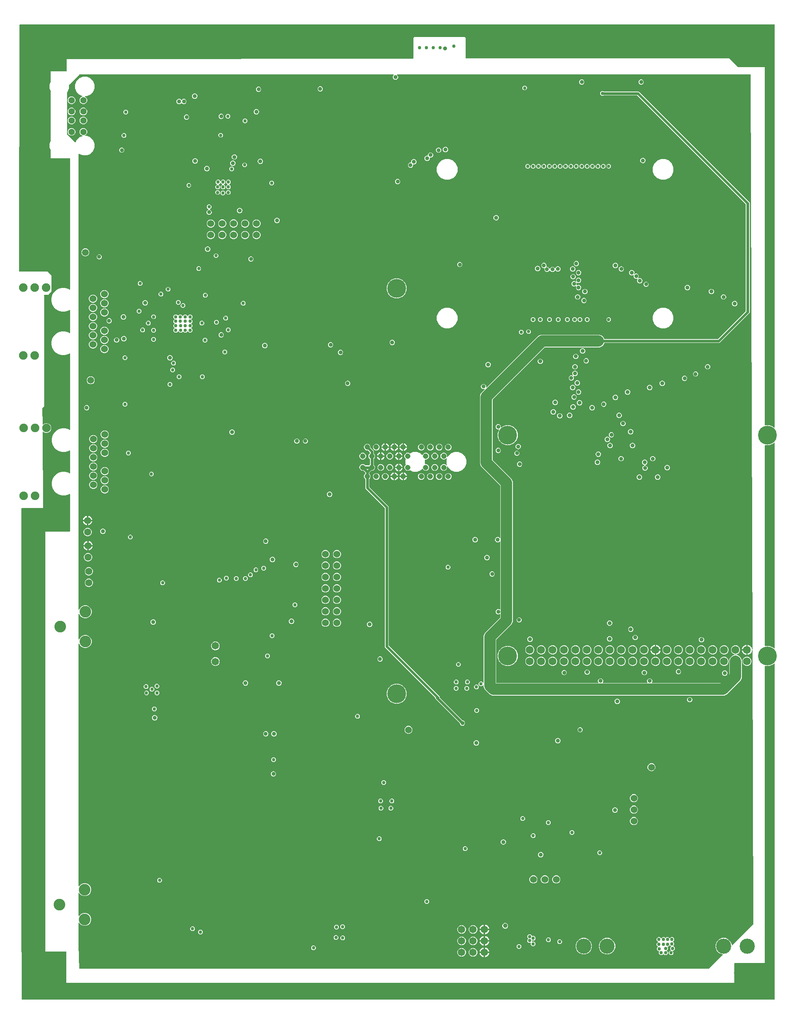
<source format=gbr>
G04 EAGLE Gerber RS-274X export*
G75*
%MOMM*%
%FSLAX34Y34*%
%LPD*%
%INCopper Layer 15*%
%IPPOS*%
%AMOC8*
5,1,8,0,0,1.08239X$1,22.5*%
G01*
%ADD10C,3.366000*%
%ADD11C,1.428000*%
%ADD12C,2.590800*%
%ADD13C,1.530000*%
%ADD14C,1.905000*%
%ADD15C,2.355000*%
%ADD16C,1.524000*%
%ADD17C,1.725000*%
%ADD18C,1.995000*%
%ADD19C,1.208000*%
%ADD20C,4.191000*%
%ADD21C,1.650000*%
%ADD22C,1.575000*%
%ADD23C,0.756400*%
%ADD24C,0.906400*%
%ADD25C,1.500000*%
%ADD26C,1.006400*%
%ADD27C,2.540000*%
%ADD28C,0.609600*%
%ADD29C,0.806400*%

G36*
X1543090Y89254D02*
X1543090Y89254D01*
X1543181Y89261D01*
X1543211Y89273D01*
X1543243Y89279D01*
X1543323Y89321D01*
X1543407Y89357D01*
X1543439Y89383D01*
X1543460Y89394D01*
X1543482Y89417D01*
X1543538Y89462D01*
X1574376Y120300D01*
X1574418Y120358D01*
X1574468Y120410D01*
X1574490Y120457D01*
X1574520Y120499D01*
X1574541Y120568D01*
X1574571Y120633D01*
X1574577Y120685D01*
X1574592Y120735D01*
X1574590Y120806D01*
X1574598Y120877D01*
X1574587Y120928D01*
X1574586Y120980D01*
X1574561Y121048D01*
X1574546Y121118D01*
X1574519Y121162D01*
X1574501Y121211D01*
X1574457Y121267D01*
X1574420Y121329D01*
X1574380Y121363D01*
X1574348Y121403D01*
X1574287Y121442D01*
X1574233Y121489D01*
X1574185Y121508D01*
X1574141Y121536D01*
X1574071Y121554D01*
X1574005Y121581D01*
X1573933Y121589D01*
X1573902Y121597D01*
X1573879Y121595D01*
X1573838Y121599D01*
X1572900Y121599D01*
X1566247Y124355D01*
X1561155Y129447D01*
X1558399Y136100D01*
X1558399Y143300D01*
X1561155Y149953D01*
X1566247Y155045D01*
X1572900Y157801D01*
X1580100Y157801D01*
X1586753Y155045D01*
X1591845Y149953D01*
X1594601Y143300D01*
X1594601Y142362D01*
X1594612Y142291D01*
X1594614Y142220D01*
X1594632Y142171D01*
X1594640Y142119D01*
X1594674Y142056D01*
X1594699Y141989D01*
X1594731Y141948D01*
X1594756Y141902D01*
X1594807Y141853D01*
X1594852Y141797D01*
X1594896Y141768D01*
X1594934Y141732D01*
X1594999Y141702D01*
X1595059Y141664D01*
X1595110Y141651D01*
X1595157Y141629D01*
X1595228Y141621D01*
X1595298Y141603D01*
X1595350Y141608D01*
X1595401Y141602D01*
X1595472Y141617D01*
X1595543Y141623D01*
X1595591Y141643D01*
X1595642Y141654D01*
X1595703Y141691D01*
X1595769Y141719D01*
X1595825Y141764D01*
X1595853Y141780D01*
X1595868Y141798D01*
X1595900Y141824D01*
X1642472Y188396D01*
X1642526Y188471D01*
X1642586Y188541D01*
X1642598Y188570D01*
X1642616Y188596D01*
X1642643Y188684D01*
X1642677Y188770D01*
X1642682Y188809D01*
X1642688Y188831D01*
X1642687Y188863D01*
X1642695Y188937D01*
X1640785Y795910D01*
X1640774Y795971D01*
X1640774Y796034D01*
X1640754Y796092D01*
X1640744Y796152D01*
X1640715Y796208D01*
X1640694Y796267D01*
X1640657Y796315D01*
X1640628Y796369D01*
X1640583Y796412D01*
X1640545Y796462D01*
X1640494Y796496D01*
X1640449Y796538D01*
X1640392Y796564D01*
X1640341Y796599D01*
X1640282Y796615D01*
X1640226Y796641D01*
X1640164Y796648D01*
X1640103Y796664D01*
X1640042Y796661D01*
X1639982Y796667D01*
X1639920Y796654D01*
X1639858Y796650D01*
X1639801Y796627D01*
X1639741Y796614D01*
X1639688Y796582D01*
X1639629Y796559D01*
X1639583Y796519D01*
X1639531Y796487D01*
X1639490Y796440D01*
X1639442Y796399D01*
X1639411Y796347D01*
X1639371Y796300D01*
X1639348Y796242D01*
X1639316Y796188D01*
X1639292Y796102D01*
X1639280Y796072D01*
X1639278Y796049D01*
X1639271Y796026D01*
X1639091Y794885D01*
X1638548Y793214D01*
X1637750Y791648D01*
X1636717Y790226D01*
X1635474Y788983D01*
X1634052Y787950D01*
X1632486Y787152D01*
X1630815Y786609D01*
X1629723Y786436D01*
X1629723Y796738D01*
X1629720Y796758D01*
X1629722Y796777D01*
X1629700Y796879D01*
X1629683Y796981D01*
X1629674Y796998D01*
X1629670Y797018D01*
X1629617Y797107D01*
X1629568Y797198D01*
X1629554Y797212D01*
X1629544Y797229D01*
X1629465Y797296D01*
X1629390Y797367D01*
X1629372Y797376D01*
X1629357Y797389D01*
X1629261Y797427D01*
X1629167Y797471D01*
X1629147Y797473D01*
X1629129Y797481D01*
X1628962Y797499D01*
X1628199Y797499D01*
X1628199Y797501D01*
X1628962Y797501D01*
X1628982Y797504D01*
X1629001Y797502D01*
X1629103Y797524D01*
X1629205Y797541D01*
X1629222Y797550D01*
X1629242Y797554D01*
X1629331Y797607D01*
X1629422Y797656D01*
X1629436Y797670D01*
X1629453Y797680D01*
X1629520Y797759D01*
X1629591Y797834D01*
X1629600Y797852D01*
X1629613Y797867D01*
X1629652Y797963D01*
X1629695Y798057D01*
X1629697Y798077D01*
X1629705Y798095D01*
X1629723Y798262D01*
X1629723Y808564D01*
X1630815Y808391D01*
X1632486Y807848D01*
X1634052Y807050D01*
X1635474Y806017D01*
X1636717Y804774D01*
X1637750Y803352D01*
X1638548Y801786D01*
X1639091Y800115D01*
X1639261Y799038D01*
X1639282Y798977D01*
X1639292Y798912D01*
X1639320Y798861D01*
X1639338Y798805D01*
X1639378Y798753D01*
X1639408Y798695D01*
X1639451Y798655D01*
X1639486Y798608D01*
X1639540Y798571D01*
X1639587Y798527D01*
X1639640Y798502D01*
X1639689Y798469D01*
X1639751Y798451D01*
X1639810Y798424D01*
X1639869Y798417D01*
X1639925Y798401D01*
X1639990Y798404D01*
X1640055Y798397D01*
X1640112Y798410D01*
X1640171Y798413D01*
X1640232Y798436D01*
X1640295Y798450D01*
X1640345Y798481D01*
X1640400Y798502D01*
X1640450Y798544D01*
X1640506Y798577D01*
X1640544Y798622D01*
X1640589Y798660D01*
X1640623Y798715D01*
X1640665Y798765D01*
X1640687Y798819D01*
X1640718Y798869D01*
X1640732Y798933D01*
X1640756Y798993D01*
X1640765Y799077D01*
X1640773Y799109D01*
X1640772Y799135D01*
X1640774Y799160D01*
X1636761Y2074002D01*
X1636758Y2074021D01*
X1636760Y2074039D01*
X1636738Y2074142D01*
X1636721Y2074245D01*
X1636712Y2074262D01*
X1636708Y2074280D01*
X1636654Y2074370D01*
X1636605Y2074462D01*
X1636591Y2074475D01*
X1636582Y2074491D01*
X1636502Y2074559D01*
X1636426Y2074631D01*
X1636409Y2074639D01*
X1636395Y2074651D01*
X1636298Y2074690D01*
X1636203Y2074734D01*
X1636184Y2074736D01*
X1636167Y2074743D01*
X1636000Y2074761D01*
X851283Y2074761D01*
X851212Y2074750D01*
X851140Y2074748D01*
X851091Y2074730D01*
X851040Y2074722D01*
X850977Y2074688D01*
X850909Y2074663D01*
X850869Y2074631D01*
X850823Y2074606D01*
X850773Y2074555D01*
X850717Y2074510D01*
X850689Y2074466D01*
X850653Y2074428D01*
X850623Y2074363D01*
X850584Y2074303D01*
X850572Y2074252D01*
X850550Y2074205D01*
X850542Y2074134D01*
X850524Y2074064D01*
X850528Y2074012D01*
X850523Y2073961D01*
X850538Y2073890D01*
X850543Y2073819D01*
X850564Y2073771D01*
X850575Y2073720D01*
X850612Y2073659D01*
X850640Y2073593D01*
X850685Y2073537D01*
X850701Y2073509D01*
X850719Y2073494D01*
X850745Y2073462D01*
X851919Y2072287D01*
X852803Y2070154D01*
X852803Y2067846D01*
X851919Y2065713D01*
X850287Y2064081D01*
X848154Y2063197D01*
X845846Y2063197D01*
X843713Y2064081D01*
X842081Y2065713D01*
X841197Y2067846D01*
X841197Y2070154D01*
X842081Y2072287D01*
X843255Y2073462D01*
X843297Y2073520D01*
X843347Y2073572D01*
X843369Y2073619D01*
X843399Y2073661D01*
X843420Y2073730D01*
X843450Y2073795D01*
X843456Y2073847D01*
X843471Y2073897D01*
X843469Y2073968D01*
X843477Y2074039D01*
X843466Y2074090D01*
X843465Y2074142D01*
X843440Y2074210D01*
X843425Y2074280D01*
X843398Y2074324D01*
X843381Y2074373D01*
X843336Y2074429D01*
X843299Y2074491D01*
X843259Y2074525D01*
X843227Y2074565D01*
X843167Y2074604D01*
X843112Y2074651D01*
X843064Y2074670D01*
X843020Y2074698D01*
X842950Y2074716D01*
X842884Y2074743D01*
X842813Y2074751D01*
X842781Y2074759D01*
X842758Y2074757D01*
X842717Y2074761D01*
X145000Y2074761D01*
X144910Y2074747D01*
X144819Y2074739D01*
X144789Y2074727D01*
X144757Y2074722D01*
X144677Y2074679D01*
X144593Y2074643D01*
X144561Y2074617D01*
X144540Y2074606D01*
X144518Y2074583D01*
X144462Y2074538D01*
X122184Y2052260D01*
X122139Y2052198D01*
X122112Y2052169D01*
X122107Y2052158D01*
X122071Y2052117D01*
X122059Y2052087D01*
X122040Y2052061D01*
X122013Y2051974D01*
X121979Y2051889D01*
X121975Y2051848D01*
X121968Y2051825D01*
X121969Y2051793D01*
X121961Y2051722D01*
X121961Y2043991D01*
X118663Y2036030D01*
X117462Y2034829D01*
X117409Y2034755D01*
X117349Y2034685D01*
X117337Y2034655D01*
X117318Y2034629D01*
X117291Y2034542D01*
X117257Y2034457D01*
X117253Y2034416D01*
X117246Y2034394D01*
X117247Y2034362D01*
X117239Y2034291D01*
X117239Y1943000D01*
X117254Y1942910D01*
X117261Y1942819D01*
X117273Y1942789D01*
X117279Y1942757D01*
X117321Y1942677D01*
X117357Y1942593D01*
X117383Y1942561D01*
X117394Y1942540D01*
X117417Y1942518D01*
X117462Y1942462D01*
X135593Y1924330D01*
X135630Y1924304D01*
X135661Y1924270D01*
X135730Y1924232D01*
X135793Y1924187D01*
X135837Y1924173D01*
X135877Y1924151D01*
X135954Y1924137D01*
X136028Y1924114D01*
X136074Y1924116D01*
X136119Y1924107D01*
X136196Y1924119D01*
X136274Y1924121D01*
X136317Y1924137D01*
X136362Y1924143D01*
X136432Y1924179D01*
X136505Y1924205D01*
X136541Y1924234D01*
X136582Y1924255D01*
X136636Y1924310D01*
X136697Y1924359D01*
X136722Y1924398D01*
X136754Y1924430D01*
X136820Y1924550D01*
X136830Y1924566D01*
X136831Y1924571D01*
X136835Y1924577D01*
X138737Y1929170D01*
X144830Y1935263D01*
X151420Y1937993D01*
X151481Y1938030D01*
X151546Y1938060D01*
X151585Y1938095D01*
X151629Y1938122D01*
X151675Y1938178D01*
X151728Y1938226D01*
X151753Y1938272D01*
X151786Y1938312D01*
X151812Y1938379D01*
X151846Y1938442D01*
X151855Y1938493D01*
X151874Y1938541D01*
X151877Y1938613D01*
X151890Y1938684D01*
X151882Y1938735D01*
X151884Y1938787D01*
X151865Y1938856D01*
X151854Y1938927D01*
X151830Y1938973D01*
X151816Y1939023D01*
X151775Y1939082D01*
X151743Y1939146D01*
X151705Y1939183D01*
X151676Y1939225D01*
X151618Y1939268D01*
X151567Y1939318D01*
X151504Y1939353D01*
X151478Y1939372D01*
X151456Y1939379D01*
X151420Y1939399D01*
X148836Y1940470D01*
X146470Y1942836D01*
X145189Y1945927D01*
X145189Y1949273D01*
X146470Y1952364D01*
X148836Y1954730D01*
X151927Y1956011D01*
X155273Y1956011D01*
X158364Y1954730D01*
X160730Y1952364D01*
X162011Y1949273D01*
X162011Y1945927D01*
X160730Y1942836D01*
X158364Y1940470D01*
X157291Y1940025D01*
X157208Y1939974D01*
X157122Y1939928D01*
X157105Y1939909D01*
X157082Y1939896D01*
X157020Y1939821D01*
X156953Y1939750D01*
X156942Y1939726D01*
X156925Y1939706D01*
X156891Y1939615D01*
X156849Y1939527D01*
X156847Y1939501D01*
X156837Y1939477D01*
X156833Y1939379D01*
X156822Y1939283D01*
X156828Y1939257D01*
X156827Y1939231D01*
X156854Y1939137D01*
X156875Y1939042D01*
X156888Y1939020D01*
X156895Y1938995D01*
X156951Y1938915D01*
X157001Y1938831D01*
X157021Y1938814D01*
X157036Y1938793D01*
X157114Y1938734D01*
X157188Y1938671D01*
X157212Y1938661D01*
X157233Y1938646D01*
X157325Y1938616D01*
X157416Y1938579D01*
X157448Y1938576D01*
X157467Y1938570D01*
X157500Y1938570D01*
X157583Y1938561D01*
X161409Y1938561D01*
X169370Y1935263D01*
X175463Y1929170D01*
X178761Y1921209D01*
X178761Y1912591D01*
X175463Y1904630D01*
X169370Y1898537D01*
X161409Y1895239D01*
X152791Y1895239D01*
X144830Y1898537D01*
X144538Y1898829D01*
X144480Y1898871D01*
X144428Y1898920D01*
X144381Y1898942D01*
X144339Y1898972D01*
X144270Y1898993D01*
X144205Y1899024D01*
X144153Y1899029D01*
X144104Y1899045D01*
X144032Y1899043D01*
X143961Y1899051D01*
X143910Y1899040D01*
X143858Y1899038D01*
X143790Y1899014D01*
X143720Y1898998D01*
X143675Y1898972D01*
X143627Y1898954D01*
X143571Y1898909D01*
X143509Y1898872D01*
X143475Y1898833D01*
X143435Y1898800D01*
X143396Y1898740D01*
X143349Y1898685D01*
X143330Y1898637D01*
X143302Y1898593D01*
X143284Y1898524D01*
X143257Y1898457D01*
X143249Y1898386D01*
X143241Y1898355D01*
X143243Y1898331D01*
X143239Y1898291D01*
X143239Y887381D01*
X143254Y887285D01*
X143264Y887188D01*
X143274Y887164D01*
X143279Y887139D01*
X143324Y887053D01*
X143364Y886964D01*
X143381Y886944D01*
X143394Y886921D01*
X143464Y886854D01*
X143530Y886782D01*
X143553Y886770D01*
X143572Y886752D01*
X143660Y886711D01*
X143746Y886664D01*
X143771Y886659D01*
X143795Y886648D01*
X143892Y886637D01*
X143988Y886620D01*
X144014Y886624D01*
X144039Y886621D01*
X144135Y886642D01*
X144231Y886656D01*
X144254Y886668D01*
X144280Y886673D01*
X144363Y886723D01*
X144450Y886767D01*
X144469Y886786D01*
X144491Y886799D01*
X144554Y886873D01*
X144622Y886943D01*
X144638Y886972D01*
X144651Y886986D01*
X144663Y887017D01*
X144703Y887090D01*
X145941Y890078D01*
X149942Y894079D01*
X155171Y896245D01*
X160829Y896245D01*
X166058Y894079D01*
X170059Y890078D01*
X172225Y884849D01*
X172225Y879191D01*
X170059Y873962D01*
X166058Y869961D01*
X160829Y867795D01*
X155171Y867795D01*
X149942Y869961D01*
X145941Y873962D01*
X144703Y876950D01*
X144652Y877033D01*
X144606Y877119D01*
X144588Y877137D01*
X144574Y877159D01*
X144498Y877221D01*
X144428Y877288D01*
X144404Y877299D01*
X144384Y877316D01*
X144293Y877351D01*
X144205Y877392D01*
X144179Y877395D01*
X144155Y877404D01*
X144057Y877408D01*
X143961Y877419D01*
X143935Y877413D01*
X143909Y877415D01*
X143815Y877387D01*
X143720Y877367D01*
X143698Y877353D01*
X143673Y877346D01*
X143593Y877290D01*
X143509Y877241D01*
X143492Y877221D01*
X143471Y877206D01*
X143412Y877128D01*
X143349Y877054D01*
X143339Y877029D01*
X143324Y877008D01*
X143294Y876916D01*
X143257Y876825D01*
X143254Y876793D01*
X143248Y876774D01*
X143248Y876741D01*
X143239Y876659D01*
X143239Y821341D01*
X143254Y821245D01*
X143264Y821148D01*
X143274Y821124D01*
X143279Y821099D01*
X143324Y821013D01*
X143364Y820924D01*
X143381Y820904D01*
X143394Y820881D01*
X143464Y820814D01*
X143530Y820742D01*
X143553Y820730D01*
X143572Y820712D01*
X143660Y820671D01*
X143746Y820624D01*
X143771Y820619D01*
X143795Y820608D01*
X143892Y820597D01*
X143988Y820580D01*
X144014Y820584D01*
X144039Y820581D01*
X144135Y820602D01*
X144231Y820616D01*
X144254Y820628D01*
X144280Y820633D01*
X144363Y820683D01*
X144450Y820727D01*
X144469Y820746D01*
X144491Y820759D01*
X144554Y820833D01*
X144622Y820903D01*
X144638Y820932D01*
X144651Y820946D01*
X144663Y820977D01*
X144703Y821050D01*
X145941Y824038D01*
X149942Y828039D01*
X155171Y830205D01*
X160829Y830205D01*
X166058Y828039D01*
X170059Y824038D01*
X172225Y818809D01*
X172225Y813151D01*
X170059Y807922D01*
X166058Y803921D01*
X160829Y801755D01*
X155171Y801755D01*
X149942Y803921D01*
X145941Y807922D01*
X144703Y810910D01*
X144652Y810993D01*
X144606Y811079D01*
X144588Y811097D01*
X144574Y811119D01*
X144498Y811181D01*
X144428Y811248D01*
X144404Y811259D01*
X144384Y811276D01*
X144293Y811311D01*
X144205Y811352D01*
X144179Y811355D01*
X144155Y811364D01*
X144057Y811368D01*
X143961Y811379D01*
X143935Y811373D01*
X143909Y811375D01*
X143815Y811347D01*
X143720Y811327D01*
X143698Y811313D01*
X143673Y811306D01*
X143593Y811250D01*
X143509Y811201D01*
X143492Y811181D01*
X143471Y811166D01*
X143412Y811088D01*
X143349Y811014D01*
X143339Y810989D01*
X143324Y810968D01*
X143294Y810876D01*
X143257Y810785D01*
X143254Y810753D01*
X143248Y810734D01*
X143248Y810701D01*
X143239Y810619D01*
X143239Y273478D01*
X143254Y273382D01*
X143264Y273285D01*
X143274Y273261D01*
X143279Y273236D01*
X143324Y273150D01*
X143364Y273060D01*
X143381Y273041D01*
X143394Y273018D01*
X143464Y272951D01*
X143530Y272879D01*
X143553Y272867D01*
X143572Y272849D01*
X143660Y272808D01*
X143746Y272761D01*
X143771Y272756D01*
X143795Y272745D01*
X143892Y272734D01*
X143988Y272717D01*
X144014Y272721D01*
X144039Y272718D01*
X144135Y272739D01*
X144231Y272753D01*
X144254Y272765D01*
X144280Y272770D01*
X144364Y272820D01*
X144450Y272865D01*
X144469Y272883D01*
X144491Y272897D01*
X144554Y272971D01*
X144622Y273040D01*
X144638Y273069D01*
X144651Y273083D01*
X144663Y273114D01*
X144703Y273187D01*
X144741Y273278D01*
X148742Y277279D01*
X153971Y279445D01*
X159629Y279445D01*
X164858Y277279D01*
X168859Y273278D01*
X171025Y268049D01*
X171025Y262391D01*
X168859Y257162D01*
X164858Y253161D01*
X159629Y250995D01*
X153971Y250995D01*
X148742Y253161D01*
X144741Y257162D01*
X144703Y257253D01*
X144652Y257336D01*
X144606Y257422D01*
X144588Y257440D01*
X144574Y257462D01*
X144499Y257524D01*
X144428Y257591D01*
X144404Y257602D01*
X144384Y257619D01*
X144293Y257654D01*
X144205Y257695D01*
X144179Y257698D01*
X144155Y257707D01*
X144057Y257711D01*
X143961Y257722D01*
X143935Y257716D01*
X143909Y257717D01*
X143816Y257690D01*
X143720Y257670D01*
X143698Y257656D01*
X143673Y257649D01*
X143593Y257593D01*
X143509Y257543D01*
X143492Y257524D01*
X143471Y257509D01*
X143412Y257431D01*
X143349Y257357D01*
X143339Y257332D01*
X143324Y257311D01*
X143294Y257219D01*
X143257Y257128D01*
X143254Y257096D01*
X143248Y257078D01*
X143248Y257045D01*
X143239Y256962D01*
X143239Y207438D01*
X143254Y207342D01*
X143264Y207245D01*
X143274Y207221D01*
X143279Y207196D01*
X143324Y207110D01*
X143364Y207020D01*
X143381Y207001D01*
X143394Y206978D01*
X143464Y206911D01*
X143530Y206839D01*
X143553Y206827D01*
X143572Y206809D01*
X143660Y206768D01*
X143746Y206721D01*
X143771Y206716D01*
X143795Y206705D01*
X143892Y206694D01*
X143988Y206677D01*
X144014Y206681D01*
X144039Y206678D01*
X144135Y206699D01*
X144231Y206713D01*
X144254Y206725D01*
X144280Y206730D01*
X144364Y206780D01*
X144450Y206825D01*
X144469Y206843D01*
X144491Y206857D01*
X144554Y206931D01*
X144622Y207000D01*
X144638Y207029D01*
X144651Y207043D01*
X144663Y207074D01*
X144703Y207147D01*
X144741Y207238D01*
X148742Y211239D01*
X153971Y213405D01*
X159629Y213405D01*
X164858Y211239D01*
X168859Y207238D01*
X171025Y202009D01*
X171025Y196351D01*
X168859Y191122D01*
X164858Y187121D01*
X159629Y184955D01*
X153971Y184955D01*
X148742Y187121D01*
X144741Y191122D01*
X144703Y191213D01*
X144652Y191296D01*
X144606Y191382D01*
X144588Y191400D01*
X144574Y191422D01*
X144499Y191484D01*
X144428Y191551D01*
X144404Y191562D01*
X144384Y191579D01*
X144293Y191614D01*
X144205Y191655D01*
X144179Y191658D01*
X144155Y191667D01*
X144057Y191671D01*
X143961Y191682D01*
X143935Y191676D01*
X143909Y191677D01*
X143816Y191650D01*
X143720Y191630D01*
X143698Y191616D01*
X143673Y191609D01*
X143593Y191553D01*
X143509Y191503D01*
X143492Y191484D01*
X143471Y191469D01*
X143412Y191391D01*
X143349Y191317D01*
X143339Y191292D01*
X143324Y191271D01*
X143294Y191179D01*
X143257Y191088D01*
X143254Y191056D01*
X143248Y191038D01*
X143248Y191005D01*
X143239Y190922D01*
X143239Y142000D01*
X143240Y141994D01*
X143239Y141985D01*
X144239Y89985D01*
X144241Y89973D01*
X144240Y89961D01*
X144263Y89852D01*
X144283Y89743D01*
X144289Y89732D01*
X144292Y89720D01*
X144349Y89625D01*
X144403Y89528D01*
X144412Y89520D01*
X144418Y89509D01*
X144502Y89437D01*
X144584Y89362D01*
X144596Y89357D01*
X144605Y89349D01*
X144708Y89308D01*
X144809Y89263D01*
X144822Y89262D01*
X144833Y89257D01*
X145000Y89239D01*
X1543000Y89239D01*
X1543090Y89254D01*
G37*
G36*
X1688904Y21010D02*
X1688904Y21010D01*
X1688968Y21009D01*
X1689043Y21030D01*
X1689119Y21041D01*
X1689178Y21067D01*
X1689240Y21084D01*
X1689306Y21125D01*
X1689376Y21157D01*
X1689425Y21199D01*
X1689480Y21232D01*
X1689532Y21290D01*
X1689590Y21340D01*
X1689626Y21394D01*
X1689669Y21442D01*
X1689702Y21511D01*
X1689745Y21576D01*
X1689764Y21638D01*
X1689792Y21695D01*
X1689803Y21765D01*
X1689827Y21846D01*
X1689828Y21931D01*
X1689839Y22000D01*
X1689839Y765995D01*
X1689835Y766027D01*
X1689837Y766059D01*
X1689815Y766166D01*
X1689799Y766274D01*
X1689786Y766304D01*
X1689780Y766335D01*
X1689728Y766432D01*
X1689683Y766531D01*
X1689662Y766556D01*
X1689647Y766584D01*
X1689571Y766662D01*
X1689500Y766745D01*
X1689473Y766763D01*
X1689450Y766786D01*
X1689355Y766840D01*
X1689264Y766900D01*
X1689233Y766909D01*
X1689205Y766925D01*
X1689099Y766950D01*
X1688994Y766982D01*
X1688962Y766983D01*
X1688931Y766990D01*
X1688821Y766985D01*
X1688712Y766986D01*
X1688681Y766977D01*
X1688649Y766976D01*
X1688546Y766940D01*
X1688440Y766911D01*
X1688413Y766894D01*
X1688382Y766883D01*
X1688309Y766830D01*
X1688200Y766763D01*
X1688168Y766727D01*
X1688133Y766702D01*
X1686590Y765158D01*
X1678421Y761774D01*
X1669579Y761774D01*
X1669382Y761856D01*
X1669268Y761885D01*
X1669154Y761920D01*
X1669131Y761920D01*
X1669109Y761926D01*
X1668991Y761922D01*
X1668872Y761924D01*
X1668850Y761917D01*
X1668827Y761917D01*
X1668715Y761880D01*
X1668600Y761848D01*
X1668581Y761836D01*
X1668559Y761829D01*
X1668461Y761763D01*
X1668360Y761700D01*
X1668345Y761683D01*
X1668326Y761670D01*
X1668251Y761579D01*
X1668171Y761491D01*
X1668161Y761470D01*
X1668147Y761453D01*
X1668100Y761344D01*
X1668048Y761237D01*
X1668045Y761216D01*
X1668036Y761194D01*
X1668013Y761009D01*
X1668001Y760933D01*
X1668001Y101999D01*
X1601000Y101999D01*
X1600936Y101990D01*
X1600872Y101991D01*
X1600797Y101970D01*
X1600721Y101959D01*
X1600662Y101933D01*
X1600600Y101916D01*
X1600534Y101875D01*
X1600464Y101843D01*
X1600415Y101801D01*
X1600360Y101768D01*
X1600308Y101710D01*
X1600250Y101660D01*
X1600214Y101606D01*
X1600171Y101558D01*
X1600138Y101489D01*
X1600095Y101424D01*
X1600076Y101362D01*
X1600048Y101305D01*
X1600037Y101235D01*
X1600013Y101154D01*
X1600012Y101069D01*
X1600001Y101000D01*
X1600001Y57999D01*
X115999Y57999D01*
X115999Y127000D01*
X115990Y127064D01*
X115991Y127128D01*
X115970Y127203D01*
X115959Y127279D01*
X115933Y127338D01*
X115916Y127400D01*
X115875Y127466D01*
X115843Y127536D01*
X115801Y127585D01*
X115768Y127640D01*
X115710Y127692D01*
X115660Y127750D01*
X115606Y127786D01*
X115558Y127829D01*
X115489Y127862D01*
X115424Y127905D01*
X115362Y127924D01*
X115305Y127952D01*
X115235Y127963D01*
X115154Y127987D01*
X115069Y127988D01*
X115000Y127999D01*
X68999Y127999D01*
X68999Y1060001D01*
X123000Y1060001D01*
X123064Y1060010D01*
X123128Y1060009D01*
X123203Y1060030D01*
X123279Y1060041D01*
X123338Y1060067D01*
X123400Y1060084D01*
X123466Y1060125D01*
X123536Y1060157D01*
X123585Y1060199D01*
X123640Y1060232D01*
X123692Y1060290D01*
X123750Y1060340D01*
X123786Y1060394D01*
X123829Y1060442D01*
X123862Y1060511D01*
X123905Y1060576D01*
X123924Y1060638D01*
X123952Y1060695D01*
X123963Y1060765D01*
X123987Y1060846D01*
X123988Y1060931D01*
X123999Y1061000D01*
X123999Y1142519D01*
X123993Y1142562D01*
X123996Y1142605D01*
X123973Y1142701D01*
X123959Y1142798D01*
X123942Y1142838D01*
X123932Y1142879D01*
X123884Y1142966D01*
X123843Y1143055D01*
X123815Y1143088D01*
X123794Y1143125D01*
X123724Y1143195D01*
X123660Y1143270D01*
X123624Y1143293D01*
X123593Y1143323D01*
X123507Y1143370D01*
X123424Y1143424D01*
X123383Y1143437D01*
X123345Y1143457D01*
X123248Y1143478D01*
X123154Y1143507D01*
X123111Y1143507D01*
X123069Y1143516D01*
X122971Y1143509D01*
X122872Y1143510D01*
X122831Y1143499D01*
X122788Y1143496D01*
X122708Y1143465D01*
X122600Y1143435D01*
X122549Y1143403D01*
X122500Y1143385D01*
X119796Y1141823D01*
X113078Y1140023D01*
X106122Y1140023D01*
X99404Y1141823D01*
X93380Y1145301D01*
X88461Y1150220D01*
X84983Y1156244D01*
X83183Y1162962D01*
X83183Y1169918D01*
X84983Y1176636D01*
X88461Y1182660D01*
X93380Y1187579D01*
X99404Y1191057D01*
X106122Y1192857D01*
X113078Y1192857D01*
X119796Y1191057D01*
X122500Y1189495D01*
X122540Y1189479D01*
X122576Y1189456D01*
X122671Y1189427D01*
X122762Y1189390D01*
X122805Y1189386D01*
X122846Y1189373D01*
X122944Y1189372D01*
X123043Y1189362D01*
X123085Y1189370D01*
X123128Y1189370D01*
X123223Y1189396D01*
X123320Y1189414D01*
X123358Y1189433D01*
X123400Y1189445D01*
X123484Y1189497D01*
X123572Y1189541D01*
X123603Y1189571D01*
X123640Y1189593D01*
X123706Y1189666D01*
X123778Y1189734D01*
X123800Y1189770D01*
X123829Y1189802D01*
X123872Y1189891D01*
X123922Y1189976D01*
X123933Y1190018D01*
X123952Y1190056D01*
X123965Y1190141D01*
X123993Y1190249D01*
X123991Y1190309D01*
X123999Y1190361D01*
X123999Y1239039D01*
X123993Y1239082D01*
X123996Y1239125D01*
X123973Y1239221D01*
X123959Y1239318D01*
X123942Y1239358D01*
X123932Y1239399D01*
X123884Y1239486D01*
X123843Y1239575D01*
X123815Y1239608D01*
X123794Y1239645D01*
X123724Y1239715D01*
X123660Y1239790D01*
X123624Y1239813D01*
X123593Y1239843D01*
X123507Y1239890D01*
X123424Y1239944D01*
X123383Y1239957D01*
X123345Y1239977D01*
X123248Y1239998D01*
X123154Y1240027D01*
X123111Y1240027D01*
X123069Y1240036D01*
X122971Y1240029D01*
X122872Y1240030D01*
X122831Y1240019D01*
X122788Y1240016D01*
X122708Y1239985D01*
X122600Y1239955D01*
X122549Y1239923D01*
X122500Y1239905D01*
X119796Y1238343D01*
X113078Y1236543D01*
X106122Y1236543D01*
X99404Y1238343D01*
X93380Y1241821D01*
X88461Y1246740D01*
X84983Y1252764D01*
X83183Y1259482D01*
X83183Y1266438D01*
X84983Y1273156D01*
X88461Y1279180D01*
X93380Y1284099D01*
X99404Y1287577D01*
X106122Y1289377D01*
X113078Y1289377D01*
X119796Y1287577D01*
X122500Y1286015D01*
X122540Y1285999D01*
X122576Y1285976D01*
X122671Y1285947D01*
X122762Y1285910D01*
X122805Y1285906D01*
X122846Y1285893D01*
X122944Y1285892D01*
X123043Y1285882D01*
X123085Y1285890D01*
X123128Y1285890D01*
X123223Y1285916D01*
X123320Y1285934D01*
X123358Y1285953D01*
X123400Y1285965D01*
X123484Y1286017D01*
X123572Y1286061D01*
X123603Y1286091D01*
X123640Y1286113D01*
X123706Y1286186D01*
X123778Y1286254D01*
X123800Y1286290D01*
X123829Y1286322D01*
X123872Y1286411D01*
X123922Y1286496D01*
X123933Y1286538D01*
X123952Y1286576D01*
X123965Y1286661D01*
X123993Y1286769D01*
X123991Y1286829D01*
X123999Y1286881D01*
X123999Y1454366D01*
X123993Y1454408D01*
X123996Y1454451D01*
X123973Y1454547D01*
X123959Y1454645D01*
X123942Y1454684D01*
X123932Y1454726D01*
X123884Y1454812D01*
X123843Y1454902D01*
X123815Y1454934D01*
X123794Y1454972D01*
X123724Y1455041D01*
X123660Y1455116D01*
X123624Y1455140D01*
X123593Y1455170D01*
X123507Y1455216D01*
X123424Y1455271D01*
X123383Y1455283D01*
X123345Y1455303D01*
X123248Y1455324D01*
X123154Y1455353D01*
X123111Y1455353D01*
X123069Y1455362D01*
X122971Y1455355D01*
X122872Y1455357D01*
X122831Y1455345D01*
X122788Y1455342D01*
X122708Y1455311D01*
X122600Y1455281D01*
X122549Y1455250D01*
X122500Y1455231D01*
X119196Y1453323D01*
X112478Y1451523D01*
X105522Y1451523D01*
X98804Y1453323D01*
X92780Y1456801D01*
X87861Y1461720D01*
X84383Y1467744D01*
X82583Y1474462D01*
X82583Y1481418D01*
X84383Y1488136D01*
X87861Y1494160D01*
X92780Y1499079D01*
X98804Y1502557D01*
X105522Y1504357D01*
X112478Y1504357D01*
X119196Y1502557D01*
X122500Y1500649D01*
X122540Y1500633D01*
X122576Y1500609D01*
X122671Y1500581D01*
X122762Y1500544D01*
X122805Y1500540D01*
X122846Y1500527D01*
X122944Y1500526D01*
X123043Y1500516D01*
X123085Y1500524D01*
X123128Y1500523D01*
X123223Y1500550D01*
X123320Y1500568D01*
X123358Y1500587D01*
X123400Y1500599D01*
X123484Y1500650D01*
X123572Y1500695D01*
X123603Y1500724D01*
X123640Y1500747D01*
X123706Y1500820D01*
X123778Y1500887D01*
X123800Y1500924D01*
X123829Y1500956D01*
X123872Y1501045D01*
X123922Y1501130D01*
X123933Y1501171D01*
X123952Y1501210D01*
X123965Y1501294D01*
X123993Y1501403D01*
X123991Y1501463D01*
X123999Y1501514D01*
X123999Y1550886D01*
X123993Y1550928D01*
X123996Y1550971D01*
X123973Y1551067D01*
X123959Y1551165D01*
X123942Y1551204D01*
X123932Y1551246D01*
X123884Y1551332D01*
X123843Y1551422D01*
X123815Y1551454D01*
X123794Y1551492D01*
X123724Y1551561D01*
X123660Y1551636D01*
X123624Y1551660D01*
X123593Y1551690D01*
X123507Y1551736D01*
X123424Y1551791D01*
X123383Y1551803D01*
X123345Y1551823D01*
X123248Y1551844D01*
X123154Y1551873D01*
X123111Y1551873D01*
X123069Y1551882D01*
X122971Y1551875D01*
X122872Y1551877D01*
X122831Y1551865D01*
X122788Y1551862D01*
X122708Y1551831D01*
X122600Y1551801D01*
X122549Y1551770D01*
X122500Y1551751D01*
X119196Y1549843D01*
X112478Y1548043D01*
X105522Y1548043D01*
X98804Y1549843D01*
X92780Y1553321D01*
X87861Y1558240D01*
X84383Y1564264D01*
X82583Y1570982D01*
X82583Y1577938D01*
X84354Y1584548D01*
X84361Y1584601D01*
X84377Y1584652D01*
X84378Y1584740D01*
X84388Y1584828D01*
X84380Y1584881D01*
X84380Y1584934D01*
X84357Y1585019D01*
X84350Y1585061D01*
X84400Y1585075D01*
X84418Y1585086D01*
X84439Y1585093D01*
X84538Y1585160D01*
X84640Y1585223D01*
X84654Y1585239D01*
X84672Y1585251D01*
X84729Y1585322D01*
X84829Y1585432D01*
X84845Y1585465D01*
X84865Y1585491D01*
X87861Y1590680D01*
X92780Y1595599D01*
X98804Y1599077D01*
X105522Y1600877D01*
X112478Y1600877D01*
X119196Y1599077D01*
X122500Y1597169D01*
X122540Y1597153D01*
X122576Y1597129D01*
X122671Y1597101D01*
X122762Y1597064D01*
X122805Y1597060D01*
X122846Y1597047D01*
X122944Y1597046D01*
X123043Y1597036D01*
X123085Y1597044D01*
X123128Y1597043D01*
X123223Y1597070D01*
X123320Y1597088D01*
X123358Y1597107D01*
X123400Y1597119D01*
X123484Y1597170D01*
X123572Y1597215D01*
X123603Y1597244D01*
X123640Y1597267D01*
X123706Y1597340D01*
X123778Y1597407D01*
X123800Y1597444D01*
X123829Y1597476D01*
X123872Y1597565D01*
X123922Y1597650D01*
X123933Y1597691D01*
X123952Y1597730D01*
X123965Y1597814D01*
X123993Y1597923D01*
X123991Y1597983D01*
X123999Y1598034D01*
X123999Y1888000D01*
X123990Y1888064D01*
X123991Y1888128D01*
X123970Y1888203D01*
X123959Y1888279D01*
X123933Y1888338D01*
X123916Y1888400D01*
X123875Y1888466D01*
X123843Y1888536D01*
X123801Y1888585D01*
X123768Y1888640D01*
X123710Y1888692D01*
X123660Y1888750D01*
X123606Y1888786D01*
X123558Y1888829D01*
X123489Y1888862D01*
X123424Y1888905D01*
X123362Y1888924D01*
X123305Y1888952D01*
X123235Y1888963D01*
X123154Y1888987D01*
X123069Y1888988D01*
X123000Y1888999D01*
X80999Y1888999D01*
X80999Y1906695D01*
X80993Y1906736D01*
X80996Y1906778D01*
X80976Y1906862D01*
X80959Y1906974D01*
X80935Y1907028D01*
X80923Y1907078D01*
X78639Y1912591D01*
X78639Y1921209D01*
X80923Y1926722D01*
X80934Y1926763D01*
X80952Y1926800D01*
X80965Y1926885D01*
X80993Y1926996D01*
X80991Y1927054D01*
X80999Y1927105D01*
X80999Y2038095D01*
X80993Y2038136D01*
X80996Y2038178D01*
X80976Y2038262D01*
X80959Y2038374D01*
X80935Y2038428D01*
X80923Y2038478D01*
X78639Y2043991D01*
X78639Y2052609D01*
X80923Y2058122D01*
X80934Y2058163D01*
X80952Y2058200D01*
X80965Y2058285D01*
X80993Y2058396D01*
X80991Y2058454D01*
X80999Y2058505D01*
X80999Y2082001D01*
X116000Y2082001D01*
X116064Y2082010D01*
X116128Y2082009D01*
X116203Y2082030D01*
X116279Y2082041D01*
X116338Y2082067D01*
X116400Y2082084D01*
X116466Y2082125D01*
X116536Y2082157D01*
X116585Y2082199D01*
X116640Y2082232D01*
X116692Y2082290D01*
X116750Y2082340D01*
X116786Y2082394D01*
X116829Y2082442D01*
X116862Y2082511D01*
X116905Y2082576D01*
X116924Y2082638D01*
X116952Y2082695D01*
X116963Y2082765D01*
X116987Y2082846D01*
X116988Y2082931D01*
X116999Y2083000D01*
X116999Y2108994D01*
X885985Y2110057D01*
X886048Y2110066D01*
X886112Y2110066D01*
X886187Y2110086D01*
X886265Y2110098D01*
X886322Y2110124D01*
X886384Y2110141D01*
X886450Y2110182D01*
X886521Y2110214D01*
X886570Y2110256D01*
X886624Y2110289D01*
X886676Y2110347D01*
X886735Y2110398D01*
X886770Y2110451D01*
X886813Y2110498D01*
X886847Y2110569D01*
X886890Y2110634D01*
X886908Y2110695D01*
X886936Y2110752D01*
X886947Y2110822D01*
X886972Y2110904D01*
X886973Y2110988D01*
X886983Y2111057D01*
X886983Y2156421D01*
X888579Y2158017D01*
X1001421Y2158017D01*
X1003017Y2156421D01*
X1003017Y2111220D01*
X1003026Y2111156D01*
X1003025Y2111091D01*
X1003046Y2111017D01*
X1003057Y2110941D01*
X1003083Y2110882D01*
X1003101Y2110819D01*
X1003141Y2110754D01*
X1003173Y2110684D01*
X1003215Y2110634D01*
X1003249Y2110579D01*
X1003306Y2110528D01*
X1003356Y2110469D01*
X1003411Y2110434D01*
X1003459Y2110390D01*
X1003528Y2110357D01*
X1003592Y2110315D01*
X1003654Y2110296D01*
X1003713Y2110268D01*
X1003782Y2110257D01*
X1003862Y2110233D01*
X1003947Y2110232D01*
X1004017Y2110221D01*
X1588558Y2111029D01*
X1608293Y2091293D01*
X1608370Y2091236D01*
X1608442Y2091171D01*
X1608483Y2091151D01*
X1608519Y2091124D01*
X1608609Y2091090D01*
X1608695Y2091048D01*
X1608737Y2091042D01*
X1608783Y2091025D01*
X1608911Y2091015D01*
X1609000Y2091001D01*
X1668001Y2091001D01*
X1668001Y1297067D01*
X1668009Y1297007D01*
X1668009Y1296973D01*
X1668019Y1296938D01*
X1668029Y1296832D01*
X1668037Y1296811D01*
X1668041Y1296788D01*
X1668089Y1296680D01*
X1668133Y1296570D01*
X1668147Y1296552D01*
X1668157Y1296531D01*
X1668234Y1296441D01*
X1668307Y1296348D01*
X1668325Y1296334D01*
X1668340Y1296317D01*
X1668440Y1296252D01*
X1668536Y1296183D01*
X1668557Y1296175D01*
X1668576Y1296163D01*
X1668689Y1296128D01*
X1668801Y1296088D01*
X1668824Y1296087D01*
X1668846Y1296080D01*
X1668964Y1296079D01*
X1669083Y1296072D01*
X1669104Y1296077D01*
X1669128Y1296076D01*
X1669308Y1296126D01*
X1669382Y1296144D01*
X1669579Y1296226D01*
X1678421Y1296226D01*
X1686590Y1292842D01*
X1688133Y1291298D01*
X1688159Y1291279D01*
X1688180Y1291255D01*
X1688272Y1291195D01*
X1688359Y1291129D01*
X1688389Y1291118D01*
X1688416Y1291100D01*
X1688521Y1291068D01*
X1688623Y1291030D01*
X1688655Y1291027D01*
X1688686Y1291018D01*
X1688795Y1291016D01*
X1688904Y1291008D01*
X1688936Y1291014D01*
X1688968Y1291014D01*
X1689073Y1291043D01*
X1689180Y1291065D01*
X1689209Y1291081D01*
X1689240Y1291089D01*
X1689333Y1291147D01*
X1689429Y1291198D01*
X1689452Y1291220D01*
X1689480Y1291237D01*
X1689553Y1291318D01*
X1689631Y1291395D01*
X1689647Y1291423D01*
X1689669Y1291447D01*
X1689716Y1291545D01*
X1689770Y1291640D01*
X1689778Y1291671D01*
X1689792Y1291700D01*
X1689806Y1291790D01*
X1689835Y1291915D01*
X1689833Y1291963D01*
X1689839Y1292005D01*
X1689839Y2185000D01*
X1689830Y2185064D01*
X1689831Y2185128D01*
X1689810Y2185203D01*
X1689799Y2185279D01*
X1689773Y2185338D01*
X1689756Y2185400D01*
X1689715Y2185466D01*
X1689683Y2185536D01*
X1689641Y2185585D01*
X1689608Y2185640D01*
X1689550Y2185692D01*
X1689500Y2185750D01*
X1689446Y2185786D01*
X1689398Y2185829D01*
X1689329Y2185862D01*
X1689264Y2185905D01*
X1689202Y2185924D01*
X1689145Y2185952D01*
X1689075Y2185963D01*
X1688994Y2185987D01*
X1688909Y2185988D01*
X1688840Y2185999D01*
X13011Y2185999D01*
X12948Y2185990D01*
X12885Y2185991D01*
X12809Y2185971D01*
X12732Y2185959D01*
X12674Y2185933D01*
X12613Y2185917D01*
X12546Y2185875D01*
X12475Y2185843D01*
X12427Y2185802D01*
X12373Y2185769D01*
X12320Y2185711D01*
X12260Y2185660D01*
X12226Y2185607D01*
X12183Y2185560D01*
X12149Y2185489D01*
X12106Y2185424D01*
X12087Y2185363D01*
X12060Y2185306D01*
X12049Y2185236D01*
X12024Y2185154D01*
X12022Y2185071D01*
X12012Y2185002D01*
X11026Y1637996D01*
X11035Y1637932D01*
X11034Y1637867D01*
X11054Y1637793D01*
X11065Y1637717D01*
X11092Y1637658D01*
X11109Y1637595D01*
X11149Y1637530D01*
X11181Y1637460D01*
X11223Y1637410D01*
X11257Y1637355D01*
X11314Y1637304D01*
X11364Y1637245D01*
X11418Y1637210D01*
X11467Y1637166D01*
X11536Y1637133D01*
X11600Y1637090D01*
X11662Y1637071D01*
X11720Y1637043D01*
X11789Y1637032D01*
X11869Y1637008D01*
X11955Y1637006D01*
X12025Y1636995D01*
X74592Y1636995D01*
X83001Y1628586D01*
X83001Y1585991D01*
X83004Y1585969D01*
X83002Y1585948D01*
X83024Y1585830D01*
X83027Y1585806D01*
X67194Y1585806D01*
X67162Y1585801D01*
X67129Y1585804D01*
X67023Y1585781D01*
X66914Y1585766D01*
X66885Y1585753D01*
X66853Y1585746D01*
X66757Y1585695D01*
X66657Y1585650D01*
X66633Y1585629D01*
X66604Y1585614D01*
X66526Y1585537D01*
X66443Y1585466D01*
X66425Y1585439D01*
X66402Y1585417D01*
X66349Y1585322D01*
X66289Y1585230D01*
X66279Y1585199D01*
X66263Y1585171D01*
X66238Y1585065D01*
X66206Y1584961D01*
X66206Y1584928D01*
X66198Y1584897D01*
X66204Y1584788D01*
X66203Y1584679D01*
X66211Y1584648D01*
X66213Y1584615D01*
X66249Y1584512D01*
X66278Y1584407D01*
X66295Y1584379D01*
X66305Y1584349D01*
X66359Y1584276D01*
X66426Y1584167D01*
X66462Y1584134D01*
X66487Y1584100D01*
X67007Y1583580D01*
X66896Y1429105D01*
X66896Y1338309D01*
X63096Y1334510D01*
X63037Y1334431D01*
X62972Y1334357D01*
X62953Y1334318D01*
X62927Y1334284D01*
X62892Y1334192D01*
X62850Y1334103D01*
X62844Y1334063D01*
X62828Y1334020D01*
X62817Y1333889D01*
X62804Y1333798D01*
X62968Y1299027D01*
X62972Y1298997D01*
X62970Y1298967D01*
X62992Y1298858D01*
X63009Y1298748D01*
X63021Y1298721D01*
X63027Y1298691D01*
X63080Y1298593D01*
X63126Y1298491D01*
X63146Y1298469D01*
X63160Y1298442D01*
X63238Y1298362D01*
X63311Y1298278D01*
X63336Y1298262D01*
X63357Y1298240D01*
X63454Y1298185D01*
X63547Y1298125D01*
X63576Y1298116D01*
X63602Y1298101D01*
X63711Y1298075D01*
X63817Y1298043D01*
X63847Y1298043D01*
X63876Y1298036D01*
X63988Y1298042D01*
X64099Y1298041D01*
X64128Y1298049D01*
X64158Y1298051D01*
X64263Y1298087D01*
X64371Y1298118D01*
X64396Y1298133D01*
X64424Y1298143D01*
X64498Y1298197D01*
X64610Y1298267D01*
X64641Y1298301D01*
X64673Y1298325D01*
X65385Y1299036D01*
X69353Y1300680D01*
X73647Y1300680D01*
X77615Y1299036D01*
X80652Y1295999D01*
X82296Y1292031D01*
X82296Y1287737D01*
X80652Y1283769D01*
X77615Y1280732D01*
X73647Y1279088D01*
X69353Y1279088D01*
X65385Y1280732D01*
X64760Y1281356D01*
X64732Y1281377D01*
X64710Y1281403D01*
X64620Y1281462D01*
X64535Y1281526D01*
X64502Y1281538D01*
X64473Y1281557D01*
X64371Y1281587D01*
X64271Y1281625D01*
X64236Y1281628D01*
X64203Y1281638D01*
X64096Y1281639D01*
X63989Y1281647D01*
X63956Y1281640D01*
X63921Y1281640D01*
X63818Y1281611D01*
X63713Y1281589D01*
X63683Y1281573D01*
X63650Y1281564D01*
X63559Y1281507D01*
X63464Y1281457D01*
X63440Y1281433D01*
X63410Y1281415D01*
X63339Y1281335D01*
X63262Y1281260D01*
X63245Y1281230D01*
X63222Y1281204D01*
X63176Y1281108D01*
X63123Y1281015D01*
X63115Y1280981D01*
X63100Y1280950D01*
X63087Y1280861D01*
X63058Y1280740D01*
X63061Y1280690D01*
X63054Y1280645D01*
X63849Y1111999D01*
X17000Y1111999D01*
X16936Y1111990D01*
X16872Y1111991D01*
X16797Y1111970D01*
X16721Y1111959D01*
X16662Y1111933D01*
X16600Y1111916D01*
X16534Y1111875D01*
X16464Y1111843D01*
X16415Y1111801D01*
X16360Y1111768D01*
X16308Y1111710D01*
X16250Y1111660D01*
X16214Y1111606D01*
X16171Y1111558D01*
X16138Y1111489D01*
X16095Y1111424D01*
X16076Y1111362D01*
X16048Y1111305D01*
X16037Y1111235D01*
X16013Y1111154D01*
X16012Y1111069D01*
X16001Y1111000D01*
X16001Y127000D01*
X16010Y126936D01*
X16009Y126872D01*
X16030Y126797D01*
X16041Y126721D01*
X16067Y126662D01*
X16084Y126600D01*
X16125Y126534D01*
X16157Y126464D01*
X16199Y126415D01*
X16232Y126360D01*
X16290Y126308D01*
X16340Y126250D01*
X16394Y126214D01*
X16442Y126171D01*
X16511Y126138D01*
X16576Y126095D01*
X16638Y126076D01*
X16695Y126048D01*
X16765Y126037D01*
X16846Y126013D01*
X16931Y126012D01*
X17000Y126001D01*
X17001Y126001D01*
X17001Y22000D01*
X17010Y21936D01*
X17009Y21872D01*
X17030Y21797D01*
X17041Y21721D01*
X17067Y21662D01*
X17084Y21600D01*
X17125Y21534D01*
X17157Y21464D01*
X17199Y21415D01*
X17232Y21360D01*
X17290Y21308D01*
X17340Y21250D01*
X17394Y21214D01*
X17442Y21171D01*
X17511Y21138D01*
X17576Y21095D01*
X17638Y21076D01*
X17695Y21048D01*
X17765Y21037D01*
X17846Y21013D01*
X17931Y21012D01*
X18000Y21001D01*
X1688840Y21001D01*
X1688904Y21010D01*
G37*
%LPC*%
G36*
X1062221Y696029D02*
X1062221Y696029D01*
X1057086Y698156D01*
X1045156Y710086D01*
X1043029Y715221D01*
X1043029Y719046D01*
X1043018Y719117D01*
X1043016Y719188D01*
X1042998Y719237D01*
X1042990Y719289D01*
X1042956Y719352D01*
X1042931Y719419D01*
X1042899Y719460D01*
X1042874Y719506D01*
X1042822Y719555D01*
X1042778Y719611D01*
X1042734Y719639D01*
X1042696Y719675D01*
X1042631Y719706D01*
X1042571Y719744D01*
X1042520Y719757D01*
X1042473Y719779D01*
X1042402Y719787D01*
X1042332Y719804D01*
X1042280Y719800D01*
X1042229Y719806D01*
X1042158Y719791D01*
X1042087Y719785D01*
X1042039Y719765D01*
X1041988Y719754D01*
X1041927Y719717D01*
X1041861Y719689D01*
X1041805Y719644D01*
X1041777Y719628D01*
X1041762Y719610D01*
X1041730Y719584D01*
X1039093Y716947D01*
X1034907Y716947D01*
X1031947Y719907D01*
X1031947Y724093D01*
X1034907Y727053D01*
X1039093Y727053D01*
X1041730Y724416D01*
X1041788Y724374D01*
X1041840Y724325D01*
X1041887Y724303D01*
X1041929Y724272D01*
X1041998Y724251D01*
X1042063Y724221D01*
X1042115Y724215D01*
X1042165Y724200D01*
X1042236Y724202D01*
X1042307Y724194D01*
X1042358Y724205D01*
X1042410Y724206D01*
X1042478Y724231D01*
X1042548Y724246D01*
X1042593Y724273D01*
X1042641Y724291D01*
X1042697Y724336D01*
X1042759Y724372D01*
X1042793Y724412D01*
X1042833Y724445D01*
X1042872Y724505D01*
X1042919Y724559D01*
X1042938Y724608D01*
X1042966Y724651D01*
X1042984Y724721D01*
X1043011Y724787D01*
X1043019Y724859D01*
X1043027Y724890D01*
X1043025Y724913D01*
X1043029Y724954D01*
X1043029Y828779D01*
X1045156Y833914D01*
X1049193Y837951D01*
X1079806Y868564D01*
X1079859Y868638D01*
X1079919Y868707D01*
X1079931Y868737D01*
X1079950Y868764D01*
X1079977Y868851D01*
X1080011Y868935D01*
X1080015Y868976D01*
X1080022Y868999D01*
X1080021Y869031D01*
X1080029Y869102D01*
X1080029Y876487D01*
X1080018Y876558D01*
X1080016Y876630D01*
X1079998Y876679D01*
X1079990Y876730D01*
X1079956Y876793D01*
X1079931Y876861D01*
X1079899Y876901D01*
X1079874Y876947D01*
X1079822Y876997D01*
X1079778Y877053D01*
X1079734Y877081D01*
X1079696Y877117D01*
X1079631Y877147D01*
X1079571Y877186D01*
X1079520Y877198D01*
X1079473Y877220D01*
X1079402Y877228D01*
X1079332Y877246D01*
X1079280Y877242D01*
X1079229Y877247D01*
X1079158Y877232D01*
X1079087Y877227D01*
X1079039Y877206D01*
X1078988Y877195D01*
X1078927Y877158D01*
X1078860Y877130D01*
X1078813Y877092D01*
X1076652Y876197D01*
X1074344Y876197D01*
X1072211Y877081D01*
X1070579Y878713D01*
X1069695Y880846D01*
X1069695Y883154D01*
X1070579Y885287D01*
X1072211Y886919D01*
X1074344Y887803D01*
X1076652Y887803D01*
X1078815Y886907D01*
X1078840Y886883D01*
X1078887Y886861D01*
X1078929Y886831D01*
X1078998Y886810D01*
X1079063Y886780D01*
X1079115Y886774D01*
X1079164Y886759D01*
X1079236Y886761D01*
X1079307Y886753D01*
X1079358Y886764D01*
X1079410Y886765D01*
X1079478Y886790D01*
X1079548Y886805D01*
X1079592Y886832D01*
X1079641Y886849D01*
X1079697Y886894D01*
X1079759Y886931D01*
X1079793Y886971D01*
X1079833Y887003D01*
X1079872Y887063D01*
X1079919Y887118D01*
X1079938Y887166D01*
X1079966Y887210D01*
X1079984Y887279D01*
X1080011Y887346D01*
X1080019Y887417D01*
X1080027Y887448D01*
X1080025Y887472D01*
X1080029Y887513D01*
X1080029Y1037487D01*
X1080018Y1037558D01*
X1080016Y1037630D01*
X1079998Y1037679D01*
X1079990Y1037730D01*
X1079956Y1037793D01*
X1079931Y1037861D01*
X1079899Y1037901D01*
X1079874Y1037947D01*
X1079822Y1037997D01*
X1079778Y1038053D01*
X1079734Y1038081D01*
X1079696Y1038117D01*
X1079631Y1038147D01*
X1079571Y1038186D01*
X1079520Y1038198D01*
X1079473Y1038220D01*
X1079402Y1038228D01*
X1079332Y1038246D01*
X1079280Y1038242D01*
X1079229Y1038247D01*
X1079158Y1038232D01*
X1079087Y1038227D01*
X1079039Y1038206D01*
X1078988Y1038195D01*
X1078927Y1038158D01*
X1078861Y1038130D01*
X1078805Y1038085D01*
X1078777Y1038069D01*
X1078762Y1038051D01*
X1078730Y1038025D01*
X1077785Y1037081D01*
X1075652Y1036197D01*
X1073344Y1036197D01*
X1071211Y1037081D01*
X1069579Y1038713D01*
X1068695Y1040846D01*
X1068695Y1043154D01*
X1069579Y1045287D01*
X1071211Y1046919D01*
X1073344Y1047803D01*
X1075652Y1047803D01*
X1077785Y1046919D01*
X1078730Y1045975D01*
X1078788Y1045933D01*
X1078840Y1045883D01*
X1078887Y1045861D01*
X1078929Y1045831D01*
X1078998Y1045810D01*
X1079063Y1045780D01*
X1079115Y1045774D01*
X1079165Y1045759D01*
X1079236Y1045761D01*
X1079307Y1045753D01*
X1079358Y1045764D01*
X1079410Y1045765D01*
X1079478Y1045790D01*
X1079548Y1045805D01*
X1079593Y1045832D01*
X1079641Y1045849D01*
X1079697Y1045894D01*
X1079759Y1045931D01*
X1079793Y1045971D01*
X1079833Y1046003D01*
X1079872Y1046063D01*
X1079919Y1046118D01*
X1079938Y1046166D01*
X1079966Y1046210D01*
X1079984Y1046280D01*
X1080011Y1046346D01*
X1080019Y1046417D01*
X1080027Y1046449D01*
X1080025Y1046472D01*
X1080029Y1046513D01*
X1080029Y1161898D01*
X1080015Y1161988D01*
X1080007Y1162079D01*
X1079995Y1162109D01*
X1079990Y1162141D01*
X1079947Y1162221D01*
X1079911Y1162305D01*
X1079885Y1162337D01*
X1079874Y1162358D01*
X1079851Y1162380D01*
X1079806Y1162436D01*
X1041193Y1201049D01*
X1037156Y1205086D01*
X1035029Y1210221D01*
X1035029Y1361779D01*
X1037156Y1366914D01*
X1045550Y1375307D01*
X1045607Y1375386D01*
X1045669Y1375461D01*
X1045678Y1375486D01*
X1045693Y1375507D01*
X1045722Y1375600D01*
X1045757Y1375691D01*
X1045758Y1375717D01*
X1045766Y1375742D01*
X1045763Y1375840D01*
X1045767Y1375937D01*
X1045760Y1375962D01*
X1045759Y1375988D01*
X1045726Y1376080D01*
X1045699Y1376173D01*
X1045684Y1376194D01*
X1045675Y1376219D01*
X1045614Y1376295D01*
X1045558Y1376375D01*
X1045537Y1376391D01*
X1045521Y1376411D01*
X1045439Y1376464D01*
X1045361Y1376522D01*
X1045336Y1376530D01*
X1045314Y1376544D01*
X1045220Y1376568D01*
X1045127Y1376598D01*
X1045101Y1376598D01*
X1045076Y1376604D01*
X1044979Y1376597D01*
X1044881Y1376596D01*
X1044850Y1376587D01*
X1044830Y1376585D01*
X1044800Y1376572D01*
X1044720Y1376549D01*
X1044071Y1376280D01*
X1041763Y1376280D01*
X1039630Y1377164D01*
X1037998Y1378796D01*
X1037114Y1380929D01*
X1037114Y1383237D01*
X1037998Y1385370D01*
X1039630Y1387002D01*
X1041763Y1387886D01*
X1044071Y1387886D01*
X1046204Y1387002D01*
X1047836Y1385370D01*
X1048720Y1383237D01*
X1048720Y1380929D01*
X1048451Y1380280D01*
X1048429Y1380185D01*
X1048400Y1380092D01*
X1048401Y1380066D01*
X1048395Y1380040D01*
X1048404Y1379944D01*
X1048407Y1379846D01*
X1048416Y1379822D01*
X1048418Y1379796D01*
X1048458Y1379706D01*
X1048491Y1379615D01*
X1048507Y1379595D01*
X1048518Y1379571D01*
X1048584Y1379499D01*
X1048645Y1379423D01*
X1048667Y1379409D01*
X1048684Y1379390D01*
X1048770Y1379343D01*
X1048852Y1379290D01*
X1048877Y1379284D01*
X1048900Y1379271D01*
X1048996Y1379254D01*
X1049090Y1379230D01*
X1049116Y1379232D01*
X1049142Y1379227D01*
X1049239Y1379242D01*
X1049335Y1379249D01*
X1049359Y1379259D01*
X1049385Y1379263D01*
X1049472Y1379307D01*
X1049562Y1379345D01*
X1049587Y1379366D01*
X1049605Y1379375D01*
X1049628Y1379398D01*
X1049693Y1379450D01*
X1165086Y1494844D01*
X1170221Y1496971D01*
X1300779Y1496971D01*
X1305914Y1494844D01*
X1309844Y1490914D01*
X1311138Y1487789D01*
X1311200Y1487689D01*
X1311260Y1487589D01*
X1311265Y1487585D01*
X1311268Y1487580D01*
X1311358Y1487505D01*
X1311447Y1487429D01*
X1311453Y1487427D01*
X1311457Y1487423D01*
X1311566Y1487381D01*
X1311675Y1487337D01*
X1311682Y1487336D01*
X1311687Y1487335D01*
X1311705Y1487334D01*
X1311842Y1487319D01*
X1562896Y1487319D01*
X1562986Y1487333D01*
X1563077Y1487341D01*
X1563107Y1487353D01*
X1563139Y1487358D01*
X1563219Y1487401D01*
X1563303Y1487437D01*
X1563335Y1487463D01*
X1563356Y1487474D01*
X1563378Y1487497D01*
X1563434Y1487542D01*
X1625458Y1549566D01*
X1625504Y1549630D01*
X1625523Y1549649D01*
X1625527Y1549658D01*
X1625571Y1549709D01*
X1625583Y1549739D01*
X1625602Y1549766D01*
X1625629Y1549853D01*
X1625663Y1549937D01*
X1625667Y1549978D01*
X1625674Y1550001D01*
X1625673Y1550033D01*
X1625681Y1550104D01*
X1625681Y1786896D01*
X1625667Y1786986D01*
X1625659Y1787077D01*
X1625647Y1787107D01*
X1625642Y1787139D01*
X1625599Y1787219D01*
X1625563Y1787303D01*
X1625537Y1787335D01*
X1625526Y1787356D01*
X1625503Y1787378D01*
X1625458Y1787434D01*
X1384434Y2028458D01*
X1384360Y2028511D01*
X1384291Y2028571D01*
X1384261Y2028583D01*
X1384234Y2028602D01*
X1384147Y2028629D01*
X1384063Y2028663D01*
X1384022Y2028667D01*
X1383999Y2028674D01*
X1383967Y2028673D01*
X1383896Y2028681D01*
X1310142Y2028681D01*
X1310052Y2028667D01*
X1309961Y2028659D01*
X1309931Y2028647D01*
X1309899Y2028642D01*
X1309819Y2028599D01*
X1309735Y2028563D01*
X1309703Y2028537D01*
X1309682Y2028526D01*
X1309660Y2028503D01*
X1309604Y2028458D01*
X1309093Y2027947D01*
X1304907Y2027947D01*
X1301947Y2030907D01*
X1301947Y2035093D01*
X1304907Y2038053D01*
X1309093Y2038053D01*
X1309604Y2037542D01*
X1309678Y2037489D01*
X1309747Y2037429D01*
X1309777Y2037417D01*
X1309804Y2037398D01*
X1309891Y2037371D01*
X1309975Y2037337D01*
X1310016Y2037333D01*
X1310039Y2037326D01*
X1310071Y2037327D01*
X1310142Y2037319D01*
X1387789Y2037319D01*
X1634319Y1790789D01*
X1634319Y1546211D01*
X1631566Y1543458D01*
X1569542Y1481434D01*
X1566789Y1478681D01*
X1311842Y1478681D01*
X1311727Y1478662D01*
X1311611Y1478645D01*
X1311605Y1478643D01*
X1311599Y1478642D01*
X1311496Y1478587D01*
X1311391Y1478534D01*
X1311387Y1478529D01*
X1311381Y1478526D01*
X1311302Y1478442D01*
X1311219Y1478358D01*
X1311216Y1478352D01*
X1311212Y1478348D01*
X1311204Y1478331D01*
X1311138Y1478211D01*
X1309844Y1475086D01*
X1305914Y1471156D01*
X1300779Y1469029D01*
X1179102Y1469029D01*
X1179012Y1469015D01*
X1178921Y1469007D01*
X1178891Y1468995D01*
X1178859Y1468990D01*
X1178779Y1468947D01*
X1178695Y1468911D01*
X1178663Y1468885D01*
X1178642Y1468874D01*
X1178620Y1468851D01*
X1178564Y1468806D01*
X1063194Y1353436D01*
X1063149Y1353374D01*
X1063118Y1353342D01*
X1063113Y1353330D01*
X1063081Y1353293D01*
X1063069Y1353263D01*
X1063050Y1353236D01*
X1063023Y1353149D01*
X1062989Y1353065D01*
X1062985Y1353024D01*
X1062978Y1353001D01*
X1062979Y1352969D01*
X1062971Y1352898D01*
X1062971Y1219102D01*
X1062985Y1219012D01*
X1062993Y1218921D01*
X1063005Y1218891D01*
X1063010Y1218859D01*
X1063053Y1218779D01*
X1063089Y1218695D01*
X1063115Y1218663D01*
X1063126Y1218642D01*
X1063149Y1218620D01*
X1063194Y1218564D01*
X1101807Y1179951D01*
X1105844Y1175914D01*
X1107971Y1170779D01*
X1107971Y860221D01*
X1105844Y855086D01*
X1101807Y851049D01*
X1071194Y820436D01*
X1071141Y820362D01*
X1071081Y820293D01*
X1071069Y820263D01*
X1071050Y820236D01*
X1071023Y820149D01*
X1070989Y820065D01*
X1070985Y820024D01*
X1070978Y820001D01*
X1070979Y819969D01*
X1070971Y819898D01*
X1070971Y724732D01*
X1070974Y724712D01*
X1070972Y724693D01*
X1070994Y724591D01*
X1071010Y724489D01*
X1071020Y724472D01*
X1071024Y724452D01*
X1071077Y724363D01*
X1071126Y724272D01*
X1071140Y724258D01*
X1071150Y724241D01*
X1071229Y724174D01*
X1071304Y724102D01*
X1071322Y724094D01*
X1071337Y724081D01*
X1071433Y724042D01*
X1071527Y723999D01*
X1071547Y723997D01*
X1071565Y723989D01*
X1071732Y723971D01*
X1297487Y723971D01*
X1297558Y723982D01*
X1297630Y723984D01*
X1297679Y724002D01*
X1297730Y724010D01*
X1297793Y724044D01*
X1297861Y724069D01*
X1297901Y724101D01*
X1297947Y724126D01*
X1297997Y724178D01*
X1298053Y724222D01*
X1298081Y724266D01*
X1298117Y724304D01*
X1298147Y724369D01*
X1298186Y724429D01*
X1298198Y724480D01*
X1298220Y724527D01*
X1298228Y724598D01*
X1298246Y724668D01*
X1298242Y724720D01*
X1298247Y724771D01*
X1298232Y724842D01*
X1298227Y724913D01*
X1298206Y724961D01*
X1298195Y725012D01*
X1298158Y725073D01*
X1298130Y725140D01*
X1298092Y725187D01*
X1297197Y727348D01*
X1297197Y729656D01*
X1298081Y731789D01*
X1299713Y733421D01*
X1301846Y734305D01*
X1304154Y734305D01*
X1306287Y733421D01*
X1307919Y731789D01*
X1308803Y729656D01*
X1308803Y727348D01*
X1307907Y725185D01*
X1307883Y725160D01*
X1307861Y725113D01*
X1307831Y725071D01*
X1307810Y725002D01*
X1307780Y724937D01*
X1307774Y724885D01*
X1307759Y724836D01*
X1307761Y724764D01*
X1307753Y724693D01*
X1307764Y724642D01*
X1307765Y724590D01*
X1307790Y724522D01*
X1307805Y724452D01*
X1307832Y724408D01*
X1307849Y724359D01*
X1307894Y724303D01*
X1307931Y724241D01*
X1307971Y724207D01*
X1308003Y724167D01*
X1308063Y724128D01*
X1308118Y724081D01*
X1308166Y724062D01*
X1308210Y724034D01*
X1308279Y724016D01*
X1308346Y723989D01*
X1308417Y723981D01*
X1308448Y723973D01*
X1308472Y723975D01*
X1308513Y723971D01*
X1406487Y723971D01*
X1406558Y723982D01*
X1406630Y723984D01*
X1406679Y724002D01*
X1406730Y724010D01*
X1406793Y724044D01*
X1406861Y724069D01*
X1406901Y724101D01*
X1406947Y724126D01*
X1406997Y724178D01*
X1407053Y724222D01*
X1407081Y724266D01*
X1407117Y724304D01*
X1407147Y724369D01*
X1407186Y724429D01*
X1407198Y724480D01*
X1407220Y724527D01*
X1407228Y724598D01*
X1407246Y724668D01*
X1407242Y724720D01*
X1407247Y724771D01*
X1407232Y724842D01*
X1407227Y724913D01*
X1407206Y724961D01*
X1407195Y725012D01*
X1407158Y725073D01*
X1407130Y725140D01*
X1407092Y725187D01*
X1406197Y727348D01*
X1406197Y729656D01*
X1407081Y731789D01*
X1408713Y733421D01*
X1410846Y734305D01*
X1413154Y734305D01*
X1415287Y733421D01*
X1416919Y731789D01*
X1417803Y729656D01*
X1417803Y727348D01*
X1416907Y725185D01*
X1416883Y725160D01*
X1416861Y725113D01*
X1416831Y725071D01*
X1416810Y725002D01*
X1416780Y724937D01*
X1416774Y724885D01*
X1416759Y724836D01*
X1416761Y724764D01*
X1416753Y724693D01*
X1416764Y724642D01*
X1416765Y724590D01*
X1416790Y724522D01*
X1416805Y724452D01*
X1416832Y724408D01*
X1416849Y724359D01*
X1416894Y724303D01*
X1416931Y724241D01*
X1416971Y724207D01*
X1417003Y724167D01*
X1417063Y724128D01*
X1417118Y724081D01*
X1417166Y724062D01*
X1417210Y724034D01*
X1417279Y724016D01*
X1417346Y723989D01*
X1417417Y723981D01*
X1417448Y723973D01*
X1417472Y723975D01*
X1417513Y723971D01*
X1568898Y723971D01*
X1568988Y723985D01*
X1569079Y723993D01*
X1569109Y724005D01*
X1569141Y724010D01*
X1569221Y724053D01*
X1569305Y724089D01*
X1569337Y724115D01*
X1569358Y724126D01*
X1569380Y724149D01*
X1569436Y724194D01*
X1588606Y743364D01*
X1588659Y743438D01*
X1588719Y743507D01*
X1588731Y743537D01*
X1588750Y743564D01*
X1588777Y743651D01*
X1588793Y743691D01*
X1588801Y743709D01*
X1588802Y743713D01*
X1588811Y743735D01*
X1588815Y743776D01*
X1588822Y743799D01*
X1588821Y743831D01*
X1588829Y743902D01*
X1588829Y774879D01*
X1590956Y780014D01*
X1594886Y783944D01*
X1600021Y786071D01*
X1605579Y786071D01*
X1610714Y783944D01*
X1614644Y780014D01*
X1616771Y774879D01*
X1616771Y735021D01*
X1614644Y729886D01*
X1582914Y698156D01*
X1577779Y696029D01*
X1062221Y696029D01*
G37*
%LPD*%
G36*
X1688936Y801014D02*
X1688936Y801014D01*
X1688968Y801014D01*
X1689073Y801043D01*
X1689180Y801065D01*
X1689209Y801081D01*
X1689240Y801089D01*
X1689333Y801147D01*
X1689429Y801198D01*
X1689452Y801220D01*
X1689480Y801237D01*
X1689553Y801318D01*
X1689631Y801395D01*
X1689647Y801423D01*
X1689669Y801447D01*
X1689716Y801545D01*
X1689770Y801640D01*
X1689778Y801671D01*
X1689792Y801700D01*
X1689806Y801790D01*
X1689835Y801915D01*
X1689833Y801963D01*
X1689839Y802005D01*
X1689839Y1255995D01*
X1689835Y1256027D01*
X1689837Y1256059D01*
X1689815Y1256166D01*
X1689799Y1256274D01*
X1689786Y1256304D01*
X1689780Y1256335D01*
X1689728Y1256432D01*
X1689683Y1256531D01*
X1689662Y1256556D01*
X1689647Y1256584D01*
X1689571Y1256662D01*
X1689500Y1256745D01*
X1689473Y1256763D01*
X1689450Y1256786D01*
X1689355Y1256840D01*
X1689264Y1256900D01*
X1689233Y1256909D01*
X1689205Y1256925D01*
X1689099Y1256950D01*
X1688994Y1256982D01*
X1688962Y1256983D01*
X1688931Y1256990D01*
X1688821Y1256985D01*
X1688712Y1256986D01*
X1688681Y1256977D01*
X1688649Y1256976D01*
X1688546Y1256940D01*
X1688440Y1256911D01*
X1688413Y1256894D01*
X1688382Y1256883D01*
X1688309Y1256830D01*
X1688200Y1256763D01*
X1688168Y1256727D01*
X1688133Y1256702D01*
X1686590Y1255158D01*
X1678421Y1251774D01*
X1669579Y1251774D01*
X1669382Y1251856D01*
X1669268Y1251885D01*
X1669154Y1251920D01*
X1669131Y1251920D01*
X1669109Y1251926D01*
X1668991Y1251922D01*
X1668872Y1251924D01*
X1668850Y1251917D01*
X1668827Y1251917D01*
X1668715Y1251880D01*
X1668600Y1251848D01*
X1668581Y1251836D01*
X1668559Y1251829D01*
X1668461Y1251763D01*
X1668360Y1251700D01*
X1668345Y1251683D01*
X1668326Y1251670D01*
X1668251Y1251579D01*
X1668171Y1251491D01*
X1668161Y1251470D01*
X1668147Y1251453D01*
X1668100Y1251344D01*
X1668048Y1251237D01*
X1668045Y1251216D01*
X1668036Y1251194D01*
X1668013Y1251009D01*
X1668001Y1250933D01*
X1668001Y807067D01*
X1668018Y806950D01*
X1668029Y806832D01*
X1668037Y806811D01*
X1668041Y806788D01*
X1668089Y806680D01*
X1668133Y806570D01*
X1668147Y806552D01*
X1668157Y806531D01*
X1668234Y806441D01*
X1668307Y806348D01*
X1668325Y806334D01*
X1668340Y806317D01*
X1668440Y806252D01*
X1668536Y806183D01*
X1668557Y806175D01*
X1668576Y806163D01*
X1668689Y806128D01*
X1668801Y806088D01*
X1668824Y806087D01*
X1668846Y806080D01*
X1668964Y806079D01*
X1669083Y806072D01*
X1669104Y806077D01*
X1669128Y806076D01*
X1669308Y806126D01*
X1669382Y806144D01*
X1669579Y806226D01*
X1678421Y806226D01*
X1686590Y802842D01*
X1688133Y801298D01*
X1688159Y801279D01*
X1688180Y801255D01*
X1688272Y801195D01*
X1688359Y801129D01*
X1688389Y801118D01*
X1688416Y801100D01*
X1688521Y801068D01*
X1688623Y801030D01*
X1688655Y801027D01*
X1688686Y801018D01*
X1688795Y801016D01*
X1688904Y801008D01*
X1688936Y801014D01*
G37*
%LPC*%
G36*
X994846Y629197D02*
X994846Y629197D01*
X992713Y630081D01*
X991081Y631713D01*
X990197Y633846D01*
X990197Y634380D01*
X990183Y634470D01*
X990175Y634561D01*
X990163Y634591D01*
X990158Y634623D01*
X990115Y634703D01*
X990079Y634787D01*
X990053Y634819D01*
X990042Y634840D01*
X990019Y634862D01*
X989974Y634918D01*
X938434Y686458D01*
X935681Y689211D01*
X935681Y690896D01*
X935667Y690986D01*
X935659Y691077D01*
X935647Y691107D01*
X935642Y691139D01*
X935599Y691219D01*
X935563Y691303D01*
X935537Y691335D01*
X935526Y691356D01*
X935503Y691378D01*
X935458Y691434D01*
X823681Y803211D01*
X823681Y1111896D01*
X823667Y1111986D01*
X823659Y1112077D01*
X823647Y1112107D01*
X823642Y1112139D01*
X823599Y1112219D01*
X823563Y1112303D01*
X823537Y1112335D01*
X823526Y1112356D01*
X823503Y1112378D01*
X823458Y1112434D01*
X780181Y1155711D01*
X780181Y1176164D01*
X780167Y1176255D01*
X780159Y1176345D01*
X780147Y1176375D01*
X780142Y1176407D01*
X780099Y1176488D01*
X780063Y1176572D01*
X780037Y1176604D01*
X780026Y1176625D01*
X780003Y1176647D01*
X779958Y1176703D01*
X778302Y1178359D01*
X777189Y1181046D01*
X777189Y1183954D01*
X778302Y1186641D01*
X779958Y1188297D01*
X780011Y1188371D01*
X780071Y1188441D01*
X780083Y1188471D01*
X780102Y1188497D01*
X780129Y1188584D01*
X780163Y1188669D01*
X780167Y1188710D01*
X780174Y1188732D01*
X780173Y1188764D01*
X780181Y1188836D01*
X780181Y1190396D01*
X780167Y1190486D01*
X780159Y1190577D01*
X780147Y1190607D01*
X780142Y1190639D01*
X780099Y1190719D01*
X780063Y1190803D01*
X780037Y1190835D01*
X780026Y1190856D01*
X780003Y1190878D01*
X779958Y1190934D01*
X775926Y1194966D01*
X775852Y1195019D01*
X775783Y1195079D01*
X775753Y1195091D01*
X775726Y1195110D01*
X775639Y1195137D01*
X775555Y1195171D01*
X775514Y1195175D01*
X775491Y1195182D01*
X775459Y1195181D01*
X775388Y1195189D01*
X773046Y1195189D01*
X770359Y1196302D01*
X768302Y1198359D01*
X767189Y1201046D01*
X767189Y1203954D01*
X768302Y1206641D01*
X770359Y1208698D01*
X773046Y1209811D01*
X775954Y1209811D01*
X778641Y1208698D01*
X780297Y1207042D01*
X780371Y1206989D01*
X780441Y1206929D01*
X780471Y1206917D01*
X780497Y1206898D01*
X780584Y1206871D01*
X780669Y1206837D01*
X780710Y1206833D01*
X780732Y1206826D01*
X780764Y1206827D01*
X780836Y1206819D01*
X788164Y1206819D01*
X788255Y1206833D01*
X788345Y1206841D01*
X788375Y1206853D01*
X788407Y1206858D01*
X788488Y1206901D01*
X788572Y1206937D01*
X788604Y1206963D01*
X788625Y1206974D01*
X788647Y1206997D01*
X788703Y1207042D01*
X789958Y1208297D01*
X790011Y1208371D01*
X790071Y1208441D01*
X790083Y1208471D01*
X790102Y1208497D01*
X790128Y1208584D01*
X790163Y1208669D01*
X790167Y1208710D01*
X790174Y1208732D01*
X790173Y1208764D01*
X790181Y1208836D01*
X790181Y1221164D01*
X790167Y1221255D01*
X790159Y1221345D01*
X790147Y1221375D01*
X790142Y1221407D01*
X790099Y1221488D01*
X790063Y1221572D01*
X790037Y1221604D01*
X790026Y1221625D01*
X790003Y1221647D01*
X789958Y1221703D01*
X788302Y1223359D01*
X787189Y1226046D01*
X787189Y1228954D01*
X788302Y1231641D01*
X789958Y1233297D01*
X790011Y1233371D01*
X790071Y1233441D01*
X790083Y1233471D01*
X790102Y1233497D01*
X790129Y1233584D01*
X790163Y1233669D01*
X790167Y1233710D01*
X790174Y1233732D01*
X790173Y1233764D01*
X790181Y1233836D01*
X790181Y1235396D01*
X790167Y1235486D01*
X790159Y1235577D01*
X790147Y1235607D01*
X790142Y1235639D01*
X790099Y1235719D01*
X790063Y1235803D01*
X790037Y1235835D01*
X790026Y1235856D01*
X790003Y1235878D01*
X789958Y1235934D01*
X785926Y1239966D01*
X785852Y1240019D01*
X785783Y1240079D01*
X785753Y1240091D01*
X785726Y1240110D01*
X785639Y1240137D01*
X785555Y1240171D01*
X785514Y1240175D01*
X785491Y1240182D01*
X785459Y1240181D01*
X785388Y1240189D01*
X783046Y1240189D01*
X780359Y1241302D01*
X778302Y1243359D01*
X777189Y1246046D01*
X777189Y1248954D01*
X778302Y1251641D01*
X780359Y1253698D01*
X783046Y1254811D01*
X785954Y1254811D01*
X788641Y1253698D01*
X790698Y1251641D01*
X791811Y1248954D01*
X791811Y1246612D01*
X791825Y1246522D01*
X791833Y1246431D01*
X791845Y1246401D01*
X791850Y1246369D01*
X791893Y1246289D01*
X791929Y1246205D01*
X791955Y1246173D01*
X791966Y1246152D01*
X791989Y1246130D01*
X792034Y1246074D01*
X798819Y1239289D01*
X798819Y1233836D01*
X798833Y1233745D01*
X798841Y1233655D01*
X798853Y1233625D01*
X798858Y1233593D01*
X798901Y1233512D01*
X798937Y1233428D01*
X798963Y1233396D01*
X798974Y1233375D01*
X798997Y1233353D01*
X799042Y1233297D01*
X800698Y1231641D01*
X801811Y1228954D01*
X801811Y1226046D01*
X800698Y1223359D01*
X799042Y1221703D01*
X798989Y1221629D01*
X798929Y1221559D01*
X798917Y1221529D01*
X798898Y1221503D01*
X798871Y1221416D01*
X798837Y1221331D01*
X798833Y1221290D01*
X798826Y1221268D01*
X798827Y1221236D01*
X798819Y1221164D01*
X798819Y1208836D01*
X798833Y1208745D01*
X798841Y1208655D01*
X798853Y1208625D01*
X798858Y1208593D01*
X798901Y1208512D01*
X798937Y1208428D01*
X798963Y1208396D01*
X798974Y1208375D01*
X798997Y1208353D01*
X799042Y1208297D01*
X800698Y1206641D01*
X801811Y1203954D01*
X801811Y1201046D01*
X800698Y1198359D01*
X798641Y1196302D01*
X795954Y1195189D01*
X793612Y1195189D01*
X793522Y1195175D01*
X793431Y1195167D01*
X793401Y1195155D01*
X793369Y1195150D01*
X793289Y1195107D01*
X793205Y1195071D01*
X793173Y1195045D01*
X793152Y1195034D01*
X793130Y1195011D01*
X793074Y1194966D01*
X789042Y1190934D01*
X788989Y1190860D01*
X788929Y1190791D01*
X788917Y1190761D01*
X788898Y1190734D01*
X788871Y1190647D01*
X788837Y1190563D01*
X788833Y1190522D01*
X788826Y1190499D01*
X788827Y1190467D01*
X788819Y1190396D01*
X788819Y1188836D01*
X788833Y1188745D01*
X788841Y1188655D01*
X788853Y1188625D01*
X788858Y1188593D01*
X788901Y1188512D01*
X788937Y1188428D01*
X788963Y1188396D01*
X788974Y1188375D01*
X788997Y1188353D01*
X789042Y1188297D01*
X790698Y1186641D01*
X791811Y1183954D01*
X791811Y1181046D01*
X790698Y1178359D01*
X789042Y1176703D01*
X788989Y1176629D01*
X788929Y1176559D01*
X788917Y1176529D01*
X788898Y1176503D01*
X788871Y1176416D01*
X788837Y1176331D01*
X788833Y1176290D01*
X788826Y1176268D01*
X788827Y1176236D01*
X788819Y1176164D01*
X788819Y1159604D01*
X788833Y1159514D01*
X788841Y1159423D01*
X788853Y1159393D01*
X788858Y1159361D01*
X788901Y1159281D01*
X788937Y1159197D01*
X788963Y1159165D01*
X788974Y1159144D01*
X788997Y1159122D01*
X789042Y1159066D01*
X832319Y1115789D01*
X832319Y807104D01*
X832333Y807014D01*
X832341Y806923D01*
X832353Y806893D01*
X832358Y806861D01*
X832377Y806827D01*
X832379Y806818D01*
X832402Y806778D01*
X832437Y806697D01*
X832463Y806665D01*
X832474Y806644D01*
X832494Y806624D01*
X832505Y806607D01*
X832518Y806595D01*
X832542Y806566D01*
X942566Y696542D01*
X945319Y693789D01*
X945319Y692104D01*
X945333Y692014D01*
X945341Y691923D01*
X945353Y691893D01*
X945358Y691861D01*
X945401Y691781D01*
X945437Y691697D01*
X945463Y691665D01*
X945474Y691644D01*
X945497Y691622D01*
X945542Y691566D01*
X996082Y641026D01*
X996156Y640973D01*
X996225Y640913D01*
X996255Y640901D01*
X996282Y640882D01*
X996369Y640855D01*
X996453Y640821D01*
X996494Y640817D01*
X996517Y640810D01*
X996549Y640811D01*
X996620Y640803D01*
X997154Y640803D01*
X999287Y639919D01*
X1000919Y638287D01*
X1001803Y636154D01*
X1001803Y633846D01*
X1000919Y631713D01*
X999287Y630081D01*
X997154Y629197D01*
X994846Y629197D01*
G37*
%LPD*%
%LPC*%
G36*
X886642Y1193089D02*
X886642Y1193089D01*
X879054Y1196232D01*
X878966Y1196253D01*
X878879Y1196281D01*
X878846Y1196281D01*
X878815Y1196288D01*
X878724Y1196280D01*
X878633Y1196279D01*
X878593Y1196267D01*
X878570Y1196265D01*
X878541Y1196252D01*
X878472Y1196232D01*
X875954Y1195189D01*
X873046Y1195189D01*
X870359Y1196302D01*
X868302Y1198359D01*
X867189Y1201046D01*
X867189Y1203954D01*
X868302Y1206641D01*
X869671Y1208010D01*
X869739Y1208104D01*
X869809Y1208198D01*
X869811Y1208204D01*
X869814Y1208210D01*
X869848Y1208320D01*
X869885Y1208432D01*
X869885Y1208439D01*
X869887Y1208445D01*
X869884Y1208561D01*
X869883Y1208678D01*
X869880Y1208685D01*
X869880Y1208690D01*
X869874Y1208708D01*
X869836Y1208839D01*
X869089Y1210642D01*
X869089Y1219358D01*
X869836Y1221161D01*
X869862Y1221274D01*
X869891Y1221388D01*
X869891Y1221394D01*
X869892Y1221400D01*
X869881Y1221517D01*
X869872Y1221633D01*
X869869Y1221639D01*
X869869Y1221645D01*
X869821Y1221753D01*
X869776Y1221859D01*
X869771Y1221865D01*
X869769Y1221870D01*
X869756Y1221883D01*
X869671Y1221990D01*
X868302Y1223359D01*
X867189Y1226046D01*
X867189Y1228954D01*
X868302Y1231641D01*
X870359Y1233698D01*
X873046Y1234811D01*
X875954Y1234811D01*
X878472Y1233768D01*
X878560Y1233747D01*
X878647Y1233719D01*
X878680Y1233719D01*
X878711Y1233712D01*
X878802Y1233720D01*
X878893Y1233721D01*
X878933Y1233733D01*
X878956Y1233735D01*
X878985Y1233748D01*
X879054Y1233768D01*
X886642Y1236911D01*
X895358Y1236911D01*
X903411Y1233575D01*
X906608Y1230379D01*
X906645Y1230352D01*
X906676Y1230318D01*
X906744Y1230281D01*
X906807Y1230235D01*
X906851Y1230222D01*
X906891Y1230200D01*
X906968Y1230186D01*
X907042Y1230163D01*
X907088Y1230164D01*
X907133Y1230156D01*
X907211Y1230167D01*
X907288Y1230169D01*
X907331Y1230185D01*
X907377Y1230192D01*
X907446Y1230227D01*
X907519Y1230254D01*
X907555Y1230282D01*
X907596Y1230303D01*
X907651Y1230359D01*
X907711Y1230407D01*
X907736Y1230446D01*
X907768Y1230479D01*
X907834Y1230599D01*
X907844Y1230614D01*
X907846Y1230619D01*
X907849Y1230626D01*
X908277Y1231658D01*
X910342Y1233723D01*
X913040Y1234841D01*
X915960Y1234841D01*
X918658Y1233723D01*
X920723Y1231658D01*
X921841Y1228960D01*
X921841Y1226040D01*
X920723Y1223342D01*
X918658Y1221277D01*
X915960Y1220159D01*
X913672Y1220159D01*
X913652Y1220156D01*
X913633Y1220158D01*
X913531Y1220136D01*
X913429Y1220120D01*
X913412Y1220110D01*
X913392Y1220106D01*
X913303Y1220053D01*
X913212Y1220004D01*
X913198Y1219990D01*
X913181Y1219980D01*
X913114Y1219901D01*
X913042Y1219826D01*
X913034Y1219808D01*
X913021Y1219793D01*
X912982Y1219697D01*
X912939Y1219603D01*
X912937Y1219583D01*
X912929Y1219565D01*
X912911Y1219398D01*
X912911Y1210572D01*
X912914Y1210552D01*
X912912Y1210533D01*
X912934Y1210431D01*
X912950Y1210329D01*
X912960Y1210312D01*
X912964Y1210292D01*
X913017Y1210203D01*
X913066Y1210112D01*
X913080Y1210098D01*
X913090Y1210081D01*
X913169Y1210014D01*
X913244Y1209942D01*
X913262Y1209934D01*
X913277Y1209921D01*
X913373Y1209882D01*
X913467Y1209839D01*
X913487Y1209837D01*
X913505Y1209829D01*
X913672Y1209811D01*
X915954Y1209811D01*
X918641Y1208698D01*
X920698Y1206641D01*
X921811Y1203954D01*
X921811Y1201046D01*
X920698Y1198359D01*
X918641Y1196302D01*
X915954Y1195189D01*
X913046Y1195189D01*
X910359Y1196302D01*
X908302Y1198359D01*
X907872Y1199397D01*
X907848Y1199436D01*
X907832Y1199479D01*
X907784Y1199540D01*
X907743Y1199606D01*
X907707Y1199635D01*
X907679Y1199671D01*
X907613Y1199713D01*
X907553Y1199763D01*
X907510Y1199780D01*
X907472Y1199804D01*
X907396Y1199823D01*
X907323Y1199851D01*
X907278Y1199853D01*
X907233Y1199864D01*
X907156Y1199858D01*
X907078Y1199862D01*
X907034Y1199849D01*
X906988Y1199845D01*
X906916Y1199815D01*
X906841Y1199793D01*
X906804Y1199767D01*
X906762Y1199749D01*
X906655Y1199664D01*
X906639Y1199653D01*
X906636Y1199649D01*
X906631Y1199644D01*
X903411Y1196425D01*
X895358Y1193089D01*
X886642Y1193089D01*
G37*
%LPD*%
%LPC*%
G36*
X978142Y1193089D02*
X978142Y1193089D01*
X970089Y1196425D01*
X963925Y1202589D01*
X963275Y1204157D01*
X963224Y1204240D01*
X963178Y1204326D01*
X963160Y1204344D01*
X963146Y1204366D01*
X963070Y1204428D01*
X963000Y1204495D01*
X962976Y1204506D01*
X962956Y1204523D01*
X962865Y1204558D01*
X962777Y1204599D01*
X962751Y1204602D01*
X962727Y1204611D01*
X962629Y1204615D01*
X962533Y1204626D01*
X962507Y1204620D01*
X962481Y1204622D01*
X962387Y1204594D01*
X962292Y1204574D01*
X962270Y1204560D01*
X962245Y1204553D01*
X962165Y1204498D01*
X962081Y1204448D01*
X962064Y1204428D01*
X962043Y1204413D01*
X961984Y1204335D01*
X961921Y1204261D01*
X961911Y1204236D01*
X961896Y1204215D01*
X961866Y1204123D01*
X961829Y1204032D01*
X961826Y1204000D01*
X961820Y1203982D01*
X961820Y1203948D01*
X961811Y1203866D01*
X961811Y1201046D01*
X960698Y1198359D01*
X958641Y1196302D01*
X955954Y1195189D01*
X953046Y1195189D01*
X950359Y1196302D01*
X948302Y1198359D01*
X947189Y1201046D01*
X947189Y1203954D01*
X948302Y1206641D01*
X950359Y1208698D01*
X953046Y1209811D01*
X955954Y1209811D01*
X958641Y1208698D01*
X960635Y1206704D01*
X960714Y1206647D01*
X960789Y1206585D01*
X960814Y1206575D01*
X960835Y1206560D01*
X960928Y1206532D01*
X961019Y1206497D01*
X961045Y1206496D01*
X961070Y1206488D01*
X961167Y1206490D01*
X961265Y1206486D01*
X961290Y1206494D01*
X961316Y1206494D01*
X961407Y1206528D01*
X961501Y1206555D01*
X961522Y1206570D01*
X961547Y1206579D01*
X961623Y1206640D01*
X961703Y1206695D01*
X961719Y1206716D01*
X961739Y1206732D01*
X961792Y1206814D01*
X961850Y1206892D01*
X961858Y1206917D01*
X961872Y1206939D01*
X961896Y1207034D01*
X961926Y1207126D01*
X961926Y1207152D01*
X961932Y1207178D01*
X961924Y1207275D01*
X961924Y1207372D01*
X961914Y1207404D01*
X961913Y1207423D01*
X961900Y1207453D01*
X961877Y1207533D01*
X960589Y1210642D01*
X960589Y1219358D01*
X961847Y1222394D01*
X961869Y1222489D01*
X961898Y1222582D01*
X961897Y1222608D01*
X961903Y1222634D01*
X961894Y1222731D01*
X961891Y1222828D01*
X961882Y1222853D01*
X961880Y1222879D01*
X961840Y1222968D01*
X961807Y1223059D01*
X961790Y1223079D01*
X961780Y1223103D01*
X961714Y1223175D01*
X961653Y1223251D01*
X961631Y1223265D01*
X961613Y1223284D01*
X961528Y1223331D01*
X961446Y1223384D01*
X961421Y1223390D01*
X961398Y1223403D01*
X961302Y1223420D01*
X961208Y1223444D01*
X961182Y1223442D01*
X961156Y1223447D01*
X961059Y1223433D01*
X960962Y1223425D01*
X960938Y1223415D01*
X960913Y1223411D01*
X960826Y1223367D01*
X960736Y1223329D01*
X960711Y1223308D01*
X960693Y1223299D01*
X960670Y1223276D01*
X960605Y1223224D01*
X958658Y1221277D01*
X955960Y1220159D01*
X953040Y1220159D01*
X950342Y1221277D01*
X948277Y1223342D01*
X947159Y1226040D01*
X947159Y1228960D01*
X948277Y1231658D01*
X950342Y1233723D01*
X953040Y1234841D01*
X955960Y1234841D01*
X958658Y1233723D01*
X960723Y1231658D01*
X961841Y1228960D01*
X961841Y1226207D01*
X961856Y1226111D01*
X961866Y1226014D01*
X961876Y1225990D01*
X961880Y1225964D01*
X961926Y1225878D01*
X961966Y1225789D01*
X961983Y1225770D01*
X961996Y1225747D01*
X962066Y1225679D01*
X962132Y1225608D01*
X962155Y1225595D01*
X962174Y1225577D01*
X962262Y1225536D01*
X962348Y1225489D01*
X962373Y1225485D01*
X962397Y1225474D01*
X962494Y1225463D01*
X962590Y1225445D01*
X962616Y1225449D01*
X962641Y1225446D01*
X962737Y1225467D01*
X962833Y1225481D01*
X962856Y1225493D01*
X962882Y1225499D01*
X962965Y1225549D01*
X963052Y1225593D01*
X963071Y1225611D01*
X963093Y1225625D01*
X963156Y1225699D01*
X963224Y1225768D01*
X963240Y1225797D01*
X963253Y1225812D01*
X963265Y1225842D01*
X963305Y1225915D01*
X963925Y1227411D01*
X970089Y1233575D01*
X978142Y1236911D01*
X986858Y1236911D01*
X994911Y1233575D01*
X1001075Y1227411D01*
X1004411Y1219358D01*
X1004411Y1210642D01*
X1001075Y1202589D01*
X994911Y1196425D01*
X986858Y1193089D01*
X978142Y1193089D01*
G37*
%LPD*%
%LPC*%
G36*
X151927Y2009189D02*
X151927Y2009189D01*
X148836Y2010470D01*
X146470Y2012836D01*
X145189Y2015927D01*
X145189Y2019273D01*
X146470Y2022364D01*
X148836Y2024730D01*
X151420Y2025801D01*
X151481Y2025839D01*
X151546Y2025868D01*
X151585Y2025903D01*
X151629Y2025930D01*
X151675Y2025986D01*
X151728Y2026034D01*
X151753Y2026080D01*
X151786Y2026120D01*
X151812Y2026187D01*
X151846Y2026250D01*
X151855Y2026301D01*
X151874Y2026349D01*
X151877Y2026421D01*
X151890Y2026492D01*
X151882Y2026543D01*
X151884Y2026595D01*
X151865Y2026664D01*
X151854Y2026735D01*
X151830Y2026781D01*
X151816Y2026831D01*
X151775Y2026890D01*
X151743Y2026954D01*
X151705Y2026991D01*
X151676Y2027033D01*
X151618Y2027076D01*
X151567Y2027126D01*
X151504Y2027161D01*
X151478Y2027180D01*
X151456Y2027187D01*
X151420Y2027207D01*
X144830Y2029937D01*
X138737Y2036030D01*
X135439Y2043991D01*
X135439Y2052609D01*
X138737Y2060570D01*
X144830Y2066663D01*
X152791Y2069961D01*
X161409Y2069961D01*
X169370Y2066663D01*
X175463Y2060570D01*
X178761Y2052609D01*
X178761Y2043991D01*
X175463Y2036030D01*
X169370Y2029937D01*
X161409Y2026639D01*
X157583Y2026639D01*
X157487Y2026624D01*
X157390Y2026614D01*
X157366Y2026604D01*
X157340Y2026600D01*
X157254Y2026554D01*
X157165Y2026514D01*
X157146Y2026497D01*
X157122Y2026484D01*
X157056Y2026414D01*
X156984Y2026348D01*
X156971Y2026325D01*
X156953Y2026306D01*
X156912Y2026218D01*
X156865Y2026132D01*
X156860Y2026107D01*
X156849Y2026083D01*
X156839Y2025986D01*
X156821Y2025890D01*
X156825Y2025864D01*
X156822Y2025839D01*
X156843Y2025743D01*
X156857Y2025647D01*
X156869Y2025624D01*
X156875Y2025598D01*
X156925Y2025515D01*
X156969Y2025428D01*
X156987Y2025409D01*
X157001Y2025387D01*
X157075Y2025324D01*
X157144Y2025256D01*
X157173Y2025240D01*
X157188Y2025227D01*
X157218Y2025215D01*
X157291Y2025175D01*
X158364Y2024730D01*
X160730Y2022364D01*
X162011Y2019273D01*
X162011Y2015927D01*
X160730Y2012836D01*
X158364Y2010470D01*
X155273Y2009189D01*
X151927Y2009189D01*
G37*
%LPD*%
%LPC*%
G36*
X1092179Y1251774D02*
X1092179Y1251774D01*
X1084010Y1255158D01*
X1077758Y1261410D01*
X1074374Y1269579D01*
X1074374Y1278421D01*
X1077587Y1286178D01*
X1077604Y1286248D01*
X1077629Y1286315D01*
X1077632Y1286367D01*
X1077644Y1286417D01*
X1077637Y1286489D01*
X1077640Y1286561D01*
X1077625Y1286611D01*
X1077620Y1286662D01*
X1077591Y1286728D01*
X1077571Y1286797D01*
X1077542Y1286840D01*
X1077520Y1286887D01*
X1077472Y1286940D01*
X1077431Y1286999D01*
X1077389Y1287030D01*
X1077354Y1287068D01*
X1077291Y1287103D01*
X1077234Y1287146D01*
X1077184Y1287162D01*
X1077139Y1287187D01*
X1077068Y1287200D01*
X1077000Y1287222D01*
X1076948Y1287221D01*
X1076896Y1287230D01*
X1076825Y1287220D01*
X1076754Y1287219D01*
X1076685Y1287199D01*
X1076671Y1287197D01*
X1074344Y1287197D01*
X1072211Y1288081D01*
X1070579Y1289713D01*
X1069695Y1291846D01*
X1069695Y1294154D01*
X1070579Y1296287D01*
X1072211Y1297919D01*
X1074344Y1298803D01*
X1076652Y1298803D01*
X1078785Y1297919D01*
X1080417Y1296287D01*
X1081301Y1294154D01*
X1081301Y1291970D01*
X1081312Y1291900D01*
X1081314Y1291828D01*
X1081332Y1291779D01*
X1081340Y1291728D01*
X1081374Y1291664D01*
X1081399Y1291597D01*
X1081431Y1291556D01*
X1081456Y1291510D01*
X1081508Y1291461D01*
X1081552Y1291405D01*
X1081596Y1291377D01*
X1081634Y1291341D01*
X1081699Y1291311D01*
X1081759Y1291272D01*
X1081810Y1291259D01*
X1081857Y1291237D01*
X1081928Y1291229D01*
X1081998Y1291212D01*
X1082050Y1291216D01*
X1082101Y1291210D01*
X1082172Y1291225D01*
X1082243Y1291231D01*
X1082291Y1291251D01*
X1082342Y1291262D01*
X1082403Y1291299D01*
X1082469Y1291327D01*
X1082525Y1291372D01*
X1082553Y1291389D01*
X1082568Y1291406D01*
X1082600Y1291432D01*
X1084010Y1292842D01*
X1092179Y1296226D01*
X1101021Y1296226D01*
X1109190Y1292842D01*
X1115442Y1286590D01*
X1118826Y1278421D01*
X1118826Y1269579D01*
X1115442Y1261410D01*
X1109190Y1255158D01*
X1101021Y1251774D01*
X1092179Y1251774D01*
G37*
%LPD*%
%LPC*%
G36*
X1437443Y1511089D02*
X1437443Y1511089D01*
X1429022Y1514577D01*
X1422577Y1521022D01*
X1419089Y1529443D01*
X1419089Y1538557D01*
X1422577Y1546978D01*
X1429022Y1553423D01*
X1437443Y1556911D01*
X1446557Y1556911D01*
X1454978Y1553423D01*
X1461423Y1546978D01*
X1464911Y1538557D01*
X1464911Y1529443D01*
X1461423Y1521022D01*
X1454978Y1514577D01*
X1446557Y1511089D01*
X1437443Y1511089D01*
G37*
%LPD*%
%LPC*%
G36*
X957443Y1511089D02*
X957443Y1511089D01*
X949022Y1514577D01*
X942577Y1521022D01*
X939089Y1529443D01*
X939089Y1538557D01*
X942577Y1546978D01*
X949022Y1553423D01*
X957443Y1556911D01*
X966557Y1556911D01*
X974978Y1553423D01*
X981423Y1546978D01*
X984911Y1538557D01*
X984911Y1529443D01*
X981423Y1521022D01*
X974978Y1514577D01*
X966557Y1511089D01*
X957443Y1511089D01*
G37*
%LPD*%
%LPC*%
G36*
X957443Y1841089D02*
X957443Y1841089D01*
X949022Y1844577D01*
X942577Y1851022D01*
X939089Y1859443D01*
X939089Y1868557D01*
X942577Y1876978D01*
X949022Y1883423D01*
X957443Y1886911D01*
X966557Y1886911D01*
X974978Y1883423D01*
X981423Y1876978D01*
X984911Y1868557D01*
X984911Y1859443D01*
X981423Y1851022D01*
X974978Y1844577D01*
X966557Y1841089D01*
X957443Y1841089D01*
G37*
%LPD*%
%LPC*%
G36*
X1437443Y1841089D02*
X1437443Y1841089D01*
X1429022Y1844577D01*
X1422577Y1851022D01*
X1419089Y1859443D01*
X1419089Y1868557D01*
X1422577Y1876978D01*
X1429022Y1883423D01*
X1437443Y1886911D01*
X1446557Y1886911D01*
X1454978Y1883423D01*
X1461423Y1876978D01*
X1464911Y1868557D01*
X1464911Y1859443D01*
X1461423Y1851022D01*
X1454978Y1844577D01*
X1446557Y1841089D01*
X1437443Y1841089D01*
G37*
%LPD*%
%LPC*%
G36*
X845579Y677774D02*
X845579Y677774D01*
X837410Y681158D01*
X831158Y687410D01*
X827774Y695579D01*
X827774Y704421D01*
X831158Y712590D01*
X837410Y718842D01*
X845579Y722226D01*
X854421Y722226D01*
X862590Y718842D01*
X868842Y712590D01*
X872226Y704421D01*
X872226Y695579D01*
X868842Y687410D01*
X862590Y681158D01*
X854421Y677774D01*
X845579Y677774D01*
G37*
%LPD*%
%LPC*%
G36*
X845579Y1577774D02*
X845579Y1577774D01*
X837410Y1581158D01*
X831158Y1587410D01*
X827774Y1595579D01*
X827774Y1604421D01*
X831158Y1612590D01*
X837410Y1618842D01*
X845579Y1622226D01*
X854421Y1622226D01*
X862590Y1618842D01*
X868842Y1612590D01*
X872226Y1604421D01*
X872226Y1595579D01*
X868842Y1587410D01*
X862590Y1581158D01*
X854421Y1577774D01*
X845579Y1577774D01*
G37*
%LPD*%
%LPC*%
G36*
X1092179Y761774D02*
X1092179Y761774D01*
X1084010Y765158D01*
X1077758Y771410D01*
X1074374Y779579D01*
X1074374Y788421D01*
X1077758Y796590D01*
X1084010Y802842D01*
X1092179Y806226D01*
X1101021Y806226D01*
X1109190Y802842D01*
X1115442Y796590D01*
X1118826Y788421D01*
X1118826Y779579D01*
X1115442Y771410D01*
X1109190Y765158D01*
X1101021Y761774D01*
X1092179Y761774D01*
G37*
%LPD*%
%LPC*%
G36*
X356907Y1501947D02*
X356907Y1501947D01*
X353947Y1504907D01*
X353947Y1509093D01*
X356316Y1511462D01*
X356328Y1511478D01*
X356343Y1511490D01*
X356399Y1511578D01*
X356460Y1511661D01*
X356465Y1511680D01*
X356476Y1511697D01*
X356502Y1511798D01*
X356532Y1511897D01*
X356531Y1511916D01*
X356536Y1511936D01*
X356528Y1512039D01*
X356526Y1512142D01*
X356519Y1512161D01*
X356517Y1512181D01*
X356477Y1512276D01*
X356472Y1512289D01*
X356471Y1512295D01*
X356469Y1512298D01*
X356441Y1512373D01*
X356429Y1512389D01*
X356421Y1512407D01*
X356352Y1512493D01*
X356345Y1512506D01*
X356336Y1512513D01*
X356316Y1512538D01*
X353947Y1514907D01*
X353947Y1519093D01*
X356316Y1521462D01*
X356328Y1521478D01*
X356343Y1521490D01*
X356399Y1521578D01*
X356460Y1521661D01*
X356465Y1521680D01*
X356476Y1521697D01*
X356502Y1521798D01*
X356532Y1521897D01*
X356531Y1521916D01*
X356536Y1521936D01*
X356528Y1522039D01*
X356526Y1522142D01*
X356519Y1522161D01*
X356517Y1522181D01*
X356477Y1522276D01*
X356441Y1522373D01*
X356429Y1522389D01*
X356421Y1522407D01*
X356316Y1522538D01*
X353947Y1524907D01*
X353947Y1529093D01*
X356316Y1531462D01*
X356328Y1531478D01*
X356343Y1531490D01*
X356399Y1531578D01*
X356460Y1531661D01*
X356465Y1531680D01*
X356476Y1531697D01*
X356502Y1531798D01*
X356532Y1531897D01*
X356531Y1531916D01*
X356536Y1531936D01*
X356528Y1532039D01*
X356526Y1532142D01*
X356519Y1532161D01*
X356517Y1532181D01*
X356477Y1532276D01*
X356441Y1532373D01*
X356429Y1532389D01*
X356421Y1532407D01*
X356316Y1532538D01*
X353947Y1534907D01*
X353947Y1539093D01*
X356907Y1542053D01*
X361093Y1542053D01*
X363462Y1539684D01*
X363478Y1539672D01*
X363490Y1539657D01*
X363578Y1539601D01*
X363661Y1539540D01*
X363680Y1539535D01*
X363697Y1539524D01*
X363798Y1539498D01*
X363897Y1539468D01*
X363916Y1539469D01*
X363936Y1539464D01*
X364039Y1539472D01*
X364142Y1539474D01*
X364161Y1539481D01*
X364181Y1539483D01*
X364276Y1539523D01*
X364373Y1539559D01*
X364389Y1539571D01*
X364407Y1539579D01*
X364538Y1539684D01*
X366907Y1542053D01*
X371093Y1542053D01*
X373962Y1539184D01*
X373978Y1539172D01*
X373990Y1539157D01*
X374078Y1539101D01*
X374161Y1539040D01*
X374180Y1539035D01*
X374197Y1539024D01*
X374298Y1538998D01*
X374397Y1538968D01*
X374416Y1538969D01*
X374436Y1538964D01*
X374539Y1538972D01*
X374642Y1538974D01*
X374661Y1538981D01*
X374681Y1538983D01*
X374776Y1539023D01*
X374873Y1539059D01*
X374889Y1539071D01*
X374907Y1539079D01*
X375038Y1539184D01*
X377907Y1542053D01*
X382093Y1542053D01*
X384962Y1539184D01*
X384978Y1539172D01*
X384990Y1539157D01*
X385078Y1539101D01*
X385161Y1539040D01*
X385180Y1539035D01*
X385197Y1539024D01*
X385298Y1538998D01*
X385397Y1538968D01*
X385416Y1538969D01*
X385436Y1538964D01*
X385539Y1538972D01*
X385642Y1538974D01*
X385661Y1538981D01*
X385681Y1538983D01*
X385776Y1539023D01*
X385873Y1539059D01*
X385889Y1539071D01*
X385907Y1539079D01*
X386038Y1539184D01*
X388907Y1542053D01*
X393093Y1542053D01*
X396053Y1539093D01*
X396053Y1534907D01*
X393684Y1532538D01*
X393672Y1532522D01*
X393657Y1532510D01*
X393601Y1532422D01*
X393540Y1532339D01*
X393535Y1532320D01*
X393524Y1532303D01*
X393498Y1532202D01*
X393468Y1532103D01*
X393469Y1532084D01*
X393464Y1532064D01*
X393472Y1531961D01*
X393474Y1531858D01*
X393481Y1531839D01*
X393483Y1531819D01*
X393523Y1531724D01*
X393559Y1531627D01*
X393571Y1531611D01*
X393579Y1531593D01*
X393684Y1531462D01*
X396053Y1529093D01*
X396053Y1524907D01*
X393684Y1522538D01*
X393672Y1522522D01*
X393657Y1522510D01*
X393601Y1522422D01*
X393540Y1522339D01*
X393535Y1522320D01*
X393524Y1522303D01*
X393498Y1522202D01*
X393468Y1522103D01*
X393469Y1522084D01*
X393464Y1522064D01*
X393472Y1521961D01*
X393474Y1521858D01*
X393481Y1521839D01*
X393483Y1521819D01*
X393523Y1521724D01*
X393559Y1521627D01*
X393571Y1521611D01*
X393579Y1521593D01*
X393684Y1521462D01*
X396053Y1519093D01*
X396053Y1514907D01*
X393684Y1512538D01*
X393672Y1512522D01*
X393657Y1512510D01*
X393627Y1512463D01*
X393608Y1512443D01*
X393593Y1512412D01*
X393540Y1512339D01*
X393535Y1512320D01*
X393524Y1512303D01*
X393498Y1512202D01*
X393468Y1512103D01*
X393469Y1512084D01*
X393464Y1512064D01*
X393472Y1511961D01*
X393474Y1511858D01*
X393481Y1511839D01*
X393483Y1511819D01*
X393523Y1511724D01*
X393559Y1511627D01*
X393571Y1511611D01*
X393579Y1511593D01*
X393684Y1511462D01*
X396053Y1509093D01*
X396053Y1504907D01*
X393093Y1501947D01*
X388907Y1501947D01*
X386038Y1504816D01*
X386022Y1504828D01*
X386010Y1504843D01*
X385922Y1504899D01*
X385839Y1504960D01*
X385820Y1504965D01*
X385803Y1504976D01*
X385702Y1505002D01*
X385603Y1505032D01*
X385584Y1505031D01*
X385564Y1505036D01*
X385461Y1505028D01*
X385358Y1505026D01*
X385339Y1505019D01*
X385319Y1505017D01*
X385224Y1504977D01*
X385127Y1504941D01*
X385111Y1504929D01*
X385093Y1504921D01*
X384962Y1504816D01*
X382093Y1501947D01*
X377907Y1501947D01*
X375538Y1504316D01*
X375522Y1504328D01*
X375510Y1504343D01*
X375422Y1504399D01*
X375339Y1504460D01*
X375320Y1504465D01*
X375303Y1504476D01*
X375202Y1504502D01*
X375103Y1504532D01*
X375084Y1504531D01*
X375064Y1504536D01*
X374961Y1504528D01*
X374858Y1504526D01*
X374839Y1504519D01*
X374819Y1504517D01*
X374724Y1504477D01*
X374627Y1504441D01*
X374611Y1504429D01*
X374593Y1504421D01*
X374462Y1504316D01*
X372093Y1501947D01*
X367907Y1501947D01*
X365038Y1504816D01*
X365022Y1504828D01*
X365010Y1504843D01*
X364922Y1504899D01*
X364839Y1504960D01*
X364820Y1504965D01*
X364803Y1504976D01*
X364702Y1505002D01*
X364603Y1505032D01*
X364584Y1505031D01*
X364564Y1505036D01*
X364461Y1505028D01*
X364358Y1505026D01*
X364339Y1505019D01*
X364319Y1505017D01*
X364224Y1504977D01*
X364127Y1504941D01*
X364111Y1504929D01*
X364093Y1504921D01*
X363962Y1504816D01*
X361093Y1501947D01*
X356907Y1501947D01*
G37*
%LPD*%
%LPC*%
G36*
X1435407Y119747D02*
X1435407Y119747D01*
X1432447Y122707D01*
X1432447Y126893D01*
X1433002Y127448D01*
X1433044Y127506D01*
X1433093Y127558D01*
X1433115Y127605D01*
X1433146Y127647D01*
X1433167Y127716D01*
X1433197Y127781D01*
X1433203Y127833D01*
X1433218Y127883D01*
X1433216Y127954D01*
X1433224Y128025D01*
X1433213Y128076D01*
X1433212Y128128D01*
X1433187Y128196D01*
X1433172Y128266D01*
X1433145Y128311D01*
X1433127Y128359D01*
X1433082Y128415D01*
X1433046Y128477D01*
X1433006Y128511D01*
X1432973Y128551D01*
X1432913Y128590D01*
X1432859Y128637D01*
X1432810Y128656D01*
X1432767Y128684D01*
X1432697Y128702D01*
X1432631Y128729D01*
X1432559Y128737D01*
X1432528Y128745D01*
X1432505Y128743D01*
X1432464Y128747D01*
X1431407Y128747D01*
X1428447Y131707D01*
X1428447Y135893D01*
X1430316Y137762D01*
X1430328Y137778D01*
X1430343Y137790D01*
X1430399Y137878D01*
X1430460Y137961D01*
X1430465Y137980D01*
X1430476Y137997D01*
X1430502Y138098D01*
X1430532Y138197D01*
X1430531Y138216D01*
X1430536Y138236D01*
X1430528Y138339D01*
X1430526Y138442D01*
X1430519Y138461D01*
X1430517Y138481D01*
X1430477Y138576D01*
X1430441Y138673D01*
X1430429Y138689D01*
X1430421Y138707D01*
X1430316Y138838D01*
X1427447Y141707D01*
X1427447Y145893D01*
X1430316Y148762D01*
X1430328Y148778D01*
X1430343Y148790D01*
X1430399Y148878D01*
X1430460Y148961D01*
X1430465Y148980D01*
X1430476Y148997D01*
X1430502Y149098D01*
X1430532Y149197D01*
X1430531Y149216D01*
X1430536Y149236D01*
X1430528Y149339D01*
X1430526Y149442D01*
X1430519Y149461D01*
X1430517Y149481D01*
X1430477Y149576D01*
X1430441Y149673D01*
X1430429Y149689D01*
X1430421Y149707D01*
X1430316Y149838D01*
X1427447Y152707D01*
X1427447Y156893D01*
X1430407Y159853D01*
X1434593Y159853D01*
X1436962Y157484D01*
X1436978Y157472D01*
X1436990Y157457D01*
X1437078Y157401D01*
X1437161Y157340D01*
X1437180Y157335D01*
X1437197Y157324D01*
X1437298Y157298D01*
X1437397Y157268D01*
X1437416Y157269D01*
X1437436Y157264D01*
X1437539Y157272D01*
X1437642Y157274D01*
X1437661Y157281D01*
X1437681Y157283D01*
X1437776Y157323D01*
X1437873Y157359D01*
X1437889Y157371D01*
X1437907Y157379D01*
X1438038Y157484D01*
X1440407Y159853D01*
X1444593Y159853D01*
X1446462Y157984D01*
X1446478Y157972D01*
X1446490Y157957D01*
X1446578Y157901D01*
X1446661Y157840D01*
X1446680Y157835D01*
X1446697Y157824D01*
X1446798Y157798D01*
X1446897Y157768D01*
X1446916Y157769D01*
X1446936Y157764D01*
X1447039Y157772D01*
X1447142Y157774D01*
X1447161Y157781D01*
X1447181Y157783D01*
X1447276Y157823D01*
X1447373Y157859D01*
X1447389Y157871D01*
X1447407Y157879D01*
X1447538Y157984D01*
X1449407Y159853D01*
X1453593Y159853D01*
X1455962Y157484D01*
X1455978Y157472D01*
X1455990Y157457D01*
X1456078Y157401D01*
X1456161Y157340D01*
X1456180Y157335D01*
X1456197Y157324D01*
X1456298Y157298D01*
X1456397Y157268D01*
X1456416Y157269D01*
X1456436Y157264D01*
X1456539Y157272D01*
X1456642Y157274D01*
X1456661Y157281D01*
X1456681Y157283D01*
X1456776Y157323D01*
X1456873Y157359D01*
X1456889Y157371D01*
X1456907Y157379D01*
X1457038Y157484D01*
X1459407Y159853D01*
X1463593Y159853D01*
X1466553Y156893D01*
X1466553Y152707D01*
X1464184Y150338D01*
X1464172Y150322D01*
X1464157Y150310D01*
X1464101Y150222D01*
X1464040Y150139D01*
X1464035Y150120D01*
X1464024Y150103D01*
X1463998Y150002D01*
X1463968Y149903D01*
X1463969Y149884D01*
X1463964Y149864D01*
X1463972Y149761D01*
X1463974Y149658D01*
X1463981Y149639D01*
X1463983Y149619D01*
X1464023Y149524D01*
X1464059Y149427D01*
X1464071Y149411D01*
X1464079Y149393D01*
X1464184Y149262D01*
X1466553Y146893D01*
X1466553Y142707D01*
X1464684Y140838D01*
X1464672Y140822D01*
X1464657Y140810D01*
X1464601Y140722D01*
X1464540Y140639D01*
X1464535Y140620D01*
X1464524Y140603D01*
X1464498Y140502D01*
X1464468Y140403D01*
X1464469Y140384D01*
X1464464Y140364D01*
X1464472Y140261D01*
X1464474Y140158D01*
X1464481Y140139D01*
X1464483Y140119D01*
X1464523Y140024D01*
X1464559Y139927D01*
X1464571Y139911D01*
X1464579Y139893D01*
X1464684Y139762D01*
X1467553Y136893D01*
X1467553Y132707D01*
X1464593Y129747D01*
X1463536Y129747D01*
X1463465Y129736D01*
X1463394Y129734D01*
X1463345Y129716D01*
X1463293Y129708D01*
X1463230Y129674D01*
X1463163Y129649D01*
X1463122Y129617D01*
X1463076Y129592D01*
X1463027Y129540D01*
X1462971Y129496D01*
X1462943Y129452D01*
X1462907Y129414D01*
X1462876Y129349D01*
X1462838Y129289D01*
X1462825Y129238D01*
X1462803Y129191D01*
X1462795Y129120D01*
X1462778Y129050D01*
X1462782Y128998D01*
X1462776Y128947D01*
X1462791Y128876D01*
X1462797Y128805D01*
X1462817Y128757D01*
X1462828Y128706D01*
X1462865Y128645D01*
X1462893Y128579D01*
X1462938Y128523D01*
X1462954Y128495D01*
X1462972Y128480D01*
X1462998Y128448D01*
X1464553Y126893D01*
X1464553Y122707D01*
X1461593Y119747D01*
X1457407Y119747D01*
X1454447Y122707D01*
X1454447Y126893D01*
X1457407Y129853D01*
X1458464Y129853D01*
X1458535Y129864D01*
X1458606Y129866D01*
X1458655Y129884D01*
X1458707Y129892D01*
X1458770Y129926D01*
X1458837Y129951D01*
X1458878Y129983D01*
X1458924Y130008D01*
X1458973Y130060D01*
X1459029Y130104D01*
X1459057Y130148D01*
X1459093Y130186D01*
X1459124Y130251D01*
X1459162Y130311D01*
X1459175Y130362D01*
X1459197Y130409D01*
X1459205Y130480D01*
X1459222Y130550D01*
X1459218Y130602D01*
X1459224Y130653D01*
X1459209Y130724D01*
X1459203Y130795D01*
X1459183Y130843D01*
X1459172Y130894D01*
X1459135Y130955D01*
X1459107Y131021D01*
X1459062Y131077D01*
X1459046Y131105D01*
X1459028Y131120D01*
X1459002Y131152D01*
X1457447Y132707D01*
X1457447Y136893D01*
X1459316Y138762D01*
X1459328Y138778D01*
X1459343Y138790D01*
X1459399Y138878D01*
X1459460Y138961D01*
X1459465Y138980D01*
X1459476Y138997D01*
X1459502Y139098D01*
X1459532Y139197D01*
X1459531Y139216D01*
X1459536Y139236D01*
X1459528Y139339D01*
X1459526Y139442D01*
X1459519Y139461D01*
X1459517Y139481D01*
X1459477Y139576D01*
X1459441Y139673D01*
X1459429Y139689D01*
X1459421Y139707D01*
X1459316Y139838D01*
X1457538Y141616D01*
X1457522Y141628D01*
X1457510Y141643D01*
X1457422Y141699D01*
X1457339Y141760D01*
X1457320Y141765D01*
X1457303Y141776D01*
X1457202Y141802D01*
X1457103Y141832D01*
X1457084Y141831D01*
X1457064Y141836D01*
X1456961Y141828D01*
X1456858Y141826D01*
X1456839Y141819D01*
X1456819Y141817D01*
X1456724Y141777D01*
X1456627Y141741D01*
X1456611Y141729D01*
X1456593Y141721D01*
X1456462Y141616D01*
X1453593Y138747D01*
X1452536Y138747D01*
X1452465Y138736D01*
X1452394Y138734D01*
X1452345Y138716D01*
X1452293Y138708D01*
X1452230Y138674D01*
X1452163Y138649D01*
X1452122Y138617D01*
X1452076Y138592D01*
X1452027Y138540D01*
X1451971Y138496D01*
X1451943Y138452D01*
X1451907Y138414D01*
X1451876Y138349D01*
X1451838Y138289D01*
X1451825Y138238D01*
X1451803Y138191D01*
X1451795Y138120D01*
X1451778Y138050D01*
X1451782Y137998D01*
X1451776Y137947D01*
X1451791Y137876D01*
X1451797Y137805D01*
X1451817Y137757D01*
X1451828Y137706D01*
X1451865Y137645D01*
X1451893Y137579D01*
X1451938Y137523D01*
X1451954Y137495D01*
X1451972Y137480D01*
X1451981Y137468D01*
X1451982Y137468D01*
X1451982Y137467D01*
X1451998Y137448D01*
X1452553Y136893D01*
X1452553Y132707D01*
X1450184Y130338D01*
X1450172Y130322D01*
X1450157Y130310D01*
X1450101Y130222D01*
X1450040Y130139D01*
X1450035Y130120D01*
X1450024Y130103D01*
X1449998Y130002D01*
X1449968Y129903D01*
X1449969Y129884D01*
X1449964Y129864D01*
X1449972Y129761D01*
X1449974Y129658D01*
X1449981Y129639D01*
X1449983Y129619D01*
X1450023Y129524D01*
X1450059Y129427D01*
X1450071Y129411D01*
X1450079Y129393D01*
X1450184Y129262D01*
X1452553Y126893D01*
X1452553Y122707D01*
X1449593Y119747D01*
X1445407Y119747D01*
X1443038Y122116D01*
X1443022Y122128D01*
X1443010Y122143D01*
X1442922Y122199D01*
X1442839Y122260D01*
X1442820Y122265D01*
X1442803Y122276D01*
X1442702Y122302D01*
X1442603Y122332D01*
X1442584Y122331D01*
X1442564Y122336D01*
X1442461Y122328D01*
X1442358Y122326D01*
X1442339Y122319D01*
X1442319Y122317D01*
X1442224Y122277D01*
X1442127Y122241D01*
X1442111Y122229D01*
X1442093Y122221D01*
X1441962Y122116D01*
X1439593Y119747D01*
X1435407Y119747D01*
G37*
%LPD*%
%LPC*%
G36*
X1261900Y121599D02*
X1261900Y121599D01*
X1255247Y124355D01*
X1250155Y129447D01*
X1247399Y136100D01*
X1247399Y143300D01*
X1250155Y149953D01*
X1255247Y155045D01*
X1261900Y157801D01*
X1269100Y157801D01*
X1275753Y155045D01*
X1280845Y149953D01*
X1283601Y143300D01*
X1283601Y136100D01*
X1280845Y129447D01*
X1275753Y124355D01*
X1269100Y121599D01*
X1261900Y121599D01*
G37*
%LPD*%
%LPC*%
G36*
X1313900Y121599D02*
X1313900Y121599D01*
X1307247Y124355D01*
X1302155Y129447D01*
X1299399Y136100D01*
X1299399Y143300D01*
X1302155Y149953D01*
X1307247Y155045D01*
X1313900Y157801D01*
X1321100Y157801D01*
X1327753Y155045D01*
X1332845Y149953D01*
X1335601Y143300D01*
X1335601Y136100D01*
X1332845Y129447D01*
X1327753Y124355D01*
X1321100Y121599D01*
X1313900Y121599D01*
G37*
%LPD*%
%LPC*%
G36*
X1182648Y1636197D02*
X1182648Y1636197D01*
X1180515Y1637081D01*
X1178883Y1638713D01*
X1177999Y1640846D01*
X1177999Y1643154D01*
X1178410Y1644145D01*
X1178420Y1644189D01*
X1178439Y1644231D01*
X1178448Y1644308D01*
X1178466Y1644384D01*
X1178461Y1644430D01*
X1178466Y1644475D01*
X1178450Y1644552D01*
X1178443Y1644629D01*
X1178424Y1644671D01*
X1178414Y1644716D01*
X1178374Y1644783D01*
X1178343Y1644854D01*
X1178312Y1644888D01*
X1178288Y1644927D01*
X1178229Y1644978D01*
X1178176Y1645035D01*
X1178136Y1645057D01*
X1178101Y1645087D01*
X1178029Y1645116D01*
X1177961Y1645153D01*
X1177916Y1645162D01*
X1177873Y1645179D01*
X1177737Y1645194D01*
X1177719Y1645197D01*
X1177714Y1645196D01*
X1177706Y1645197D01*
X1175846Y1645197D01*
X1173713Y1646081D01*
X1172081Y1647713D01*
X1171197Y1649846D01*
X1171197Y1652154D01*
X1172081Y1654287D01*
X1173713Y1655919D01*
X1175846Y1656803D01*
X1178154Y1656803D01*
X1180287Y1655919D01*
X1181919Y1654287D01*
X1182803Y1652154D01*
X1182803Y1649846D01*
X1182392Y1648855D01*
X1182382Y1648811D01*
X1182363Y1648769D01*
X1182354Y1648692D01*
X1182336Y1648616D01*
X1182341Y1648570D01*
X1182336Y1648525D01*
X1182352Y1648448D01*
X1182359Y1648371D01*
X1182378Y1648329D01*
X1182388Y1648284D01*
X1182428Y1648217D01*
X1182459Y1648146D01*
X1182490Y1648112D01*
X1182514Y1648073D01*
X1182573Y1648022D01*
X1182626Y1647965D01*
X1182666Y1647943D01*
X1182701Y1647913D01*
X1182773Y1647884D01*
X1182841Y1647847D01*
X1182886Y1647838D01*
X1182929Y1647821D01*
X1183065Y1647806D01*
X1183083Y1647803D01*
X1183088Y1647804D01*
X1183096Y1647803D01*
X1184956Y1647803D01*
X1187089Y1646919D01*
X1188721Y1645287D01*
X1189198Y1644137D01*
X1189235Y1644076D01*
X1189265Y1644010D01*
X1189300Y1643972D01*
X1189327Y1643928D01*
X1189382Y1643882D01*
X1189431Y1643829D01*
X1189477Y1643804D01*
X1189517Y1643771D01*
X1189584Y1643745D01*
X1189647Y1643711D01*
X1189698Y1643701D01*
X1189746Y1643683D01*
X1189818Y1643680D01*
X1189889Y1643667D01*
X1189940Y1643675D01*
X1189992Y1643672D01*
X1190061Y1643692D01*
X1190132Y1643703D01*
X1190178Y1643726D01*
X1190228Y1643741D01*
X1190287Y1643782D01*
X1190351Y1643814D01*
X1190388Y1643851D01*
X1190430Y1643881D01*
X1190473Y1643939D01*
X1190523Y1643990D01*
X1190558Y1644053D01*
X1190577Y1644079D01*
X1190584Y1644101D01*
X1190604Y1644137D01*
X1191081Y1645287D01*
X1192713Y1646919D01*
X1194846Y1647803D01*
X1197154Y1647803D01*
X1199287Y1646919D01*
X1200919Y1645287D01*
X1201090Y1644876D01*
X1201127Y1644815D01*
X1201157Y1644749D01*
X1201192Y1644711D01*
X1201219Y1644667D01*
X1201274Y1644621D01*
X1201323Y1644568D01*
X1201369Y1644543D01*
X1201409Y1644510D01*
X1201476Y1644484D01*
X1201538Y1644450D01*
X1201590Y1644440D01*
X1201638Y1644422D01*
X1201710Y1644419D01*
X1201780Y1644406D01*
X1201832Y1644414D01*
X1201884Y1644411D01*
X1201953Y1644431D01*
X1202024Y1644442D01*
X1202070Y1644465D01*
X1202120Y1644480D01*
X1202179Y1644521D01*
X1202243Y1644553D01*
X1202280Y1644591D01*
X1202322Y1644620D01*
X1202365Y1644678D01*
X1202415Y1644729D01*
X1202450Y1644792D01*
X1202469Y1644818D01*
X1202476Y1644840D01*
X1202496Y1644876D01*
X1203081Y1646287D01*
X1204713Y1647919D01*
X1206846Y1648803D01*
X1209154Y1648803D01*
X1211287Y1647919D01*
X1212919Y1646287D01*
X1213803Y1644154D01*
X1213803Y1641846D01*
X1212919Y1639713D01*
X1211287Y1638081D01*
X1209154Y1637197D01*
X1206846Y1637197D01*
X1204713Y1638081D01*
X1203081Y1639713D01*
X1202910Y1640124D01*
X1202873Y1640185D01*
X1202843Y1640251D01*
X1202808Y1640289D01*
X1202781Y1640333D01*
X1202726Y1640379D01*
X1202677Y1640432D01*
X1202631Y1640457D01*
X1202591Y1640490D01*
X1202524Y1640516D01*
X1202462Y1640550D01*
X1202410Y1640560D01*
X1202362Y1640578D01*
X1202290Y1640581D01*
X1202220Y1640594D01*
X1202168Y1640586D01*
X1202116Y1640589D01*
X1202047Y1640569D01*
X1201976Y1640558D01*
X1201930Y1640535D01*
X1201880Y1640520D01*
X1201821Y1640479D01*
X1201757Y1640447D01*
X1201720Y1640409D01*
X1201678Y1640380D01*
X1201635Y1640322D01*
X1201585Y1640271D01*
X1201550Y1640208D01*
X1201531Y1640182D01*
X1201524Y1640160D01*
X1201504Y1640124D01*
X1200919Y1638713D01*
X1199287Y1637081D01*
X1197154Y1636197D01*
X1194846Y1636197D01*
X1192713Y1637081D01*
X1191081Y1638713D01*
X1190604Y1639863D01*
X1190567Y1639924D01*
X1190537Y1639990D01*
X1190502Y1640028D01*
X1190475Y1640072D01*
X1190419Y1640118D01*
X1190371Y1640171D01*
X1190325Y1640196D01*
X1190285Y1640229D01*
X1190218Y1640255D01*
X1190155Y1640289D01*
X1190104Y1640299D01*
X1190056Y1640317D01*
X1189984Y1640320D01*
X1189913Y1640333D01*
X1189862Y1640325D01*
X1189810Y1640328D01*
X1189741Y1640308D01*
X1189670Y1640297D01*
X1189624Y1640274D01*
X1189574Y1640259D01*
X1189515Y1640218D01*
X1189451Y1640186D01*
X1189414Y1640149D01*
X1189372Y1640119D01*
X1189329Y1640061D01*
X1189279Y1640010D01*
X1189244Y1639947D01*
X1189225Y1639921D01*
X1189218Y1639899D01*
X1189198Y1639863D01*
X1188721Y1638713D01*
X1187089Y1637081D01*
X1184956Y1636197D01*
X1182648Y1636197D01*
G37*
%LPD*%
%LPC*%
G36*
X449907Y1819947D02*
X449907Y1819947D01*
X446947Y1822907D01*
X446947Y1827093D01*
X449907Y1830053D01*
X449964Y1830053D01*
X450035Y1830064D01*
X450106Y1830066D01*
X450155Y1830084D01*
X450207Y1830092D01*
X450270Y1830126D01*
X450337Y1830151D01*
X450378Y1830183D01*
X450424Y1830208D01*
X450473Y1830260D01*
X450529Y1830304D01*
X450557Y1830348D01*
X450593Y1830386D01*
X450624Y1830451D01*
X450662Y1830511D01*
X450675Y1830562D01*
X450697Y1830609D01*
X450705Y1830680D01*
X450722Y1830750D01*
X450718Y1830802D01*
X450724Y1830853D01*
X450709Y1830924D01*
X450703Y1830995D01*
X450683Y1831043D01*
X450672Y1831094D01*
X450635Y1831155D01*
X450607Y1831221D01*
X450562Y1831277D01*
X450546Y1831305D01*
X450528Y1831320D01*
X450502Y1831352D01*
X447947Y1833907D01*
X447947Y1838093D01*
X450907Y1841053D01*
X455093Y1841053D01*
X457962Y1838184D01*
X457978Y1838172D01*
X457990Y1838157D01*
X458078Y1838101D01*
X458161Y1838040D01*
X458180Y1838035D01*
X458197Y1838024D01*
X458298Y1837998D01*
X458397Y1837968D01*
X458416Y1837969D01*
X458436Y1837964D01*
X458539Y1837972D01*
X458642Y1837974D01*
X458661Y1837981D01*
X458681Y1837983D01*
X458776Y1838023D01*
X458873Y1838059D01*
X458889Y1838071D01*
X458907Y1838079D01*
X459038Y1838184D01*
X461907Y1841053D01*
X466093Y1841053D01*
X469053Y1838093D01*
X469053Y1833907D01*
X466184Y1831038D01*
X466172Y1831022D01*
X466157Y1831010D01*
X466101Y1830922D01*
X466040Y1830839D01*
X466035Y1830820D01*
X466024Y1830803D01*
X465998Y1830702D01*
X465968Y1830603D01*
X465969Y1830584D01*
X465964Y1830564D01*
X465972Y1830461D01*
X465974Y1830358D01*
X465981Y1830339D01*
X465983Y1830319D01*
X466023Y1830224D01*
X466059Y1830127D01*
X466071Y1830111D01*
X466079Y1830093D01*
X466184Y1829962D01*
X469053Y1827093D01*
X469053Y1822907D01*
X466093Y1819947D01*
X461907Y1819947D01*
X458947Y1822907D01*
X458947Y1827093D01*
X461816Y1829962D01*
X461828Y1829978D01*
X461843Y1829990D01*
X461899Y1830078D01*
X461960Y1830161D01*
X461965Y1830180D01*
X461976Y1830197D01*
X462002Y1830298D01*
X462032Y1830397D01*
X462031Y1830416D01*
X462036Y1830436D01*
X462028Y1830539D01*
X462026Y1830642D01*
X462019Y1830661D01*
X462017Y1830681D01*
X461977Y1830776D01*
X461941Y1830873D01*
X461929Y1830889D01*
X461921Y1830907D01*
X461816Y1831038D01*
X459038Y1833816D01*
X459022Y1833828D01*
X459010Y1833843D01*
X458939Y1833889D01*
X458910Y1833913D01*
X458894Y1833920D01*
X458839Y1833960D01*
X458819Y1833965D01*
X458803Y1833976D01*
X458702Y1834002D01*
X458603Y1834032D01*
X458584Y1834031D01*
X458564Y1834036D01*
X458461Y1834028D01*
X458358Y1834026D01*
X458339Y1834019D01*
X458319Y1834017D01*
X458224Y1833977D01*
X458127Y1833941D01*
X458111Y1833929D01*
X458093Y1833921D01*
X458034Y1833874D01*
X458025Y1833869D01*
X458015Y1833858D01*
X457962Y1833816D01*
X455093Y1830947D01*
X455036Y1830947D01*
X454965Y1830936D01*
X454894Y1830934D01*
X454845Y1830916D01*
X454793Y1830908D01*
X454730Y1830874D01*
X454663Y1830849D01*
X454622Y1830817D01*
X454576Y1830792D01*
X454527Y1830740D01*
X454471Y1830696D01*
X454443Y1830652D01*
X454407Y1830614D01*
X454376Y1830549D01*
X454338Y1830489D01*
X454325Y1830438D01*
X454303Y1830391D01*
X454295Y1830320D01*
X454278Y1830250D01*
X454282Y1830198D01*
X454276Y1830147D01*
X454291Y1830076D01*
X454297Y1830005D01*
X454317Y1829957D01*
X454328Y1829906D01*
X454365Y1829845D01*
X454393Y1829779D01*
X454438Y1829723D01*
X454454Y1829695D01*
X454472Y1829680D01*
X454498Y1829648D01*
X457053Y1827093D01*
X457053Y1822907D01*
X454093Y1819947D01*
X449907Y1819947D01*
G37*
%LPD*%
%LPC*%
G36*
X1150907Y139947D02*
X1150907Y139947D01*
X1147947Y142907D01*
X1147947Y146186D01*
X1147944Y146206D01*
X1147946Y146225D01*
X1147924Y146327D01*
X1147908Y146429D01*
X1147898Y146446D01*
X1147894Y146466D01*
X1147841Y146555D01*
X1147792Y146646D01*
X1147778Y146660D01*
X1147768Y146677D01*
X1147689Y146744D01*
X1147614Y146816D01*
X1147596Y146824D01*
X1147581Y146837D01*
X1147485Y146876D01*
X1147391Y146919D01*
X1147371Y146921D01*
X1147353Y146929D01*
X1147186Y146947D01*
X1142907Y146947D01*
X1139947Y149907D01*
X1139947Y154093D01*
X1141816Y155962D01*
X1141828Y155978D01*
X1141843Y155990D01*
X1141899Y156078D01*
X1141960Y156161D01*
X1141965Y156180D01*
X1141976Y156197D01*
X1142002Y156298D01*
X1142032Y156397D01*
X1142031Y156416D01*
X1142036Y156436D01*
X1142028Y156539D01*
X1142026Y156642D01*
X1142019Y156661D01*
X1142017Y156681D01*
X1141977Y156776D01*
X1141941Y156873D01*
X1141929Y156889D01*
X1141921Y156907D01*
X1141816Y157038D01*
X1139947Y158907D01*
X1139947Y163093D01*
X1142907Y166053D01*
X1147093Y166053D01*
X1150053Y163093D01*
X1150053Y162814D01*
X1150056Y162794D01*
X1150054Y162775D01*
X1150076Y162673D01*
X1150092Y162571D01*
X1150102Y162554D01*
X1150106Y162534D01*
X1150159Y162445D01*
X1150208Y162354D01*
X1150222Y162340D01*
X1150232Y162323D01*
X1150311Y162256D01*
X1150386Y162184D01*
X1150404Y162176D01*
X1150419Y162163D01*
X1150515Y162124D01*
X1150609Y162081D01*
X1150629Y162079D01*
X1150647Y162071D01*
X1150814Y162053D01*
X1155093Y162053D01*
X1158053Y159093D01*
X1158053Y154907D01*
X1155093Y151947D01*
X1150814Y151947D01*
X1150794Y151944D01*
X1150775Y151946D01*
X1150673Y151924D01*
X1150571Y151908D01*
X1150554Y151898D01*
X1150534Y151894D01*
X1150445Y151841D01*
X1150354Y151792D01*
X1150340Y151778D01*
X1150323Y151768D01*
X1150256Y151689D01*
X1150184Y151614D01*
X1150176Y151596D01*
X1150163Y151581D01*
X1150124Y151485D01*
X1150081Y151391D01*
X1150079Y151371D01*
X1150071Y151353D01*
X1150053Y151186D01*
X1150053Y150814D01*
X1150056Y150794D01*
X1150054Y150775D01*
X1150076Y150673D01*
X1150092Y150571D01*
X1150102Y150554D01*
X1150106Y150534D01*
X1150159Y150445D01*
X1150208Y150354D01*
X1150222Y150340D01*
X1150232Y150323D01*
X1150311Y150256D01*
X1150386Y150184D01*
X1150404Y150176D01*
X1150419Y150163D01*
X1150515Y150124D01*
X1150609Y150081D01*
X1150629Y150079D01*
X1150647Y150071D01*
X1150814Y150053D01*
X1155093Y150053D01*
X1158053Y147093D01*
X1158053Y142907D01*
X1155093Y139947D01*
X1150907Y139947D01*
G37*
%LPD*%
%LPC*%
G36*
X1252846Y1596197D02*
X1252846Y1596197D01*
X1250713Y1597081D01*
X1249081Y1598713D01*
X1248197Y1600846D01*
X1248197Y1603154D01*
X1248739Y1604461D01*
X1248761Y1604556D01*
X1248789Y1604649D01*
X1248789Y1604675D01*
X1248795Y1604701D01*
X1248786Y1604797D01*
X1248783Y1604895D01*
X1248774Y1604919D01*
X1248772Y1604945D01*
X1248732Y1605034D01*
X1248699Y1605126D01*
X1248682Y1605146D01*
X1248672Y1605170D01*
X1248606Y1605242D01*
X1248545Y1605318D01*
X1248523Y1605332D01*
X1248505Y1605351D01*
X1248420Y1605398D01*
X1248338Y1605451D01*
X1248313Y1605457D01*
X1248290Y1605470D01*
X1248194Y1605487D01*
X1248099Y1605511D01*
X1248073Y1605509D01*
X1248048Y1605514D01*
X1247951Y1605499D01*
X1247854Y1605492D01*
X1247830Y1605482D01*
X1247804Y1605478D01*
X1247717Y1605434D01*
X1247628Y1605396D01*
X1247603Y1605375D01*
X1247585Y1605366D01*
X1247562Y1605343D01*
X1247497Y1605291D01*
X1247287Y1605081D01*
X1245154Y1604197D01*
X1242846Y1604197D01*
X1240713Y1605081D01*
X1239081Y1606713D01*
X1238197Y1608846D01*
X1238197Y1611154D01*
X1239081Y1613287D01*
X1240713Y1614919D01*
X1242846Y1615803D01*
X1245154Y1615803D01*
X1247287Y1614919D01*
X1247497Y1614709D01*
X1247576Y1614652D01*
X1247651Y1614590D01*
X1247675Y1614581D01*
X1247697Y1614566D01*
X1247790Y1614537D01*
X1247881Y1614502D01*
X1247907Y1614501D01*
X1247932Y1614493D01*
X1248029Y1614496D01*
X1248126Y1614492D01*
X1248152Y1614499D01*
X1248178Y1614500D01*
X1248269Y1614533D01*
X1248363Y1614560D01*
X1248384Y1614575D01*
X1248409Y1614584D01*
X1248485Y1614645D01*
X1248565Y1614701D01*
X1248580Y1614722D01*
X1248601Y1614738D01*
X1248653Y1614820D01*
X1248712Y1614898D01*
X1248720Y1614923D01*
X1248734Y1614945D01*
X1248757Y1615039D01*
X1248788Y1615132D01*
X1248787Y1615158D01*
X1248794Y1615183D01*
X1248786Y1615280D01*
X1248785Y1615378D01*
X1248776Y1615409D01*
X1248775Y1615429D01*
X1248762Y1615459D01*
X1248739Y1615539D01*
X1248197Y1616846D01*
X1248197Y1619154D01*
X1249081Y1621287D01*
X1250713Y1622919D01*
X1252846Y1623803D01*
X1255154Y1623803D01*
X1257287Y1622919D01*
X1258919Y1621287D01*
X1259803Y1619154D01*
X1259803Y1616846D01*
X1258919Y1614713D01*
X1257287Y1613081D01*
X1255154Y1612197D01*
X1252846Y1612197D01*
X1250713Y1613081D01*
X1250503Y1613291D01*
X1250424Y1613348D01*
X1250349Y1613410D01*
X1250325Y1613419D01*
X1250303Y1613434D01*
X1250210Y1613463D01*
X1250119Y1613498D01*
X1250093Y1613499D01*
X1250068Y1613507D01*
X1249971Y1613504D01*
X1249874Y1613508D01*
X1249848Y1613501D01*
X1249822Y1613500D01*
X1249731Y1613467D01*
X1249637Y1613440D01*
X1249616Y1613425D01*
X1249591Y1613416D01*
X1249515Y1613355D01*
X1249435Y1613299D01*
X1249420Y1613278D01*
X1249399Y1613262D01*
X1249347Y1613180D01*
X1249288Y1613102D01*
X1249280Y1613077D01*
X1249266Y1613055D01*
X1249243Y1612961D01*
X1249212Y1612868D01*
X1249213Y1612842D01*
X1249206Y1612817D01*
X1249214Y1612720D01*
X1249215Y1612622D01*
X1249224Y1612591D01*
X1249225Y1612571D01*
X1249238Y1612541D01*
X1249261Y1612461D01*
X1249803Y1611154D01*
X1249803Y1608846D01*
X1249261Y1607539D01*
X1249239Y1607444D01*
X1249211Y1607351D01*
X1249211Y1607325D01*
X1249205Y1607299D01*
X1249214Y1607203D01*
X1249217Y1607105D01*
X1249226Y1607081D01*
X1249228Y1607055D01*
X1249268Y1606966D01*
X1249301Y1606874D01*
X1249318Y1606854D01*
X1249328Y1606830D01*
X1249394Y1606758D01*
X1249455Y1606682D01*
X1249477Y1606668D01*
X1249495Y1606649D01*
X1249580Y1606602D01*
X1249662Y1606549D01*
X1249687Y1606543D01*
X1249710Y1606530D01*
X1249806Y1606513D01*
X1249901Y1606489D01*
X1249927Y1606491D01*
X1249952Y1606486D01*
X1250049Y1606501D01*
X1250146Y1606508D01*
X1250170Y1606518D01*
X1250196Y1606522D01*
X1250283Y1606566D01*
X1250372Y1606604D01*
X1250397Y1606625D01*
X1250415Y1606634D01*
X1250438Y1606657D01*
X1250503Y1606709D01*
X1250713Y1606919D01*
X1252846Y1607803D01*
X1255154Y1607803D01*
X1257287Y1606919D01*
X1258919Y1605287D01*
X1259803Y1603154D01*
X1259803Y1600846D01*
X1258919Y1598713D01*
X1257287Y1597081D01*
X1255154Y1596197D01*
X1252846Y1596197D01*
G37*
%LPD*%
%LPC*%
G36*
X1388846Y1611197D02*
X1388846Y1611197D01*
X1386713Y1612081D01*
X1385081Y1613713D01*
X1384197Y1615846D01*
X1384197Y1618154D01*
X1385081Y1620287D01*
X1385291Y1620497D01*
X1385348Y1620576D01*
X1385410Y1620651D01*
X1385419Y1620675D01*
X1385434Y1620697D01*
X1385463Y1620790D01*
X1385498Y1620881D01*
X1385499Y1620907D01*
X1385507Y1620932D01*
X1385504Y1621029D01*
X1385508Y1621126D01*
X1385501Y1621152D01*
X1385500Y1621178D01*
X1385467Y1621269D01*
X1385440Y1621363D01*
X1385425Y1621384D01*
X1385416Y1621409D01*
X1385355Y1621485D01*
X1385299Y1621565D01*
X1385278Y1621580D01*
X1385262Y1621601D01*
X1385180Y1621653D01*
X1385102Y1621712D01*
X1385077Y1621720D01*
X1385055Y1621734D01*
X1384961Y1621757D01*
X1384868Y1621788D01*
X1384842Y1621787D01*
X1384817Y1621794D01*
X1384720Y1621786D01*
X1384622Y1621785D01*
X1384591Y1621776D01*
X1384571Y1621775D01*
X1384541Y1621762D01*
X1384461Y1621739D01*
X1383154Y1621197D01*
X1380846Y1621197D01*
X1378713Y1622081D01*
X1377081Y1623713D01*
X1376197Y1625846D01*
X1376197Y1628154D01*
X1376739Y1629461D01*
X1376761Y1629556D01*
X1376790Y1629649D01*
X1376789Y1629675D01*
X1376795Y1629701D01*
X1376786Y1629797D01*
X1376783Y1629895D01*
X1376774Y1629919D01*
X1376772Y1629945D01*
X1376732Y1630034D01*
X1376699Y1630126D01*
X1376682Y1630146D01*
X1376672Y1630170D01*
X1376606Y1630242D01*
X1376545Y1630318D01*
X1376523Y1630332D01*
X1376505Y1630351D01*
X1376420Y1630398D01*
X1376338Y1630451D01*
X1376313Y1630457D01*
X1376290Y1630470D01*
X1376194Y1630487D01*
X1376100Y1630511D01*
X1376074Y1630509D01*
X1376048Y1630514D01*
X1375951Y1630499D01*
X1375854Y1630492D01*
X1375830Y1630482D01*
X1375804Y1630478D01*
X1375717Y1630434D01*
X1375628Y1630396D01*
X1375603Y1630375D01*
X1375585Y1630366D01*
X1375562Y1630343D01*
X1375497Y1630291D01*
X1375287Y1630081D01*
X1373154Y1629197D01*
X1370846Y1629197D01*
X1368713Y1630081D01*
X1367081Y1631713D01*
X1366197Y1633846D01*
X1366197Y1636154D01*
X1367081Y1638287D01*
X1368713Y1639919D01*
X1370846Y1640803D01*
X1373154Y1640803D01*
X1375287Y1639919D01*
X1376919Y1638287D01*
X1377803Y1636154D01*
X1377803Y1633846D01*
X1377261Y1632539D01*
X1377253Y1632504D01*
X1377250Y1632498D01*
X1377249Y1632486D01*
X1377239Y1632444D01*
X1377210Y1632351D01*
X1377211Y1632325D01*
X1377205Y1632299D01*
X1377214Y1632203D01*
X1377217Y1632105D01*
X1377226Y1632081D01*
X1377228Y1632055D01*
X1377268Y1631966D01*
X1377301Y1631874D01*
X1377318Y1631854D01*
X1377328Y1631830D01*
X1377394Y1631758D01*
X1377455Y1631682D01*
X1377477Y1631668D01*
X1377495Y1631649D01*
X1377580Y1631602D01*
X1377662Y1631549D01*
X1377687Y1631543D01*
X1377710Y1631530D01*
X1377806Y1631513D01*
X1377900Y1631489D01*
X1377926Y1631491D01*
X1377952Y1631486D01*
X1378049Y1631501D01*
X1378146Y1631508D01*
X1378170Y1631518D01*
X1378196Y1631522D01*
X1378283Y1631566D01*
X1378372Y1631604D01*
X1378397Y1631625D01*
X1378415Y1631634D01*
X1378438Y1631657D01*
X1378503Y1631709D01*
X1378713Y1631919D01*
X1380846Y1632803D01*
X1383154Y1632803D01*
X1385287Y1631919D01*
X1386919Y1630287D01*
X1387803Y1628154D01*
X1387803Y1625846D01*
X1386919Y1623713D01*
X1386709Y1623503D01*
X1386652Y1623424D01*
X1386590Y1623349D01*
X1386581Y1623325D01*
X1386566Y1623303D01*
X1386537Y1623210D01*
X1386502Y1623119D01*
X1386501Y1623093D01*
X1386493Y1623068D01*
X1386496Y1622971D01*
X1386492Y1622874D01*
X1386499Y1622848D01*
X1386500Y1622822D01*
X1386533Y1622731D01*
X1386560Y1622637D01*
X1386575Y1622616D01*
X1386584Y1622591D01*
X1386645Y1622515D01*
X1386701Y1622435D01*
X1386722Y1622420D01*
X1386738Y1622399D01*
X1386820Y1622347D01*
X1386898Y1622288D01*
X1386923Y1622280D01*
X1386945Y1622266D01*
X1387039Y1622243D01*
X1387132Y1622212D01*
X1387158Y1622213D01*
X1387183Y1622206D01*
X1387280Y1622214D01*
X1387378Y1622215D01*
X1387409Y1622224D01*
X1387429Y1622225D01*
X1387459Y1622238D01*
X1387539Y1622261D01*
X1388846Y1622803D01*
X1391154Y1622803D01*
X1393287Y1621919D01*
X1394919Y1620287D01*
X1395803Y1618154D01*
X1395803Y1615846D01*
X1394919Y1613713D01*
X1393287Y1612081D01*
X1391154Y1611197D01*
X1388846Y1611197D01*
G37*
%LPD*%
%LPC*%
G36*
X1550032Y762204D02*
X1550032Y762204D01*
X1546394Y763711D01*
X1543611Y766494D01*
X1542104Y770132D01*
X1542104Y774068D01*
X1543611Y777706D01*
X1546394Y780489D01*
X1550032Y781996D01*
X1553968Y781996D01*
X1557606Y780489D01*
X1560389Y777706D01*
X1561896Y774068D01*
X1561896Y770132D01*
X1560389Y766494D01*
X1557606Y763711D01*
X1553968Y762204D01*
X1550032Y762204D01*
G37*
%LPD*%
%LPC*%
G36*
X1626232Y762204D02*
X1626232Y762204D01*
X1622594Y763711D01*
X1619811Y766494D01*
X1618304Y770132D01*
X1618304Y774068D01*
X1619811Y777706D01*
X1622594Y780489D01*
X1626232Y781996D01*
X1630168Y781996D01*
X1633806Y780489D01*
X1636589Y777706D01*
X1638096Y774068D01*
X1638096Y770132D01*
X1636589Y766494D01*
X1633806Y763711D01*
X1630168Y762204D01*
X1626232Y762204D01*
G37*
%LPD*%
%LPC*%
G36*
X1575432Y762204D02*
X1575432Y762204D01*
X1571794Y763711D01*
X1569011Y766494D01*
X1567504Y770132D01*
X1567504Y774068D01*
X1569011Y777706D01*
X1571794Y780489D01*
X1575432Y781996D01*
X1579368Y781996D01*
X1583006Y780489D01*
X1585789Y777706D01*
X1587296Y774068D01*
X1587296Y770132D01*
X1585789Y766494D01*
X1583006Y763711D01*
X1579368Y762204D01*
X1575432Y762204D01*
G37*
%LPD*%
%LPC*%
G36*
X1143632Y787604D02*
X1143632Y787604D01*
X1139994Y789111D01*
X1137211Y791894D01*
X1135704Y795532D01*
X1135704Y799468D01*
X1137211Y803106D01*
X1139994Y805889D01*
X1143632Y807396D01*
X1147568Y807396D01*
X1151206Y805889D01*
X1153989Y803106D01*
X1155496Y799468D01*
X1155496Y795532D01*
X1153989Y791894D01*
X1151206Y789111D01*
X1147568Y787604D01*
X1143632Y787604D01*
G37*
%LPD*%
%LPC*%
G36*
X1245232Y787604D02*
X1245232Y787604D01*
X1241594Y789111D01*
X1238811Y791894D01*
X1237304Y795532D01*
X1237304Y799468D01*
X1238811Y803106D01*
X1241594Y805889D01*
X1245232Y807396D01*
X1249168Y807396D01*
X1252806Y805889D01*
X1255589Y803106D01*
X1257096Y799468D01*
X1257096Y795532D01*
X1255589Y791894D01*
X1252806Y789111D01*
X1249168Y787604D01*
X1245232Y787604D01*
G37*
%LPD*%
%LPC*%
G36*
X1600832Y787604D02*
X1600832Y787604D01*
X1597194Y789111D01*
X1594411Y791894D01*
X1592904Y795532D01*
X1592904Y799468D01*
X1594411Y803106D01*
X1597194Y805889D01*
X1600832Y807396D01*
X1604768Y807396D01*
X1608406Y805889D01*
X1611189Y803106D01*
X1612696Y799468D01*
X1612696Y795532D01*
X1611189Y791894D01*
X1608406Y789111D01*
X1604768Y787604D01*
X1600832Y787604D01*
G37*
%LPD*%
%LPC*%
G36*
X1524632Y762204D02*
X1524632Y762204D01*
X1520994Y763711D01*
X1518211Y766494D01*
X1516704Y770132D01*
X1516704Y774068D01*
X1518211Y777706D01*
X1520994Y780489D01*
X1524632Y781996D01*
X1528568Y781996D01*
X1532206Y780489D01*
X1534989Y777706D01*
X1536496Y774068D01*
X1536496Y770132D01*
X1534989Y766494D01*
X1532206Y763711D01*
X1528568Y762204D01*
X1524632Y762204D01*
G37*
%LPD*%
%LPC*%
G36*
X1473832Y787604D02*
X1473832Y787604D01*
X1470194Y789111D01*
X1467411Y791894D01*
X1465904Y795532D01*
X1465904Y799468D01*
X1467411Y803106D01*
X1470194Y805889D01*
X1473832Y807396D01*
X1477768Y807396D01*
X1481406Y805889D01*
X1484189Y803106D01*
X1485696Y799468D01*
X1485696Y795532D01*
X1484189Y791894D01*
X1481406Y789111D01*
X1477768Y787604D01*
X1473832Y787604D01*
G37*
%LPD*%
%LPC*%
G36*
X1397632Y787604D02*
X1397632Y787604D01*
X1393994Y789111D01*
X1391211Y791894D01*
X1389704Y795532D01*
X1389704Y799468D01*
X1391211Y803106D01*
X1393994Y805889D01*
X1397632Y807396D01*
X1401568Y807396D01*
X1405206Y805889D01*
X1407989Y803106D01*
X1409496Y799468D01*
X1409496Y795532D01*
X1407989Y791894D01*
X1405206Y789111D01*
X1401568Y787604D01*
X1397632Y787604D01*
G37*
%LPD*%
%LPC*%
G36*
X1169032Y787604D02*
X1169032Y787604D01*
X1165394Y789111D01*
X1162611Y791894D01*
X1161104Y795532D01*
X1161104Y799468D01*
X1162611Y803106D01*
X1165394Y805889D01*
X1169032Y807396D01*
X1172968Y807396D01*
X1176606Y805889D01*
X1179389Y803106D01*
X1180896Y799468D01*
X1180896Y795532D01*
X1179389Y791894D01*
X1176606Y789111D01*
X1172968Y787604D01*
X1169032Y787604D01*
G37*
%LPD*%
%LPC*%
G36*
X1194432Y787604D02*
X1194432Y787604D01*
X1190794Y789111D01*
X1188011Y791894D01*
X1186504Y795532D01*
X1186504Y799468D01*
X1188011Y803106D01*
X1190794Y805889D01*
X1194432Y807396D01*
X1198368Y807396D01*
X1202006Y805889D01*
X1204789Y803106D01*
X1206296Y799468D01*
X1206296Y795532D01*
X1204789Y791894D01*
X1202006Y789111D01*
X1198368Y787604D01*
X1194432Y787604D01*
G37*
%LPD*%
%LPC*%
G36*
X1219832Y787604D02*
X1219832Y787604D01*
X1216194Y789111D01*
X1213411Y791894D01*
X1211904Y795532D01*
X1211904Y799468D01*
X1213411Y803106D01*
X1216194Y805889D01*
X1219832Y807396D01*
X1223768Y807396D01*
X1227406Y805889D01*
X1230189Y803106D01*
X1231696Y799468D01*
X1231696Y795532D01*
X1230189Y791894D01*
X1227406Y789111D01*
X1223768Y787604D01*
X1219832Y787604D01*
G37*
%LPD*%
%LPC*%
G36*
X1448432Y787604D02*
X1448432Y787604D01*
X1444794Y789111D01*
X1442011Y791894D01*
X1440504Y795532D01*
X1440504Y799468D01*
X1442011Y803106D01*
X1444794Y805889D01*
X1448432Y807396D01*
X1452368Y807396D01*
X1456006Y805889D01*
X1458789Y803106D01*
X1460296Y799468D01*
X1460296Y795532D01*
X1458789Y791894D01*
X1456006Y789111D01*
X1452368Y787604D01*
X1448432Y787604D01*
G37*
%LPD*%
%LPC*%
G36*
X1270632Y787604D02*
X1270632Y787604D01*
X1266994Y789111D01*
X1264211Y791894D01*
X1262704Y795532D01*
X1262704Y799468D01*
X1264211Y803106D01*
X1266994Y805889D01*
X1270632Y807396D01*
X1274568Y807396D01*
X1278206Y805889D01*
X1280989Y803106D01*
X1282496Y799468D01*
X1282496Y795532D01*
X1280989Y791894D01*
X1278206Y789111D01*
X1274568Y787604D01*
X1270632Y787604D01*
G37*
%LPD*%
%LPC*%
G36*
X1296032Y787604D02*
X1296032Y787604D01*
X1292394Y789111D01*
X1289611Y791894D01*
X1288104Y795532D01*
X1288104Y799468D01*
X1289611Y803106D01*
X1292394Y805889D01*
X1296032Y807396D01*
X1299968Y807396D01*
X1303606Y805889D01*
X1306389Y803106D01*
X1307896Y799468D01*
X1307896Y795532D01*
X1306389Y791894D01*
X1303606Y789111D01*
X1299968Y787604D01*
X1296032Y787604D01*
G37*
%LPD*%
%LPC*%
G36*
X1321432Y787604D02*
X1321432Y787604D01*
X1317794Y789111D01*
X1315011Y791894D01*
X1313504Y795532D01*
X1313504Y799468D01*
X1315011Y803106D01*
X1317794Y805889D01*
X1321432Y807396D01*
X1325368Y807396D01*
X1329006Y805889D01*
X1331789Y803106D01*
X1333296Y799468D01*
X1333296Y795532D01*
X1331789Y791894D01*
X1329006Y789111D01*
X1325368Y787604D01*
X1321432Y787604D01*
G37*
%LPD*%
%LPC*%
G36*
X1346832Y787604D02*
X1346832Y787604D01*
X1343194Y789111D01*
X1340411Y791894D01*
X1338904Y795532D01*
X1338904Y799468D01*
X1340411Y803106D01*
X1343194Y805889D01*
X1346832Y807396D01*
X1350768Y807396D01*
X1354406Y805889D01*
X1357189Y803106D01*
X1358696Y799468D01*
X1358696Y795532D01*
X1357189Y791894D01*
X1354406Y789111D01*
X1350768Y787604D01*
X1346832Y787604D01*
G37*
%LPD*%
%LPC*%
G36*
X1372232Y787604D02*
X1372232Y787604D01*
X1368594Y789111D01*
X1365811Y791894D01*
X1364304Y795532D01*
X1364304Y799468D01*
X1365811Y803106D01*
X1368594Y805889D01*
X1372232Y807396D01*
X1376168Y807396D01*
X1379806Y805889D01*
X1382589Y803106D01*
X1384096Y799468D01*
X1384096Y795532D01*
X1382589Y791894D01*
X1379806Y789111D01*
X1376168Y787604D01*
X1372232Y787604D01*
G37*
%LPD*%
%LPC*%
G36*
X1575432Y787604D02*
X1575432Y787604D01*
X1571794Y789111D01*
X1569011Y791894D01*
X1567504Y795532D01*
X1567504Y799468D01*
X1569011Y803106D01*
X1571794Y805889D01*
X1575432Y807396D01*
X1579368Y807396D01*
X1583006Y805889D01*
X1585789Y803106D01*
X1587296Y799468D01*
X1587296Y795532D01*
X1585789Y791894D01*
X1583006Y789111D01*
X1579368Y787604D01*
X1575432Y787604D01*
G37*
%LPD*%
%LPC*%
G36*
X1550032Y787604D02*
X1550032Y787604D01*
X1546394Y789111D01*
X1543611Y791894D01*
X1542104Y795532D01*
X1542104Y799468D01*
X1543611Y803106D01*
X1546394Y805889D01*
X1550032Y807396D01*
X1553968Y807396D01*
X1557606Y805889D01*
X1560389Y803106D01*
X1561896Y799468D01*
X1561896Y795532D01*
X1560389Y791894D01*
X1557606Y789111D01*
X1553968Y787604D01*
X1550032Y787604D01*
G37*
%LPD*%
%LPC*%
G36*
X1169032Y762204D02*
X1169032Y762204D01*
X1165394Y763711D01*
X1162611Y766494D01*
X1161104Y770132D01*
X1161104Y774068D01*
X1162611Y777706D01*
X1165394Y780489D01*
X1169032Y781996D01*
X1172968Y781996D01*
X1176606Y780489D01*
X1179389Y777706D01*
X1180896Y774068D01*
X1180896Y770132D01*
X1179389Y766494D01*
X1176606Y763711D01*
X1172968Y762204D01*
X1169032Y762204D01*
G37*
%LPD*%
%LPC*%
G36*
X1194432Y762204D02*
X1194432Y762204D01*
X1190794Y763711D01*
X1188011Y766494D01*
X1186504Y770132D01*
X1186504Y774068D01*
X1188011Y777706D01*
X1190794Y780489D01*
X1194432Y781996D01*
X1198368Y781996D01*
X1202006Y780489D01*
X1204789Y777706D01*
X1206296Y774068D01*
X1206296Y770132D01*
X1204789Y766494D01*
X1202006Y763711D01*
X1198368Y762204D01*
X1194432Y762204D01*
G37*
%LPD*%
%LPC*%
G36*
X1219832Y762204D02*
X1219832Y762204D01*
X1216194Y763711D01*
X1213411Y766494D01*
X1211904Y770132D01*
X1211904Y774068D01*
X1213411Y777706D01*
X1216194Y780489D01*
X1219832Y781996D01*
X1223768Y781996D01*
X1227406Y780489D01*
X1230189Y777706D01*
X1231696Y774068D01*
X1231696Y770132D01*
X1230189Y766494D01*
X1227406Y763711D01*
X1223768Y762204D01*
X1219832Y762204D01*
G37*
%LPD*%
%LPC*%
G36*
X1245232Y762204D02*
X1245232Y762204D01*
X1241594Y763711D01*
X1238811Y766494D01*
X1237304Y770132D01*
X1237304Y774068D01*
X1238811Y777706D01*
X1241594Y780489D01*
X1245232Y781996D01*
X1249168Y781996D01*
X1252806Y780489D01*
X1255589Y777706D01*
X1257096Y774068D01*
X1257096Y770132D01*
X1255589Y766494D01*
X1252806Y763711D01*
X1249168Y762204D01*
X1245232Y762204D01*
G37*
%LPD*%
%LPC*%
G36*
X1270632Y762204D02*
X1270632Y762204D01*
X1266994Y763711D01*
X1264211Y766494D01*
X1262704Y770132D01*
X1262704Y774068D01*
X1264211Y777706D01*
X1266994Y780489D01*
X1270632Y781996D01*
X1274568Y781996D01*
X1278206Y780489D01*
X1280989Y777706D01*
X1282496Y774068D01*
X1282496Y770132D01*
X1280989Y766494D01*
X1278206Y763711D01*
X1274568Y762204D01*
X1270632Y762204D01*
G37*
%LPD*%
%LPC*%
G36*
X1296032Y762204D02*
X1296032Y762204D01*
X1292394Y763711D01*
X1289611Y766494D01*
X1288104Y770132D01*
X1288104Y774068D01*
X1289611Y777706D01*
X1292394Y780489D01*
X1296032Y781996D01*
X1299968Y781996D01*
X1303606Y780489D01*
X1306389Y777706D01*
X1307896Y774068D01*
X1307896Y770132D01*
X1306389Y766494D01*
X1303606Y763711D01*
X1299968Y762204D01*
X1296032Y762204D01*
G37*
%LPD*%
%LPC*%
G36*
X1321432Y762204D02*
X1321432Y762204D01*
X1317794Y763711D01*
X1315011Y766494D01*
X1313504Y770132D01*
X1313504Y774068D01*
X1315011Y777706D01*
X1317794Y780489D01*
X1321432Y781996D01*
X1325368Y781996D01*
X1329006Y780489D01*
X1331789Y777706D01*
X1333296Y774068D01*
X1333296Y770132D01*
X1331789Y766494D01*
X1329006Y763711D01*
X1325368Y762204D01*
X1321432Y762204D01*
G37*
%LPD*%
%LPC*%
G36*
X1346832Y762204D02*
X1346832Y762204D01*
X1343194Y763711D01*
X1340411Y766494D01*
X1338904Y770132D01*
X1338904Y774068D01*
X1340411Y777706D01*
X1343194Y780489D01*
X1346832Y781996D01*
X1350768Y781996D01*
X1354406Y780489D01*
X1357189Y777706D01*
X1358696Y774068D01*
X1358696Y770132D01*
X1357189Y766494D01*
X1354406Y763711D01*
X1350768Y762204D01*
X1346832Y762204D01*
G37*
%LPD*%
%LPC*%
G36*
X1372232Y762204D02*
X1372232Y762204D01*
X1368594Y763711D01*
X1365811Y766494D01*
X1364304Y770132D01*
X1364304Y774068D01*
X1365811Y777706D01*
X1368594Y780489D01*
X1372232Y781996D01*
X1376168Y781996D01*
X1379806Y780489D01*
X1382589Y777706D01*
X1384096Y774068D01*
X1384096Y770132D01*
X1382589Y766494D01*
X1379806Y763711D01*
X1376168Y762204D01*
X1372232Y762204D01*
G37*
%LPD*%
%LPC*%
G36*
X1524632Y787604D02*
X1524632Y787604D01*
X1520994Y789111D01*
X1518211Y791894D01*
X1516704Y795532D01*
X1516704Y799468D01*
X1518211Y803106D01*
X1520994Y805889D01*
X1524632Y807396D01*
X1528568Y807396D01*
X1532206Y805889D01*
X1534989Y803106D01*
X1536496Y799468D01*
X1536496Y795532D01*
X1534989Y791894D01*
X1532206Y789111D01*
X1528568Y787604D01*
X1524632Y787604D01*
G37*
%LPD*%
%LPC*%
G36*
X1397632Y762204D02*
X1397632Y762204D01*
X1393994Y763711D01*
X1391211Y766494D01*
X1389704Y770132D01*
X1389704Y774068D01*
X1391211Y777706D01*
X1393994Y780489D01*
X1397632Y781996D01*
X1401568Y781996D01*
X1405206Y780489D01*
X1407989Y777706D01*
X1409496Y774068D01*
X1409496Y770132D01*
X1407989Y766494D01*
X1405206Y763711D01*
X1401568Y762204D01*
X1397632Y762204D01*
G37*
%LPD*%
%LPC*%
G36*
X1499232Y787604D02*
X1499232Y787604D01*
X1495594Y789111D01*
X1492811Y791894D01*
X1491304Y795532D01*
X1491304Y799468D01*
X1492811Y803106D01*
X1495594Y805889D01*
X1499232Y807396D01*
X1503168Y807396D01*
X1506806Y805889D01*
X1509589Y803106D01*
X1511096Y799468D01*
X1511096Y795532D01*
X1509589Y791894D01*
X1506806Y789111D01*
X1503168Y787604D01*
X1499232Y787604D01*
G37*
%LPD*%
%LPC*%
G36*
X1423032Y762204D02*
X1423032Y762204D01*
X1419394Y763711D01*
X1416611Y766494D01*
X1415104Y770132D01*
X1415104Y774068D01*
X1416611Y777706D01*
X1419394Y780489D01*
X1423032Y781996D01*
X1426968Y781996D01*
X1430606Y780489D01*
X1433389Y777706D01*
X1434896Y774068D01*
X1434896Y770132D01*
X1433389Y766494D01*
X1430606Y763711D01*
X1426968Y762204D01*
X1423032Y762204D01*
G37*
%LPD*%
%LPC*%
G36*
X1448432Y762204D02*
X1448432Y762204D01*
X1444794Y763711D01*
X1442011Y766494D01*
X1440504Y770132D01*
X1440504Y774068D01*
X1442011Y777706D01*
X1444794Y780489D01*
X1448432Y781996D01*
X1452368Y781996D01*
X1456006Y780489D01*
X1458789Y777706D01*
X1460296Y774068D01*
X1460296Y770132D01*
X1458789Y766494D01*
X1456006Y763711D01*
X1452368Y762204D01*
X1448432Y762204D01*
G37*
%LPD*%
%LPC*%
G36*
X1473832Y762204D02*
X1473832Y762204D01*
X1470194Y763711D01*
X1467411Y766494D01*
X1465904Y770132D01*
X1465904Y774068D01*
X1467411Y777706D01*
X1470194Y780489D01*
X1473832Y781996D01*
X1477768Y781996D01*
X1481406Y780489D01*
X1484189Y777706D01*
X1485696Y774068D01*
X1485696Y770132D01*
X1484189Y766494D01*
X1481406Y763711D01*
X1477768Y762204D01*
X1473832Y762204D01*
G37*
%LPD*%
%LPC*%
G36*
X1499232Y762204D02*
X1499232Y762204D01*
X1495594Y763711D01*
X1492811Y766494D01*
X1491304Y770132D01*
X1491304Y774068D01*
X1492811Y777706D01*
X1495594Y780489D01*
X1499232Y781996D01*
X1503168Y781996D01*
X1506806Y780489D01*
X1509589Y777706D01*
X1511096Y774068D01*
X1511096Y770132D01*
X1509589Y766494D01*
X1506806Y763711D01*
X1503168Y762204D01*
X1499232Y762204D01*
G37*
%LPD*%
%LPC*%
G36*
X1143632Y762204D02*
X1143632Y762204D01*
X1139994Y763711D01*
X1137211Y766494D01*
X1135704Y770132D01*
X1135704Y774068D01*
X1137211Y777706D01*
X1139994Y780489D01*
X1143632Y781996D01*
X1147568Y781996D01*
X1151206Y780489D01*
X1153989Y777706D01*
X1155496Y774068D01*
X1155496Y770132D01*
X1153989Y766494D01*
X1151206Y763711D01*
X1147568Y762204D01*
X1143632Y762204D01*
G37*
%LPD*%
%LPC*%
G36*
X992106Y116479D02*
X992106Y116479D01*
X988607Y117929D01*
X985929Y120607D01*
X984479Y124106D01*
X984479Y127894D01*
X985929Y131393D01*
X988607Y134071D01*
X992106Y135521D01*
X995894Y135521D01*
X999393Y134071D01*
X1002071Y131393D01*
X1003521Y127894D01*
X1003521Y124106D01*
X1002071Y120607D01*
X999393Y117929D01*
X995894Y116479D01*
X992106Y116479D01*
G37*
%LPD*%
%LPC*%
G36*
X445106Y761979D02*
X445106Y761979D01*
X441607Y763429D01*
X438929Y766107D01*
X437479Y769606D01*
X437479Y773394D01*
X438929Y776893D01*
X441607Y779571D01*
X445106Y781021D01*
X448894Y781021D01*
X452393Y779571D01*
X455071Y776893D01*
X456521Y773394D01*
X456521Y769606D01*
X455071Y766107D01*
X452393Y763429D01*
X448894Y761979D01*
X445106Y761979D01*
G37*
%LPD*%
%LPC*%
G36*
X1017506Y167279D02*
X1017506Y167279D01*
X1014007Y168729D01*
X1011329Y171407D01*
X1009879Y174906D01*
X1009879Y178694D01*
X1011329Y182193D01*
X1014007Y184871D01*
X1017506Y186321D01*
X1021294Y186321D01*
X1024793Y184871D01*
X1027471Y182193D01*
X1028921Y178694D01*
X1028921Y174906D01*
X1027471Y171407D01*
X1024793Y168729D01*
X1021294Y167279D01*
X1017506Y167279D01*
G37*
%LPD*%
%LPC*%
G36*
X1017506Y141879D02*
X1017506Y141879D01*
X1014007Y143329D01*
X1011329Y146007D01*
X1009879Y149506D01*
X1009879Y153294D01*
X1011329Y156793D01*
X1014007Y159471D01*
X1017506Y160921D01*
X1021294Y160921D01*
X1024793Y159471D01*
X1027471Y156793D01*
X1028921Y153294D01*
X1028921Y149506D01*
X1027471Y146007D01*
X1024793Y143329D01*
X1021294Y141879D01*
X1017506Y141879D01*
G37*
%LPD*%
%LPC*%
G36*
X992106Y141879D02*
X992106Y141879D01*
X988607Y143329D01*
X985929Y146007D01*
X984479Y149506D01*
X984479Y153294D01*
X985929Y156793D01*
X988607Y159471D01*
X992106Y160921D01*
X995894Y160921D01*
X999393Y159471D01*
X1002071Y156793D01*
X1003521Y153294D01*
X1003521Y149506D01*
X1002071Y146007D01*
X999393Y143329D01*
X995894Y141879D01*
X992106Y141879D01*
G37*
%LPD*%
%LPC*%
G36*
X992106Y167279D02*
X992106Y167279D01*
X988607Y168729D01*
X985929Y171407D01*
X984479Y174906D01*
X984479Y178694D01*
X985929Y182193D01*
X988607Y184871D01*
X992106Y186321D01*
X995894Y186321D01*
X999393Y184871D01*
X1002071Y182193D01*
X1003521Y178694D01*
X1003521Y174906D01*
X1002071Y171407D01*
X999393Y168729D01*
X995894Y167279D01*
X992106Y167279D01*
G37*
%LPD*%
%LPC*%
G36*
X445106Y796979D02*
X445106Y796979D01*
X441607Y798429D01*
X438929Y801107D01*
X437479Y804606D01*
X437479Y808394D01*
X438929Y811893D01*
X441607Y814571D01*
X445106Y816021D01*
X448894Y816021D01*
X452393Y814571D01*
X455071Y811893D01*
X456521Y808394D01*
X456521Y804606D01*
X455071Y801107D01*
X452393Y798429D01*
X448894Y796979D01*
X445106Y796979D01*
G37*
%LPD*%
%LPC*%
G36*
X1017506Y116479D02*
X1017506Y116479D01*
X1014007Y117929D01*
X1011329Y120607D01*
X1009879Y124106D01*
X1009879Y127894D01*
X1011329Y131393D01*
X1014007Y134071D01*
X1017506Y135521D01*
X1021294Y135521D01*
X1024793Y134071D01*
X1027471Y131393D01*
X1028921Y127894D01*
X1028921Y124106D01*
X1027471Y120607D01*
X1024793Y117929D01*
X1021294Y116479D01*
X1017506Y116479D01*
G37*
%LPD*%
%LPC*%
G36*
X161181Y1050154D02*
X161181Y1050154D01*
X157819Y1051547D01*
X155247Y1054119D01*
X153854Y1057481D01*
X153854Y1061119D01*
X155247Y1064481D01*
X157819Y1067053D01*
X161181Y1068446D01*
X164819Y1068446D01*
X168181Y1067053D01*
X170753Y1064481D01*
X172146Y1061119D01*
X172146Y1057481D01*
X170753Y1054119D01*
X168181Y1051547D01*
X164819Y1050154D01*
X161181Y1050154D01*
G37*
%LPD*%
%LPC*%
G36*
X162181Y994154D02*
X162181Y994154D01*
X158819Y995547D01*
X156247Y998119D01*
X154854Y1001481D01*
X154854Y1005119D01*
X156247Y1008481D01*
X158819Y1011053D01*
X162181Y1012446D01*
X165819Y1012446D01*
X169181Y1011053D01*
X171753Y1008481D01*
X173146Y1005119D01*
X173146Y1001481D01*
X171753Y998119D01*
X169181Y995547D01*
X165819Y994154D01*
X162181Y994154D01*
G37*
%LPD*%
%LPC*%
G36*
X164181Y962554D02*
X164181Y962554D01*
X160819Y963947D01*
X158247Y966519D01*
X156854Y969881D01*
X156854Y973519D01*
X158247Y976881D01*
X160819Y979453D01*
X164181Y980846D01*
X167819Y980846D01*
X171181Y979453D01*
X173753Y976881D01*
X175146Y973519D01*
X175146Y969881D01*
X173753Y966519D01*
X171181Y963947D01*
X167819Y962554D01*
X164181Y962554D01*
G37*
%LPD*%
%LPC*%
G36*
X164181Y937154D02*
X164181Y937154D01*
X160819Y938547D01*
X158247Y941119D01*
X156854Y944481D01*
X156854Y948119D01*
X158247Y951481D01*
X160819Y954053D01*
X164181Y955446D01*
X167819Y955446D01*
X171181Y954053D01*
X173753Y951481D01*
X175146Y948119D01*
X175146Y944481D01*
X173753Y941119D01*
X171181Y938547D01*
X167819Y937154D01*
X164181Y937154D01*
G37*
%LPD*%
%LPC*%
G36*
X198660Y1476609D02*
X198660Y1476609D01*
X195370Y1477972D01*
X192852Y1480490D01*
X191489Y1483780D01*
X191489Y1487340D01*
X192852Y1490630D01*
X195370Y1493148D01*
X198660Y1494511D01*
X202220Y1494511D01*
X205510Y1493148D01*
X208028Y1490630D01*
X209391Y1487340D01*
X209391Y1483780D01*
X208028Y1480490D01*
X205510Y1477972D01*
X202220Y1476609D01*
X198660Y1476609D01*
G37*
%LPD*%
%LPC*%
G36*
X173260Y1486769D02*
X173260Y1486769D01*
X169970Y1488132D01*
X167452Y1490650D01*
X166089Y1493940D01*
X166089Y1497500D01*
X167452Y1500790D01*
X169970Y1503308D01*
X173260Y1504671D01*
X176820Y1504671D01*
X180110Y1503308D01*
X182628Y1500790D01*
X183991Y1497500D01*
X183991Y1493940D01*
X182628Y1490650D01*
X180110Y1488132D01*
X176820Y1486769D01*
X173260Y1486769D01*
G37*
%LPD*%
%LPC*%
G36*
X198660Y1537569D02*
X198660Y1537569D01*
X195370Y1538932D01*
X192852Y1541450D01*
X191489Y1544740D01*
X191489Y1548300D01*
X192852Y1551590D01*
X195370Y1554108D01*
X198660Y1555471D01*
X202220Y1555471D01*
X205510Y1554108D01*
X208028Y1551590D01*
X209391Y1548300D01*
X209391Y1544740D01*
X208028Y1541450D01*
X205510Y1538932D01*
X202220Y1537569D01*
X198660Y1537569D01*
G37*
%LPD*%
%LPC*%
G36*
X173260Y1527409D02*
X173260Y1527409D01*
X169970Y1528772D01*
X167452Y1531290D01*
X166089Y1534580D01*
X166089Y1538140D01*
X167452Y1541430D01*
X169970Y1543948D01*
X173260Y1545311D01*
X176820Y1545311D01*
X180110Y1543948D01*
X182628Y1541430D01*
X183991Y1538140D01*
X183991Y1534580D01*
X182628Y1531290D01*
X180110Y1528772D01*
X176820Y1527409D01*
X173260Y1527409D01*
G37*
%LPD*%
%LPC*%
G36*
X199260Y1165109D02*
X199260Y1165109D01*
X195970Y1166472D01*
X193452Y1168990D01*
X192089Y1172280D01*
X192089Y1175840D01*
X193452Y1179130D01*
X195970Y1181648D01*
X199260Y1183011D01*
X202820Y1183011D01*
X206110Y1181648D01*
X208628Y1179130D01*
X209991Y1175840D01*
X209991Y1172280D01*
X208628Y1168990D01*
X206110Y1166472D01*
X202820Y1165109D01*
X199260Y1165109D01*
G37*
%LPD*%
%LPC*%
G36*
X173260Y1507089D02*
X173260Y1507089D01*
X169970Y1508452D01*
X167452Y1510970D01*
X166089Y1514260D01*
X166089Y1517820D01*
X167452Y1521110D01*
X169970Y1523628D01*
X173260Y1524991D01*
X176820Y1524991D01*
X180110Y1523628D01*
X182628Y1521110D01*
X183991Y1517820D01*
X183991Y1514260D01*
X182628Y1510970D01*
X180110Y1508452D01*
X176820Y1507089D01*
X173260Y1507089D01*
G37*
%LPD*%
%LPC*%
G36*
X173860Y1236229D02*
X173860Y1236229D01*
X170570Y1237592D01*
X168052Y1240110D01*
X166689Y1243400D01*
X166689Y1246960D01*
X168052Y1250250D01*
X170570Y1252768D01*
X173860Y1254131D01*
X177420Y1254131D01*
X180710Y1252768D01*
X183228Y1250250D01*
X184591Y1246960D01*
X184591Y1243400D01*
X183228Y1240110D01*
X180710Y1237592D01*
X177420Y1236229D01*
X173860Y1236229D01*
G37*
%LPD*%
%LPC*%
G36*
X173860Y1215909D02*
X173860Y1215909D01*
X170570Y1217272D01*
X168052Y1219790D01*
X166689Y1223080D01*
X166689Y1226640D01*
X168052Y1229930D01*
X170570Y1232448D01*
X173860Y1233811D01*
X177420Y1233811D01*
X180710Y1232448D01*
X183228Y1229930D01*
X184591Y1226640D01*
X184591Y1223080D01*
X183228Y1219790D01*
X180710Y1217272D01*
X177420Y1215909D01*
X173860Y1215909D01*
G37*
%LPD*%
%LPC*%
G36*
X173260Y1547729D02*
X173260Y1547729D01*
X169970Y1549092D01*
X167452Y1551610D01*
X166089Y1554900D01*
X166089Y1558460D01*
X167452Y1561750D01*
X169970Y1564268D01*
X173260Y1565631D01*
X176820Y1565631D01*
X180110Y1564268D01*
X182628Y1561750D01*
X183991Y1558460D01*
X183991Y1554900D01*
X182628Y1551610D01*
X180110Y1549092D01*
X176820Y1547729D01*
X173260Y1547729D01*
G37*
%LPD*%
%LPC*%
G36*
X199260Y1185429D02*
X199260Y1185429D01*
X195970Y1186792D01*
X193452Y1189310D01*
X192089Y1192600D01*
X192089Y1196160D01*
X193452Y1199450D01*
X195970Y1201968D01*
X199260Y1203331D01*
X202820Y1203331D01*
X206110Y1201968D01*
X208628Y1199450D01*
X209991Y1196160D01*
X209991Y1192600D01*
X208628Y1189310D01*
X206110Y1186792D01*
X202820Y1185429D01*
X199260Y1185429D01*
G37*
%LPD*%
%LPC*%
G36*
X198660Y1557889D02*
X198660Y1557889D01*
X195370Y1559252D01*
X192852Y1561770D01*
X191489Y1565060D01*
X191489Y1568620D01*
X192852Y1571910D01*
X195370Y1574428D01*
X198660Y1575791D01*
X202220Y1575791D01*
X205510Y1574428D01*
X208028Y1571910D01*
X209391Y1568620D01*
X209391Y1565060D01*
X208028Y1561770D01*
X205510Y1559252D01*
X202220Y1557889D01*
X198660Y1557889D01*
G37*
%LPD*%
%LPC*%
G36*
X173860Y1175269D02*
X173860Y1175269D01*
X170570Y1176632D01*
X168052Y1179150D01*
X166689Y1182440D01*
X166689Y1186000D01*
X168052Y1189290D01*
X170570Y1191808D01*
X173860Y1193171D01*
X177420Y1193171D01*
X180710Y1191808D01*
X183228Y1189290D01*
X184591Y1186000D01*
X184591Y1182440D01*
X183228Y1179150D01*
X180710Y1176632D01*
X177420Y1175269D01*
X173860Y1175269D01*
G37*
%LPD*%
%LPC*%
G36*
X199260Y1226069D02*
X199260Y1226069D01*
X195970Y1227432D01*
X193452Y1229950D01*
X192089Y1233240D01*
X192089Y1236800D01*
X193452Y1240090D01*
X195970Y1242608D01*
X199260Y1243971D01*
X202820Y1243971D01*
X206110Y1242608D01*
X208628Y1240090D01*
X209991Y1236800D01*
X209991Y1233240D01*
X208628Y1229950D01*
X206110Y1227432D01*
X202820Y1226069D01*
X199260Y1226069D01*
G37*
%LPD*%
%LPC*%
G36*
X199260Y1246389D02*
X199260Y1246389D01*
X195970Y1247752D01*
X193452Y1250270D01*
X192089Y1253560D01*
X192089Y1257120D01*
X193452Y1260410D01*
X195970Y1262928D01*
X199260Y1264291D01*
X202820Y1264291D01*
X206110Y1262928D01*
X208628Y1260410D01*
X209991Y1257120D01*
X209991Y1253560D01*
X208628Y1250270D01*
X206110Y1247752D01*
X202820Y1246389D01*
X199260Y1246389D01*
G37*
%LPD*%
%LPC*%
G36*
X173860Y1195589D02*
X173860Y1195589D01*
X170570Y1196952D01*
X168052Y1199470D01*
X166689Y1202760D01*
X166689Y1206320D01*
X168052Y1209610D01*
X170570Y1212128D01*
X173860Y1213491D01*
X177420Y1213491D01*
X180710Y1212128D01*
X183228Y1209610D01*
X184591Y1206320D01*
X184591Y1202760D01*
X183228Y1199470D01*
X180710Y1196952D01*
X177420Y1195589D01*
X173860Y1195589D01*
G37*
%LPD*%
%LPC*%
G36*
X198660Y1496929D02*
X198660Y1496929D01*
X195370Y1498292D01*
X192852Y1500810D01*
X191489Y1504100D01*
X191489Y1507660D01*
X192852Y1510950D01*
X195370Y1513468D01*
X198660Y1514831D01*
X202220Y1514831D01*
X205510Y1513468D01*
X208028Y1510950D01*
X209391Y1507660D01*
X209391Y1504100D01*
X208028Y1500810D01*
X205510Y1498292D01*
X202220Y1496929D01*
X198660Y1496929D01*
G37*
%LPD*%
%LPC*%
G36*
X173866Y1256579D02*
X173866Y1256579D01*
X170587Y1257937D01*
X168077Y1260447D01*
X166719Y1263726D01*
X166719Y1267274D01*
X168077Y1270553D01*
X170587Y1273063D01*
X173866Y1274421D01*
X177414Y1274421D01*
X180693Y1273063D01*
X183203Y1270553D01*
X184561Y1267274D01*
X184561Y1263726D01*
X183203Y1260447D01*
X180693Y1257937D01*
X177414Y1256579D01*
X173866Y1256579D01*
G37*
%LPD*%
%LPC*%
G36*
X198666Y1456319D02*
X198666Y1456319D01*
X195387Y1457677D01*
X192877Y1460187D01*
X191519Y1463466D01*
X191519Y1467014D01*
X192877Y1470293D01*
X195387Y1472803D01*
X198666Y1474161D01*
X202214Y1474161D01*
X205493Y1472803D01*
X208003Y1470293D01*
X209361Y1467014D01*
X209361Y1463466D01*
X208003Y1460187D01*
X205493Y1457677D01*
X202214Y1456319D01*
X198666Y1456319D01*
G37*
%LPD*%
%LPC*%
G36*
X199266Y1144819D02*
X199266Y1144819D01*
X195987Y1146177D01*
X193477Y1148687D01*
X192119Y1151966D01*
X192119Y1155514D01*
X193477Y1158793D01*
X195987Y1161303D01*
X199266Y1162661D01*
X202814Y1162661D01*
X206093Y1161303D01*
X208603Y1158793D01*
X209961Y1155514D01*
X209961Y1151966D01*
X208603Y1148687D01*
X206093Y1146177D01*
X202814Y1144819D01*
X199266Y1144819D01*
G37*
%LPD*%
%LPC*%
G36*
X173866Y1154979D02*
X173866Y1154979D01*
X170587Y1156337D01*
X168077Y1158847D01*
X166719Y1162126D01*
X166719Y1165674D01*
X168077Y1168953D01*
X170587Y1171463D01*
X173866Y1172821D01*
X177414Y1172821D01*
X180693Y1171463D01*
X183203Y1168953D01*
X184561Y1165674D01*
X184561Y1162126D01*
X183203Y1158847D01*
X180693Y1156337D01*
X177414Y1154979D01*
X173866Y1154979D01*
G37*
%LPD*%
%LPC*%
G36*
X485926Y1735079D02*
X485926Y1735079D01*
X482647Y1736437D01*
X480137Y1738947D01*
X478779Y1742226D01*
X478779Y1745774D01*
X480137Y1749053D01*
X482647Y1751563D01*
X485926Y1752921D01*
X489474Y1752921D01*
X492753Y1751563D01*
X495263Y1749053D01*
X496621Y1745774D01*
X496621Y1742226D01*
X495263Y1738947D01*
X492753Y1736437D01*
X489474Y1735079D01*
X485926Y1735079D01*
G37*
%LPD*%
%LPC*%
G36*
X460526Y1735079D02*
X460526Y1735079D01*
X457247Y1736437D01*
X454737Y1738947D01*
X453379Y1742226D01*
X453379Y1745774D01*
X454737Y1749053D01*
X457247Y1751563D01*
X460526Y1752921D01*
X464074Y1752921D01*
X467353Y1751563D01*
X469863Y1749053D01*
X471221Y1745774D01*
X471221Y1742226D01*
X469863Y1738947D01*
X467353Y1736437D01*
X464074Y1735079D01*
X460526Y1735079D01*
G37*
%LPD*%
%LPC*%
G36*
X485926Y1709679D02*
X485926Y1709679D01*
X482647Y1711037D01*
X480137Y1713547D01*
X478779Y1716826D01*
X478779Y1720374D01*
X480137Y1723653D01*
X482647Y1726163D01*
X485926Y1727521D01*
X489474Y1727521D01*
X492753Y1726163D01*
X495263Y1723653D01*
X496621Y1720374D01*
X496621Y1716826D01*
X495263Y1713547D01*
X492753Y1711037D01*
X489474Y1709679D01*
X485926Y1709679D01*
G37*
%LPD*%
%LPC*%
G36*
X460526Y1709679D02*
X460526Y1709679D01*
X457247Y1711037D01*
X454737Y1713547D01*
X453379Y1716826D01*
X453379Y1720374D01*
X454737Y1723653D01*
X457247Y1726163D01*
X460526Y1727521D01*
X464074Y1727521D01*
X467353Y1726163D01*
X469863Y1723653D01*
X471221Y1720374D01*
X471221Y1716826D01*
X469863Y1713547D01*
X467353Y1711037D01*
X464074Y1709679D01*
X460526Y1709679D01*
G37*
%LPD*%
%LPC*%
G36*
X173266Y1568079D02*
X173266Y1568079D01*
X169987Y1569437D01*
X167477Y1571947D01*
X166119Y1575226D01*
X166119Y1578774D01*
X167477Y1582053D01*
X169987Y1584563D01*
X173266Y1585921D01*
X176814Y1585921D01*
X180093Y1584563D01*
X182603Y1582053D01*
X183961Y1578774D01*
X183961Y1575226D01*
X182603Y1571947D01*
X180093Y1569437D01*
X176814Y1568079D01*
X173266Y1568079D01*
G37*
%LPD*%
%LPC*%
G36*
X198666Y1578239D02*
X198666Y1578239D01*
X195387Y1579597D01*
X192877Y1582107D01*
X191519Y1585386D01*
X191519Y1588934D01*
X192877Y1592213D01*
X195387Y1594723D01*
X198666Y1596081D01*
X202214Y1596081D01*
X205493Y1594723D01*
X208003Y1592213D01*
X209361Y1588934D01*
X209361Y1585386D01*
X208003Y1582107D01*
X205493Y1579597D01*
X202214Y1578239D01*
X198666Y1578239D01*
G37*
%LPD*%
%LPC*%
G36*
X199266Y1266739D02*
X199266Y1266739D01*
X195987Y1268097D01*
X193477Y1270607D01*
X192119Y1273886D01*
X192119Y1277434D01*
X193477Y1280713D01*
X195987Y1283223D01*
X199266Y1284581D01*
X202814Y1284581D01*
X206093Y1283223D01*
X208603Y1280713D01*
X209961Y1277434D01*
X209961Y1273886D01*
X208603Y1270607D01*
X206093Y1268097D01*
X202814Y1266739D01*
X199266Y1266739D01*
G37*
%LPD*%
%LPC*%
G36*
X173266Y1466479D02*
X173266Y1466479D01*
X169987Y1467837D01*
X167477Y1470347D01*
X166119Y1473626D01*
X166119Y1477174D01*
X167477Y1480453D01*
X169987Y1482963D01*
X173266Y1484321D01*
X176814Y1484321D01*
X180093Y1482963D01*
X182603Y1480453D01*
X183961Y1477174D01*
X183961Y1473626D01*
X182603Y1470347D01*
X180093Y1467837D01*
X176814Y1466479D01*
X173266Y1466479D01*
G37*
%LPD*%
%LPC*%
G36*
X1375132Y408509D02*
X1375132Y408509D01*
X1371864Y409863D01*
X1369363Y412364D01*
X1368009Y415632D01*
X1368009Y419168D01*
X1369363Y422436D01*
X1371864Y424937D01*
X1375132Y426291D01*
X1378668Y426291D01*
X1381936Y424937D01*
X1384437Y422436D01*
X1385791Y419168D01*
X1385791Y415632D01*
X1384437Y412364D01*
X1381936Y409863D01*
X1378668Y408509D01*
X1375132Y408509D01*
G37*
%LPD*%
%LPC*%
G36*
X511332Y1735109D02*
X511332Y1735109D01*
X508064Y1736463D01*
X505563Y1738964D01*
X504209Y1742232D01*
X504209Y1745768D01*
X505563Y1749036D01*
X508064Y1751537D01*
X511332Y1752891D01*
X514868Y1752891D01*
X518136Y1751537D01*
X520637Y1749036D01*
X521991Y1745768D01*
X521991Y1742232D01*
X520637Y1738964D01*
X518136Y1736463D01*
X514868Y1735109D01*
X511332Y1735109D01*
G37*
%LPD*%
%LPC*%
G36*
X536732Y1735109D02*
X536732Y1735109D01*
X533464Y1736463D01*
X530963Y1738964D01*
X529609Y1742232D01*
X529609Y1745768D01*
X530963Y1749036D01*
X533464Y1751537D01*
X536732Y1752891D01*
X540268Y1752891D01*
X543536Y1751537D01*
X546037Y1749036D01*
X547391Y1745768D01*
X547391Y1742232D01*
X546037Y1738964D01*
X543536Y1736463D01*
X540268Y1735109D01*
X536732Y1735109D01*
G37*
%LPD*%
%LPC*%
G36*
X435132Y1735109D02*
X435132Y1735109D01*
X431864Y1736463D01*
X429363Y1738964D01*
X428009Y1742232D01*
X428009Y1745768D01*
X429363Y1749036D01*
X431864Y1751537D01*
X435132Y1752891D01*
X438668Y1752891D01*
X441936Y1751537D01*
X444437Y1749036D01*
X445791Y1745768D01*
X445791Y1742232D01*
X444437Y1738964D01*
X441936Y1736463D01*
X438668Y1735109D01*
X435132Y1735109D01*
G37*
%LPD*%
%LPC*%
G36*
X1151832Y279109D02*
X1151832Y279109D01*
X1148564Y280463D01*
X1146063Y282964D01*
X1144709Y286232D01*
X1144709Y289768D01*
X1146063Y293036D01*
X1148564Y295537D01*
X1151832Y296891D01*
X1155368Y296891D01*
X1158636Y295537D01*
X1161137Y293036D01*
X1162491Y289768D01*
X1162491Y286232D01*
X1161137Y282964D01*
X1158636Y280463D01*
X1155368Y279109D01*
X1151832Y279109D01*
G37*
%LPD*%
%LPC*%
G36*
X715332Y976009D02*
X715332Y976009D01*
X712064Y977363D01*
X709563Y979864D01*
X708209Y983132D01*
X708209Y986668D01*
X709563Y989936D01*
X712064Y992437D01*
X715332Y993791D01*
X718868Y993791D01*
X722136Y992437D01*
X724637Y989936D01*
X725991Y986668D01*
X725991Y983132D01*
X724637Y979864D01*
X722136Y977363D01*
X718868Y976009D01*
X715332Y976009D01*
G37*
%LPD*%
%LPC*%
G36*
X715332Y950609D02*
X715332Y950609D01*
X712064Y951963D01*
X709563Y954464D01*
X708209Y957732D01*
X708209Y961268D01*
X709563Y964536D01*
X712064Y967037D01*
X715332Y968391D01*
X718868Y968391D01*
X722136Y967037D01*
X724637Y964536D01*
X725991Y961268D01*
X725991Y957732D01*
X724637Y954464D01*
X722136Y951963D01*
X718868Y950609D01*
X715332Y950609D01*
G37*
%LPD*%
%LPC*%
G36*
X689932Y925209D02*
X689932Y925209D01*
X686664Y926563D01*
X684163Y929064D01*
X682809Y932332D01*
X682809Y935868D01*
X684163Y939136D01*
X686664Y941637D01*
X689932Y942991D01*
X693468Y942991D01*
X696736Y941637D01*
X699237Y939136D01*
X700591Y935868D01*
X700591Y932332D01*
X699237Y929064D01*
X696736Y926563D01*
X693468Y925209D01*
X689932Y925209D01*
G37*
%LPD*%
%LPC*%
G36*
X689932Y950609D02*
X689932Y950609D01*
X686664Y951963D01*
X684163Y954464D01*
X682809Y957732D01*
X682809Y961268D01*
X684163Y964536D01*
X686664Y967037D01*
X689932Y968391D01*
X693468Y968391D01*
X696736Y967037D01*
X699237Y964536D01*
X700591Y961268D01*
X700591Y957732D01*
X699237Y954464D01*
X696736Y951963D01*
X693468Y950609D01*
X689932Y950609D01*
G37*
%LPD*%
%LPC*%
G36*
X689932Y899809D02*
X689932Y899809D01*
X686664Y901163D01*
X684163Y903664D01*
X682809Y906932D01*
X682809Y910468D01*
X684163Y913736D01*
X686664Y916237D01*
X689932Y917591D01*
X693468Y917591D01*
X696736Y916237D01*
X699237Y913736D01*
X700591Y910468D01*
X700591Y906932D01*
X699237Y903664D01*
X696736Y901163D01*
X693468Y899809D01*
X689932Y899809D01*
G37*
%LPD*%
%LPC*%
G36*
X715332Y1001409D02*
X715332Y1001409D01*
X712064Y1002763D01*
X709563Y1005264D01*
X708209Y1008532D01*
X708209Y1012068D01*
X709563Y1015336D01*
X712064Y1017837D01*
X715332Y1019191D01*
X718868Y1019191D01*
X722136Y1017837D01*
X724637Y1015336D01*
X725991Y1012068D01*
X725991Y1008532D01*
X724637Y1005264D01*
X722136Y1002763D01*
X718868Y1001409D01*
X715332Y1001409D01*
G37*
%LPD*%
%LPC*%
G36*
X689932Y1001409D02*
X689932Y1001409D01*
X686664Y1002763D01*
X684163Y1005264D01*
X682809Y1008532D01*
X682809Y1012068D01*
X684163Y1015336D01*
X686664Y1017837D01*
X689932Y1019191D01*
X693468Y1019191D01*
X696736Y1017837D01*
X699237Y1015336D01*
X700591Y1012068D01*
X700591Y1008532D01*
X699237Y1005264D01*
X696736Y1002763D01*
X693468Y1001409D01*
X689932Y1001409D01*
G37*
%LPD*%
%LPC*%
G36*
X715332Y925209D02*
X715332Y925209D01*
X712064Y926563D01*
X709563Y929064D01*
X708209Y932332D01*
X708209Y935868D01*
X709563Y939136D01*
X712064Y941637D01*
X715332Y942991D01*
X718868Y942991D01*
X722136Y941637D01*
X724637Y939136D01*
X725991Y935868D01*
X725991Y932332D01*
X724637Y929064D01*
X722136Y926563D01*
X718868Y925209D01*
X715332Y925209D01*
G37*
%LPD*%
%LPC*%
G36*
X511332Y1709709D02*
X511332Y1709709D01*
X508064Y1711063D01*
X505563Y1713564D01*
X504209Y1716832D01*
X504209Y1720368D01*
X505563Y1723636D01*
X508064Y1726137D01*
X511332Y1727491D01*
X514868Y1727491D01*
X518136Y1726137D01*
X520637Y1723636D01*
X521991Y1720368D01*
X521991Y1716832D01*
X520637Y1713564D01*
X518136Y1711063D01*
X514868Y1709709D01*
X511332Y1709709D01*
G37*
%LPD*%
%LPC*%
G36*
X1375132Y459309D02*
X1375132Y459309D01*
X1371864Y460663D01*
X1369363Y463164D01*
X1368009Y466432D01*
X1368009Y469968D01*
X1369363Y473236D01*
X1371864Y475737D01*
X1375132Y477091D01*
X1378668Y477091D01*
X1381936Y475737D01*
X1384437Y473236D01*
X1385791Y469968D01*
X1385791Y466432D01*
X1384437Y463164D01*
X1381936Y460663D01*
X1378668Y459309D01*
X1375132Y459309D01*
G37*
%LPD*%
%LPC*%
G36*
X1375132Y433909D02*
X1375132Y433909D01*
X1371864Y435263D01*
X1369363Y437764D01*
X1368009Y441032D01*
X1368009Y444568D01*
X1369363Y447836D01*
X1371864Y450337D01*
X1375132Y451691D01*
X1378668Y451691D01*
X1381936Y450337D01*
X1384437Y447836D01*
X1385791Y444568D01*
X1385791Y441032D01*
X1384437Y437764D01*
X1381936Y435263D01*
X1378668Y433909D01*
X1375132Y433909D01*
G37*
%LPD*%
%LPC*%
G36*
X715332Y899809D02*
X715332Y899809D01*
X712064Y901163D01*
X709563Y903664D01*
X708209Y906932D01*
X708209Y910468D01*
X709563Y913736D01*
X712064Y916237D01*
X715332Y917591D01*
X718868Y917591D01*
X722136Y916237D01*
X724637Y913736D01*
X725991Y910468D01*
X725991Y906932D01*
X724637Y903664D01*
X722136Y901163D01*
X718868Y899809D01*
X715332Y899809D01*
G37*
%LPD*%
%LPC*%
G36*
X1202632Y279109D02*
X1202632Y279109D01*
X1199364Y280463D01*
X1196863Y282964D01*
X1195509Y286232D01*
X1195509Y289768D01*
X1196863Y293036D01*
X1199364Y295537D01*
X1202632Y296891D01*
X1206168Y296891D01*
X1209436Y295537D01*
X1211937Y293036D01*
X1213291Y289768D01*
X1213291Y286232D01*
X1211937Y282964D01*
X1209436Y280463D01*
X1206168Y279109D01*
X1202632Y279109D01*
G37*
%LPD*%
%LPC*%
G36*
X715332Y874409D02*
X715332Y874409D01*
X712064Y875763D01*
X709563Y878264D01*
X708209Y881532D01*
X708209Y885068D01*
X709563Y888336D01*
X712064Y890837D01*
X715332Y892191D01*
X718868Y892191D01*
X722136Y890837D01*
X724637Y888336D01*
X725991Y885068D01*
X725991Y881532D01*
X724637Y878264D01*
X722136Y875763D01*
X718868Y874409D01*
X715332Y874409D01*
G37*
%LPD*%
%LPC*%
G36*
X689932Y874409D02*
X689932Y874409D01*
X686664Y875763D01*
X684163Y878264D01*
X682809Y881532D01*
X682809Y885068D01*
X684163Y888336D01*
X686664Y890837D01*
X689932Y892191D01*
X693468Y892191D01*
X696736Y890837D01*
X699237Y888336D01*
X700591Y885068D01*
X700591Y881532D01*
X699237Y878264D01*
X696736Y875763D01*
X693468Y874409D01*
X689932Y874409D01*
G37*
%LPD*%
%LPC*%
G36*
X536732Y1709709D02*
X536732Y1709709D01*
X533464Y1711063D01*
X530963Y1713564D01*
X529609Y1716832D01*
X529609Y1720368D01*
X530963Y1723636D01*
X533464Y1726137D01*
X536732Y1727491D01*
X540268Y1727491D01*
X543536Y1726137D01*
X546037Y1723636D01*
X547391Y1720368D01*
X547391Y1716832D01*
X546037Y1713564D01*
X543536Y1711063D01*
X540268Y1709709D01*
X536732Y1709709D01*
G37*
%LPD*%
%LPC*%
G36*
X435132Y1709709D02*
X435132Y1709709D01*
X431864Y1711063D01*
X429363Y1713564D01*
X428009Y1716832D01*
X428009Y1720368D01*
X429363Y1723636D01*
X431864Y1726137D01*
X435132Y1727491D01*
X438668Y1727491D01*
X441936Y1726137D01*
X444437Y1723636D01*
X445791Y1720368D01*
X445791Y1716832D01*
X444437Y1713564D01*
X441936Y1711063D01*
X438668Y1709709D01*
X435132Y1709709D01*
G37*
%LPD*%
%LPC*%
G36*
X715332Y849009D02*
X715332Y849009D01*
X712064Y850363D01*
X709563Y852864D01*
X708209Y856132D01*
X708209Y859668D01*
X709563Y862936D01*
X712064Y865437D01*
X715332Y866791D01*
X718868Y866791D01*
X722136Y865437D01*
X724637Y862936D01*
X725991Y859668D01*
X725991Y856132D01*
X724637Y852864D01*
X722136Y850363D01*
X718868Y849009D01*
X715332Y849009D01*
G37*
%LPD*%
%LPC*%
G36*
X689932Y976009D02*
X689932Y976009D01*
X686664Y977363D01*
X684163Y979864D01*
X682809Y983132D01*
X682809Y986668D01*
X684163Y989936D01*
X686664Y992437D01*
X689932Y993791D01*
X693468Y993791D01*
X696736Y992437D01*
X699237Y989936D01*
X700591Y986668D01*
X700591Y983132D01*
X699237Y979864D01*
X696736Y977363D01*
X693468Y976009D01*
X689932Y976009D01*
G37*
%LPD*%
%LPC*%
G36*
X689932Y849009D02*
X689932Y849009D01*
X686664Y850363D01*
X684163Y852864D01*
X682809Y856132D01*
X682809Y859668D01*
X684163Y862936D01*
X686664Y865437D01*
X689932Y866791D01*
X693468Y866791D01*
X696736Y865437D01*
X699237Y862936D01*
X700591Y859668D01*
X700591Y856132D01*
X699237Y852864D01*
X696736Y850363D01*
X693468Y849009D01*
X689932Y849009D01*
G37*
%LPD*%
%LPC*%
G36*
X1177232Y279109D02*
X1177232Y279109D01*
X1173964Y280463D01*
X1171463Y282964D01*
X1170109Y286232D01*
X1170109Y289768D01*
X1171463Y293036D01*
X1173964Y295537D01*
X1177232Y296891D01*
X1180768Y296891D01*
X1184036Y295537D01*
X1186537Y293036D01*
X1187891Y289768D01*
X1187891Y286232D01*
X1186537Y282964D01*
X1184036Y280463D01*
X1180768Y279109D01*
X1177232Y279109D01*
G37*
%LPD*%
%LPC*%
G36*
X874255Y611229D02*
X874255Y611229D01*
X871032Y612565D01*
X868565Y615032D01*
X867229Y618255D01*
X867229Y621745D01*
X868565Y624968D01*
X871032Y627435D01*
X874255Y628771D01*
X877745Y628771D01*
X880968Y627435D01*
X883435Y624968D01*
X884771Y621745D01*
X884771Y618255D01*
X883435Y615032D01*
X880968Y612565D01*
X877745Y611229D01*
X874255Y611229D01*
G37*
%LPD*%
%LPC*%
G36*
X1414255Y528229D02*
X1414255Y528229D01*
X1411032Y529565D01*
X1408565Y532032D01*
X1407229Y535255D01*
X1407229Y538745D01*
X1408565Y541968D01*
X1411032Y544435D01*
X1414255Y545771D01*
X1417745Y545771D01*
X1420968Y544435D01*
X1423435Y541968D01*
X1424771Y538745D01*
X1424771Y535255D01*
X1423435Y532032D01*
X1420968Y529565D01*
X1417745Y528229D01*
X1414255Y528229D01*
G37*
%LPD*%
%LPC*%
G36*
X168255Y1387229D02*
X168255Y1387229D01*
X165032Y1388565D01*
X162565Y1391032D01*
X161229Y1394255D01*
X161229Y1397745D01*
X162565Y1400968D01*
X165032Y1403435D01*
X168255Y1404771D01*
X171745Y1404771D01*
X174968Y1403435D01*
X177435Y1400968D01*
X178771Y1397745D01*
X178771Y1394255D01*
X177435Y1391032D01*
X174968Y1388565D01*
X171745Y1387229D01*
X168255Y1387229D01*
G37*
%LPD*%
%LPC*%
G36*
X156255Y1671229D02*
X156255Y1671229D01*
X153032Y1672565D01*
X150565Y1675032D01*
X149229Y1678255D01*
X149229Y1681745D01*
X150565Y1684968D01*
X153032Y1687435D01*
X156255Y1688771D01*
X159745Y1688771D01*
X162968Y1687435D01*
X165435Y1684968D01*
X166771Y1681745D01*
X166771Y1678255D01*
X165435Y1675032D01*
X162968Y1672565D01*
X159745Y1671229D01*
X156255Y1671229D01*
G37*
%LPD*%
%LPC*%
G36*
X125721Y1984159D02*
X125721Y1984159D01*
X122619Y1985444D01*
X120244Y1987819D01*
X118959Y1990921D01*
X118959Y1994279D01*
X120244Y1997381D01*
X122619Y1999756D01*
X125721Y2001041D01*
X129079Y2001041D01*
X132181Y1999756D01*
X134556Y1997381D01*
X135841Y1994279D01*
X135841Y1990921D01*
X134556Y1987819D01*
X132181Y1985444D01*
X129079Y1984159D01*
X125721Y1984159D01*
G37*
%LPD*%
%LPC*%
G36*
X151921Y1984159D02*
X151921Y1984159D01*
X148819Y1985444D01*
X146444Y1987819D01*
X145159Y1990921D01*
X145159Y1994279D01*
X146444Y1997381D01*
X148819Y1999756D01*
X151921Y2001041D01*
X155279Y2001041D01*
X158381Y1999756D01*
X160756Y1997381D01*
X162041Y1994279D01*
X162041Y1990921D01*
X160756Y1987819D01*
X158381Y1985444D01*
X155279Y1984159D01*
X151921Y1984159D01*
G37*
%LPD*%
%LPC*%
G36*
X151921Y1964159D02*
X151921Y1964159D01*
X148819Y1965444D01*
X146444Y1967819D01*
X145159Y1970921D01*
X145159Y1974279D01*
X146444Y1977381D01*
X148819Y1979756D01*
X151921Y1981041D01*
X155279Y1981041D01*
X158381Y1979756D01*
X160756Y1977381D01*
X162041Y1974279D01*
X162041Y1970921D01*
X160756Y1967819D01*
X158381Y1965444D01*
X155279Y1964159D01*
X151921Y1964159D01*
G37*
%LPD*%
%LPC*%
G36*
X125721Y1964159D02*
X125721Y1964159D01*
X122619Y1965444D01*
X120244Y1967819D01*
X118959Y1970921D01*
X118959Y1974279D01*
X120244Y1977381D01*
X122619Y1979756D01*
X125721Y1981041D01*
X129079Y1981041D01*
X132181Y1979756D01*
X134556Y1977381D01*
X135841Y1974279D01*
X135841Y1970921D01*
X134556Y1967819D01*
X132181Y1965444D01*
X129079Y1964159D01*
X125721Y1964159D01*
G37*
%LPD*%
%LPC*%
G36*
X125727Y2009189D02*
X125727Y2009189D01*
X122636Y2010470D01*
X120270Y2012836D01*
X118989Y2015927D01*
X118989Y2019273D01*
X120270Y2022364D01*
X122636Y2024730D01*
X125727Y2026011D01*
X129073Y2026011D01*
X132164Y2024730D01*
X134530Y2022364D01*
X135811Y2019273D01*
X135811Y2015927D01*
X134530Y2012836D01*
X132164Y2010470D01*
X129073Y2009189D01*
X125727Y2009189D01*
G37*
%LPD*%
%LPC*%
G36*
X125727Y1939189D02*
X125727Y1939189D01*
X122636Y1940470D01*
X120270Y1942836D01*
X118989Y1945927D01*
X118989Y1949273D01*
X120270Y1952364D01*
X122636Y1954730D01*
X125727Y1956011D01*
X129073Y1956011D01*
X132164Y1954730D01*
X134530Y1952364D01*
X135811Y1949273D01*
X135811Y1945927D01*
X134530Y1942836D01*
X132164Y1940470D01*
X129073Y1939189D01*
X125727Y1939189D01*
G37*
%LPD*%
%LPC*%
G36*
X1236846Y1395197D02*
X1236846Y1395197D01*
X1234713Y1396081D01*
X1233081Y1397713D01*
X1232197Y1399846D01*
X1232197Y1402154D01*
X1233081Y1404287D01*
X1234713Y1405919D01*
X1236846Y1406803D01*
X1239154Y1406803D01*
X1240461Y1406261D01*
X1240556Y1406239D01*
X1240649Y1406210D01*
X1240675Y1406211D01*
X1240701Y1406205D01*
X1240797Y1406214D01*
X1240895Y1406217D01*
X1240919Y1406226D01*
X1240945Y1406228D01*
X1241034Y1406268D01*
X1241126Y1406301D01*
X1241146Y1406318D01*
X1241170Y1406328D01*
X1241242Y1406394D01*
X1241318Y1406455D01*
X1241332Y1406477D01*
X1241351Y1406495D01*
X1241398Y1406580D01*
X1241451Y1406662D01*
X1241457Y1406687D01*
X1241470Y1406710D01*
X1241487Y1406806D01*
X1241511Y1406900D01*
X1241509Y1406926D01*
X1241514Y1406952D01*
X1241499Y1407049D01*
X1241492Y1407146D01*
X1241482Y1407170D01*
X1241478Y1407196D01*
X1241434Y1407283D01*
X1241396Y1407372D01*
X1241375Y1407397D01*
X1241366Y1407415D01*
X1241343Y1407438D01*
X1241291Y1407503D01*
X1241081Y1407713D01*
X1240197Y1409846D01*
X1240197Y1412154D01*
X1241081Y1414287D01*
X1242713Y1415919D01*
X1244846Y1416803D01*
X1247154Y1416803D01*
X1249287Y1415919D01*
X1250919Y1414287D01*
X1251803Y1412154D01*
X1251803Y1409846D01*
X1250919Y1407713D01*
X1249287Y1406081D01*
X1247154Y1405197D01*
X1244846Y1405197D01*
X1243539Y1405739D01*
X1243444Y1405761D01*
X1243351Y1405790D01*
X1243325Y1405789D01*
X1243299Y1405795D01*
X1243203Y1405786D01*
X1243105Y1405783D01*
X1243081Y1405774D01*
X1243055Y1405772D01*
X1242966Y1405732D01*
X1242874Y1405699D01*
X1242854Y1405682D01*
X1242830Y1405672D01*
X1242758Y1405606D01*
X1242682Y1405545D01*
X1242668Y1405523D01*
X1242649Y1405505D01*
X1242602Y1405420D01*
X1242549Y1405338D01*
X1242543Y1405313D01*
X1242530Y1405290D01*
X1242513Y1405194D01*
X1242489Y1405100D01*
X1242491Y1405074D01*
X1242486Y1405048D01*
X1242501Y1404951D01*
X1242508Y1404854D01*
X1242518Y1404830D01*
X1242522Y1404804D01*
X1242566Y1404717D01*
X1242604Y1404628D01*
X1242625Y1404603D01*
X1242634Y1404585D01*
X1242657Y1404562D01*
X1242709Y1404497D01*
X1242919Y1404287D01*
X1243803Y1402154D01*
X1243803Y1399846D01*
X1242919Y1397713D01*
X1241287Y1396081D01*
X1239154Y1395197D01*
X1236846Y1395197D01*
G37*
%LPD*%
%LPC*%
G36*
X1400446Y1195197D02*
X1400446Y1195197D01*
X1398313Y1196081D01*
X1396681Y1197713D01*
X1395797Y1199846D01*
X1395797Y1202154D01*
X1396681Y1204287D01*
X1398313Y1205919D01*
X1400277Y1206733D01*
X1400360Y1206784D01*
X1400446Y1206830D01*
X1400464Y1206848D01*
X1400486Y1206862D01*
X1400548Y1206938D01*
X1400615Y1207008D01*
X1400626Y1207032D01*
X1400643Y1207052D01*
X1400678Y1207143D01*
X1400719Y1207231D01*
X1400721Y1207257D01*
X1400731Y1207281D01*
X1400735Y1207379D01*
X1400746Y1207475D01*
X1400740Y1207501D01*
X1400741Y1207527D01*
X1400714Y1207621D01*
X1400693Y1207716D01*
X1400680Y1207738D01*
X1400673Y1207763D01*
X1400617Y1207843D01*
X1400567Y1207927D01*
X1400547Y1207944D01*
X1400532Y1207965D01*
X1400454Y1208024D01*
X1400380Y1208087D01*
X1400356Y1208097D01*
X1400335Y1208112D01*
X1400243Y1208142D01*
X1400152Y1208179D01*
X1400120Y1208182D01*
X1400101Y1208188D01*
X1400068Y1208188D01*
X1399985Y1208197D01*
X1399846Y1208197D01*
X1397713Y1209081D01*
X1396081Y1210713D01*
X1395197Y1212846D01*
X1395197Y1215154D01*
X1396081Y1217287D01*
X1397713Y1218919D01*
X1399846Y1219803D01*
X1402154Y1219803D01*
X1404287Y1218919D01*
X1405919Y1217287D01*
X1406803Y1215154D01*
X1406803Y1212846D01*
X1405919Y1210713D01*
X1404287Y1209081D01*
X1402323Y1208267D01*
X1402240Y1208216D01*
X1402154Y1208170D01*
X1402136Y1208152D01*
X1402114Y1208138D01*
X1402052Y1208062D01*
X1401985Y1207992D01*
X1401974Y1207968D01*
X1401957Y1207948D01*
X1401922Y1207857D01*
X1401881Y1207769D01*
X1401879Y1207743D01*
X1401869Y1207719D01*
X1401865Y1207621D01*
X1401854Y1207525D01*
X1401860Y1207499D01*
X1401859Y1207473D01*
X1401886Y1207379D01*
X1401907Y1207284D01*
X1401920Y1207262D01*
X1401927Y1207237D01*
X1401983Y1207157D01*
X1402033Y1207073D01*
X1402053Y1207056D01*
X1402068Y1207035D01*
X1402146Y1206976D01*
X1402220Y1206913D01*
X1402244Y1206903D01*
X1402265Y1206888D01*
X1402357Y1206858D01*
X1402448Y1206821D01*
X1402480Y1206818D01*
X1402499Y1206812D01*
X1402532Y1206812D01*
X1402615Y1206803D01*
X1402754Y1206803D01*
X1404887Y1205919D01*
X1406519Y1204287D01*
X1407403Y1202154D01*
X1407403Y1199846D01*
X1406519Y1197713D01*
X1404887Y1196081D01*
X1402754Y1195197D01*
X1400446Y1195197D01*
G37*
%LPD*%
%LPC*%
G36*
X879511Y1867839D02*
X879511Y1867839D01*
X877367Y1868727D01*
X875727Y1870367D01*
X874839Y1872511D01*
X874839Y1874832D01*
X875727Y1876976D01*
X877367Y1878616D01*
X879511Y1879504D01*
X881406Y1879504D01*
X881426Y1879507D01*
X881445Y1879505D01*
X881547Y1879527D01*
X881649Y1879544D01*
X881666Y1879553D01*
X881686Y1879558D01*
X881775Y1879611D01*
X881866Y1879659D01*
X881880Y1879673D01*
X881897Y1879684D01*
X881964Y1879762D01*
X882036Y1879837D01*
X882044Y1879855D01*
X882057Y1879871D01*
X882096Y1879967D01*
X882139Y1880060D01*
X882141Y1880080D01*
X882149Y1880099D01*
X882167Y1880265D01*
X882167Y1882160D01*
X883055Y1884304D01*
X884696Y1885945D01*
X886840Y1886833D01*
X889160Y1886833D01*
X891304Y1885945D01*
X892945Y1884304D01*
X893833Y1882160D01*
X893833Y1879840D01*
X892945Y1877696D01*
X891304Y1876055D01*
X889160Y1875167D01*
X887265Y1875167D01*
X887246Y1875164D01*
X887226Y1875166D01*
X887125Y1875144D01*
X887023Y1875128D01*
X887005Y1875118D01*
X886986Y1875114D01*
X886897Y1875061D01*
X886805Y1875012D01*
X886792Y1874998D01*
X886775Y1874988D01*
X886707Y1874909D01*
X886636Y1874834D01*
X886628Y1874816D01*
X886615Y1874801D01*
X886576Y1874705D01*
X886532Y1874611D01*
X886530Y1874591D01*
X886523Y1874573D01*
X886504Y1874406D01*
X886504Y1872511D01*
X885616Y1870367D01*
X883976Y1868727D01*
X881832Y1867839D01*
X879511Y1867839D01*
G37*
%LPD*%
%LPC*%
G36*
X916511Y1882839D02*
X916511Y1882839D01*
X914367Y1883727D01*
X912727Y1885367D01*
X911839Y1887511D01*
X911839Y1889832D01*
X912727Y1891976D01*
X914367Y1893616D01*
X916511Y1894504D01*
X918406Y1894504D01*
X918426Y1894507D01*
X918445Y1894505D01*
X918547Y1894527D01*
X918649Y1894544D01*
X918666Y1894553D01*
X918686Y1894558D01*
X918775Y1894611D01*
X918866Y1894659D01*
X918880Y1894673D01*
X918897Y1894684D01*
X918964Y1894762D01*
X919036Y1894837D01*
X919044Y1894855D01*
X919057Y1894871D01*
X919096Y1894967D01*
X919139Y1895060D01*
X919141Y1895080D01*
X919149Y1895099D01*
X919167Y1895265D01*
X919167Y1897160D01*
X920055Y1899304D01*
X921696Y1900945D01*
X923840Y1901833D01*
X926160Y1901833D01*
X928304Y1900945D01*
X929945Y1899304D01*
X930833Y1897160D01*
X930833Y1894840D01*
X929945Y1892696D01*
X928304Y1891055D01*
X926160Y1890167D01*
X924265Y1890167D01*
X924246Y1890164D01*
X924226Y1890166D01*
X924125Y1890144D01*
X924023Y1890128D01*
X924005Y1890118D01*
X923986Y1890114D01*
X923897Y1890061D01*
X923805Y1890012D01*
X923792Y1889998D01*
X923775Y1889988D01*
X923707Y1889909D01*
X923636Y1889834D01*
X923628Y1889816D01*
X923615Y1889801D01*
X923576Y1889705D01*
X923532Y1889611D01*
X923530Y1889591D01*
X923523Y1889573D01*
X923504Y1889406D01*
X923504Y1887511D01*
X922616Y1885367D01*
X920976Y1883727D01*
X918832Y1882839D01*
X916511Y1882839D01*
G37*
%LPD*%
%LPC*%
G36*
X365476Y2009167D02*
X365476Y2009167D01*
X363332Y2010055D01*
X361691Y2011696D01*
X360803Y2013840D01*
X360803Y2016160D01*
X361691Y2018304D01*
X363332Y2019945D01*
X365476Y2020833D01*
X367796Y2020833D01*
X369940Y2019945D01*
X371280Y2018605D01*
X371296Y2018593D01*
X371308Y2018578D01*
X371396Y2018522D01*
X371479Y2018461D01*
X371498Y2018456D01*
X371515Y2018445D01*
X371616Y2018420D01*
X371715Y2018389D01*
X371734Y2018390D01*
X371754Y2018385D01*
X371857Y2018393D01*
X371960Y2018395D01*
X371979Y2018402D01*
X371999Y2018404D01*
X372094Y2018444D01*
X372191Y2018480D01*
X372207Y2018492D01*
X372225Y2018500D01*
X372356Y2018605D01*
X373696Y2019945D01*
X375840Y2020833D01*
X378160Y2020833D01*
X380304Y2019945D01*
X381945Y2018304D01*
X382833Y2016160D01*
X382833Y2013840D01*
X381945Y2011696D01*
X380304Y2010055D01*
X378160Y2009167D01*
X375840Y2009167D01*
X373696Y2010055D01*
X372356Y2011395D01*
X372340Y2011407D01*
X372328Y2011422D01*
X372240Y2011478D01*
X372157Y2011539D01*
X372138Y2011544D01*
X372121Y2011555D01*
X372020Y2011580D01*
X371921Y2011611D01*
X371902Y2011610D01*
X371882Y2011615D01*
X371779Y2011607D01*
X371676Y2011605D01*
X371657Y2011598D01*
X371637Y2011596D01*
X371542Y2011556D01*
X371445Y2011520D01*
X371429Y2011508D01*
X371411Y2011500D01*
X371280Y2011395D01*
X369940Y2010055D01*
X367796Y2009167D01*
X365476Y2009167D01*
G37*
%LPD*%
%LPC*%
G36*
X431846Y1763197D02*
X431846Y1763197D01*
X429713Y1764081D01*
X428081Y1765713D01*
X427197Y1767846D01*
X427197Y1770154D01*
X428081Y1772287D01*
X429713Y1773919D01*
X431073Y1774483D01*
X431156Y1774534D01*
X431242Y1774580D01*
X431260Y1774598D01*
X431282Y1774612D01*
X431345Y1774688D01*
X431411Y1774758D01*
X431422Y1774782D01*
X431439Y1774802D01*
X431474Y1774893D01*
X431515Y1774981D01*
X431518Y1775007D01*
X431527Y1775031D01*
X431531Y1775129D01*
X431542Y1775225D01*
X431537Y1775251D01*
X431538Y1775277D01*
X431511Y1775371D01*
X431490Y1775466D01*
X431476Y1775488D01*
X431469Y1775513D01*
X431414Y1775593D01*
X431364Y1775677D01*
X431344Y1775694D01*
X431329Y1775715D01*
X431251Y1775774D01*
X431177Y1775837D01*
X431152Y1775847D01*
X431132Y1775862D01*
X431039Y1775892D01*
X430949Y1775929D01*
X430923Y1775932D01*
X427947Y1778907D01*
X427947Y1783093D01*
X430907Y1786053D01*
X435093Y1786053D01*
X438053Y1783093D01*
X438053Y1778907D01*
X435073Y1775927D01*
X435025Y1775922D01*
X435001Y1775912D01*
X434975Y1775908D01*
X434889Y1775862D01*
X434800Y1775822D01*
X434781Y1775805D01*
X434758Y1775792D01*
X434691Y1775722D01*
X434619Y1775656D01*
X434607Y1775633D01*
X434589Y1775614D01*
X434548Y1775526D01*
X434501Y1775440D01*
X434496Y1775415D01*
X434485Y1775391D01*
X434474Y1775294D01*
X434457Y1775198D01*
X434461Y1775172D01*
X434458Y1775147D01*
X434479Y1775051D01*
X434493Y1774955D01*
X434505Y1774932D01*
X434510Y1774906D01*
X434560Y1774823D01*
X434604Y1774736D01*
X434623Y1774717D01*
X434636Y1774695D01*
X434710Y1774632D01*
X434780Y1774564D01*
X434808Y1774548D01*
X434823Y1774535D01*
X434854Y1774523D01*
X434927Y1774483D01*
X436287Y1773919D01*
X437919Y1772287D01*
X438803Y1770154D01*
X438803Y1767846D01*
X437919Y1765713D01*
X436287Y1764081D01*
X434154Y1763197D01*
X431846Y1763197D01*
G37*
%LPD*%
%LPC*%
G36*
X473907Y1819947D02*
X473907Y1819947D01*
X470947Y1822907D01*
X470947Y1827093D01*
X473816Y1829962D01*
X473828Y1829978D01*
X473843Y1829990D01*
X473899Y1830078D01*
X473960Y1830161D01*
X473965Y1830180D01*
X473976Y1830197D01*
X474002Y1830298D01*
X474032Y1830397D01*
X474031Y1830416D01*
X474036Y1830436D01*
X474028Y1830539D01*
X474026Y1830642D01*
X474019Y1830661D01*
X474017Y1830681D01*
X473977Y1830776D01*
X473941Y1830873D01*
X473929Y1830889D01*
X473921Y1830907D01*
X473816Y1831038D01*
X470947Y1833907D01*
X470947Y1838093D01*
X473907Y1841053D01*
X478093Y1841053D01*
X481053Y1838093D01*
X481053Y1833907D01*
X478184Y1831038D01*
X478172Y1831022D01*
X478157Y1831010D01*
X478101Y1830922D01*
X478040Y1830839D01*
X478035Y1830820D01*
X478024Y1830803D01*
X477998Y1830702D01*
X477968Y1830603D01*
X477969Y1830584D01*
X477964Y1830564D01*
X477972Y1830461D01*
X477974Y1830358D01*
X477981Y1830339D01*
X477983Y1830319D01*
X478023Y1830224D01*
X478059Y1830127D01*
X478071Y1830111D01*
X478079Y1830093D01*
X478184Y1829962D01*
X481053Y1827093D01*
X481053Y1822907D01*
X478093Y1819947D01*
X473907Y1819947D01*
G37*
%LPD*%
%LPC*%
G36*
X923040Y1175159D02*
X923040Y1175159D01*
X920342Y1176277D01*
X918277Y1178342D01*
X917159Y1181040D01*
X917159Y1183960D01*
X918277Y1186658D01*
X920342Y1188723D01*
X923040Y1189841D01*
X925960Y1189841D01*
X928658Y1188723D01*
X930723Y1186658D01*
X931841Y1183960D01*
X931841Y1181040D01*
X930723Y1178342D01*
X928658Y1176277D01*
X925960Y1175159D01*
X923040Y1175159D01*
G37*
%LPD*%
%LPC*%
G36*
X933040Y1195159D02*
X933040Y1195159D01*
X930342Y1196277D01*
X928277Y1198342D01*
X927159Y1201040D01*
X927159Y1203960D01*
X928277Y1206658D01*
X930342Y1208723D01*
X933040Y1209841D01*
X935960Y1209841D01*
X938658Y1208723D01*
X940723Y1206658D01*
X941841Y1203960D01*
X941841Y1201040D01*
X940723Y1198342D01*
X938658Y1196277D01*
X935960Y1195159D01*
X933040Y1195159D01*
G37*
%LPD*%
%LPC*%
G36*
X923040Y1240159D02*
X923040Y1240159D01*
X920342Y1241277D01*
X918277Y1243342D01*
X917159Y1246040D01*
X917159Y1248960D01*
X918277Y1251658D01*
X920342Y1253723D01*
X923040Y1254841D01*
X925960Y1254841D01*
X928658Y1253723D01*
X930723Y1251658D01*
X931841Y1248960D01*
X931841Y1246040D01*
X930723Y1243342D01*
X928658Y1241277D01*
X925960Y1240159D01*
X923040Y1240159D01*
G37*
%LPD*%
%LPC*%
G36*
X943040Y1240159D02*
X943040Y1240159D01*
X940342Y1241277D01*
X938277Y1243342D01*
X937159Y1246040D01*
X937159Y1248960D01*
X938277Y1251658D01*
X940342Y1253723D01*
X943040Y1254841D01*
X945960Y1254841D01*
X948658Y1253723D01*
X950723Y1251658D01*
X951841Y1248960D01*
X951841Y1246040D01*
X950723Y1243342D01*
X948658Y1241277D01*
X945960Y1240159D01*
X943040Y1240159D01*
G37*
%LPD*%
%LPC*%
G36*
X933046Y1220189D02*
X933046Y1220189D01*
X930359Y1221302D01*
X928302Y1223359D01*
X927189Y1226046D01*
X927189Y1228954D01*
X928302Y1231641D01*
X930359Y1233698D01*
X933046Y1234811D01*
X935954Y1234811D01*
X938641Y1233698D01*
X940698Y1231641D01*
X941811Y1228954D01*
X941811Y1226046D01*
X940698Y1223359D01*
X938641Y1221302D01*
X935954Y1220189D01*
X933046Y1220189D01*
G37*
%LPD*%
%LPC*%
G36*
X963046Y1240189D02*
X963046Y1240189D01*
X960359Y1241302D01*
X958302Y1243359D01*
X957189Y1246046D01*
X957189Y1248954D01*
X958302Y1251641D01*
X960359Y1253698D01*
X963046Y1254811D01*
X965954Y1254811D01*
X968641Y1253698D01*
X970698Y1251641D01*
X971811Y1248954D01*
X971811Y1246046D01*
X970698Y1243359D01*
X968641Y1241302D01*
X965954Y1240189D01*
X963046Y1240189D01*
G37*
%LPD*%
%LPC*%
G36*
X813046Y1195189D02*
X813046Y1195189D01*
X810359Y1196302D01*
X808302Y1198359D01*
X807189Y1201046D01*
X807189Y1203954D01*
X808302Y1206641D01*
X810359Y1208698D01*
X813046Y1209811D01*
X815954Y1209811D01*
X818641Y1208698D01*
X820698Y1206641D01*
X821811Y1203954D01*
X821811Y1201046D01*
X820698Y1198359D01*
X818641Y1196302D01*
X815954Y1195189D01*
X813046Y1195189D01*
G37*
%LPD*%
%LPC*%
G36*
X773046Y1220189D02*
X773046Y1220189D01*
X770359Y1221302D01*
X768302Y1223359D01*
X767189Y1226046D01*
X767189Y1228954D01*
X768302Y1231641D01*
X770359Y1233698D01*
X773046Y1234811D01*
X775954Y1234811D01*
X778641Y1233698D01*
X780698Y1231641D01*
X781811Y1228954D01*
X781811Y1226046D01*
X780698Y1223359D01*
X778641Y1221302D01*
X775954Y1220189D01*
X773046Y1220189D01*
G37*
%LPD*%
%LPC*%
G36*
X823046Y1175189D02*
X823046Y1175189D01*
X820359Y1176302D01*
X818302Y1178359D01*
X817189Y1181046D01*
X817189Y1183954D01*
X818302Y1186641D01*
X820359Y1188698D01*
X823046Y1189811D01*
X825954Y1189811D01*
X828641Y1188698D01*
X830698Y1186641D01*
X831811Y1183954D01*
X831811Y1181046D01*
X830698Y1178359D01*
X828641Y1176302D01*
X825954Y1175189D01*
X823046Y1175189D01*
G37*
%LPD*%
%LPC*%
G36*
X903046Y1175189D02*
X903046Y1175189D01*
X900359Y1176302D01*
X898302Y1178359D01*
X897189Y1181046D01*
X897189Y1183954D01*
X898302Y1186641D01*
X900359Y1188698D01*
X903046Y1189811D01*
X905954Y1189811D01*
X908641Y1188698D01*
X910698Y1186641D01*
X911811Y1183954D01*
X911811Y1181046D01*
X910698Y1178359D01*
X908641Y1176302D01*
X905954Y1175189D01*
X903046Y1175189D01*
G37*
%LPD*%
%LPC*%
G36*
X963046Y1175189D02*
X963046Y1175189D01*
X960359Y1176302D01*
X958302Y1178359D01*
X957189Y1181046D01*
X957189Y1183954D01*
X958302Y1186641D01*
X960359Y1188698D01*
X963046Y1189811D01*
X965954Y1189811D01*
X968641Y1188698D01*
X970698Y1186641D01*
X971811Y1183954D01*
X971811Y1181046D01*
X970698Y1178359D01*
X968641Y1176302D01*
X965954Y1175189D01*
X963046Y1175189D01*
G37*
%LPD*%
%LPC*%
G36*
X903046Y1240189D02*
X903046Y1240189D01*
X900359Y1241302D01*
X898302Y1243359D01*
X897189Y1246046D01*
X897189Y1248954D01*
X898302Y1251641D01*
X900359Y1253698D01*
X903046Y1254811D01*
X905954Y1254811D01*
X908641Y1253698D01*
X910698Y1251641D01*
X911811Y1248954D01*
X911811Y1246046D01*
X910698Y1243359D01*
X908641Y1241302D01*
X905954Y1240189D01*
X903046Y1240189D01*
G37*
%LPD*%
%LPC*%
G36*
X833046Y1220189D02*
X833046Y1220189D01*
X830359Y1221302D01*
X828302Y1223359D01*
X827189Y1226046D01*
X827189Y1228954D01*
X828302Y1231641D01*
X830359Y1233698D01*
X833046Y1234811D01*
X835954Y1234811D01*
X838641Y1233698D01*
X840698Y1231641D01*
X841811Y1228954D01*
X841811Y1226046D01*
X840698Y1223359D01*
X838641Y1221302D01*
X835954Y1220189D01*
X833046Y1220189D01*
G37*
%LPD*%
%LPC*%
G36*
X803046Y1175189D02*
X803046Y1175189D01*
X800359Y1176302D01*
X798302Y1178359D01*
X797189Y1181046D01*
X797189Y1183954D01*
X798302Y1186641D01*
X800359Y1188698D01*
X803046Y1189811D01*
X805954Y1189811D01*
X808641Y1188698D01*
X810698Y1186641D01*
X811811Y1183954D01*
X811811Y1181046D01*
X810698Y1178359D01*
X808641Y1176302D01*
X805954Y1175189D01*
X803046Y1175189D01*
G37*
%LPD*%
%LPC*%
G36*
X803046Y1240189D02*
X803046Y1240189D01*
X800359Y1241302D01*
X798302Y1243359D01*
X797189Y1246046D01*
X797189Y1248954D01*
X798302Y1251641D01*
X800359Y1253698D01*
X803046Y1254811D01*
X805954Y1254811D01*
X808641Y1253698D01*
X810698Y1251641D01*
X811811Y1248954D01*
X811811Y1246046D01*
X810698Y1243359D01*
X808641Y1241302D01*
X805954Y1240189D01*
X803046Y1240189D01*
G37*
%LPD*%
%LPC*%
G36*
X943046Y1175189D02*
X943046Y1175189D01*
X940359Y1176302D01*
X938302Y1178359D01*
X937189Y1181046D01*
X937189Y1183954D01*
X938302Y1186641D01*
X940359Y1188698D01*
X943046Y1189811D01*
X945954Y1189811D01*
X948641Y1188698D01*
X950698Y1186641D01*
X951811Y1183954D01*
X951811Y1181046D01*
X950698Y1178359D01*
X948641Y1176302D01*
X945954Y1175189D01*
X943046Y1175189D01*
G37*
%LPD*%
%LPC*%
G36*
X833046Y1195189D02*
X833046Y1195189D01*
X830359Y1196302D01*
X828302Y1198359D01*
X827189Y1201046D01*
X827189Y1203954D01*
X828302Y1206641D01*
X830359Y1208698D01*
X833046Y1209811D01*
X835954Y1209811D01*
X838641Y1208698D01*
X840698Y1206641D01*
X841811Y1203954D01*
X841811Y1201046D01*
X840698Y1198359D01*
X838641Y1196302D01*
X835954Y1195189D01*
X833046Y1195189D01*
G37*
%LPD*%
%LPC*%
G36*
X1089746Y178697D02*
X1089746Y178697D01*
X1087430Y179657D01*
X1085657Y181430D01*
X1084697Y183746D01*
X1084697Y186254D01*
X1085657Y188570D01*
X1087430Y190343D01*
X1089746Y191303D01*
X1092254Y191303D01*
X1094570Y190343D01*
X1096343Y188570D01*
X1097303Y186254D01*
X1097303Y183746D01*
X1096343Y181430D01*
X1094570Y179657D01*
X1092254Y178697D01*
X1089746Y178697D01*
G37*
%LPD*%
%LPC*%
G36*
X209840Y1522167D02*
X209840Y1522167D01*
X207696Y1523055D01*
X206055Y1524696D01*
X205167Y1526840D01*
X205167Y1529160D01*
X206055Y1531304D01*
X207696Y1532945D01*
X209840Y1533833D01*
X212160Y1533833D01*
X214304Y1532945D01*
X215945Y1531304D01*
X216833Y1529160D01*
X216833Y1526840D01*
X215945Y1524696D01*
X214304Y1523055D01*
X212160Y1522167D01*
X209840Y1522167D01*
G37*
%LPD*%
%LPC*%
G36*
X957204Y1902167D02*
X957204Y1902167D01*
X955060Y1903055D01*
X953419Y1904696D01*
X952531Y1906840D01*
X952531Y1909160D01*
X953419Y1911304D01*
X955060Y1912945D01*
X957204Y1913833D01*
X959524Y1913833D01*
X961668Y1912945D01*
X963309Y1911304D01*
X964197Y1909160D01*
X964197Y1906840D01*
X963309Y1904696D01*
X961668Y1903055D01*
X959524Y1902167D01*
X957204Y1902167D01*
G37*
%LPD*%
%LPC*%
G36*
X941840Y1901167D02*
X941840Y1901167D01*
X939696Y1902055D01*
X938055Y1903696D01*
X937167Y1905840D01*
X937167Y1908160D01*
X938055Y1910304D01*
X939696Y1911945D01*
X941840Y1912833D01*
X944160Y1912833D01*
X946304Y1911945D01*
X947945Y1910304D01*
X948833Y1908160D01*
X948833Y1905840D01*
X947945Y1903696D01*
X946304Y1902055D01*
X944160Y1901167D01*
X941840Y1901167D01*
G37*
%LPD*%
%LPC*%
G36*
X488211Y1885896D02*
X488211Y1885896D01*
X486067Y1886784D01*
X484427Y1888424D01*
X483539Y1890568D01*
X483539Y1892889D01*
X484427Y1895033D01*
X486067Y1896673D01*
X488211Y1897561D01*
X490532Y1897561D01*
X492676Y1896673D01*
X494316Y1895033D01*
X495204Y1892889D01*
X495204Y1890568D01*
X494316Y1888424D01*
X492676Y1886784D01*
X490532Y1885896D01*
X488211Y1885896D01*
G37*
%LPD*%
%LPC*%
G36*
X241840Y1530803D02*
X241840Y1530803D01*
X239696Y1531691D01*
X238055Y1533332D01*
X237167Y1535476D01*
X237167Y1537796D01*
X238055Y1539940D01*
X239696Y1541581D01*
X241840Y1542469D01*
X244160Y1542469D01*
X246304Y1541581D01*
X247945Y1539940D01*
X248833Y1537796D01*
X248833Y1535476D01*
X247945Y1533332D01*
X246304Y1531691D01*
X244160Y1530803D01*
X241840Y1530803D01*
G37*
%LPD*%
%LPC*%
G36*
X484840Y1872167D02*
X484840Y1872167D01*
X482696Y1873055D01*
X481055Y1874696D01*
X480167Y1876840D01*
X480167Y1879160D01*
X481055Y1881304D01*
X482696Y1882945D01*
X484840Y1883833D01*
X487160Y1883833D01*
X489304Y1882945D01*
X490945Y1881304D01*
X491833Y1879160D01*
X491833Y1876840D01*
X490945Y1874696D01*
X489304Y1873055D01*
X487160Y1872167D01*
X484840Y1872167D01*
G37*
%LPD*%
%LPC*%
G36*
X458840Y1491167D02*
X458840Y1491167D01*
X456696Y1492055D01*
X455055Y1493696D01*
X454167Y1495840D01*
X454167Y1498160D01*
X455055Y1500304D01*
X456696Y1501945D01*
X458840Y1502833D01*
X461160Y1502833D01*
X463304Y1501945D01*
X464945Y1500304D01*
X465833Y1498160D01*
X465833Y1495840D01*
X464945Y1493696D01*
X463304Y1492055D01*
X461160Y1491167D01*
X458840Y1491167D01*
G37*
%LPD*%
%LPC*%
G36*
X242722Y1482285D02*
X242722Y1482285D01*
X240578Y1483173D01*
X238937Y1484814D01*
X238049Y1486958D01*
X238049Y1489278D01*
X238937Y1491422D01*
X240578Y1493063D01*
X242722Y1493951D01*
X245042Y1493951D01*
X247186Y1493063D01*
X248827Y1491422D01*
X249715Y1489278D01*
X249715Y1486958D01*
X248827Y1484814D01*
X247186Y1483173D01*
X245042Y1482285D01*
X242722Y1482285D01*
G37*
%LPD*%
%LPC*%
G36*
X226393Y1479614D02*
X226393Y1479614D01*
X224249Y1480502D01*
X222609Y1482143D01*
X221721Y1484286D01*
X221721Y1486607D01*
X222609Y1488751D01*
X224249Y1490391D01*
X226393Y1491279D01*
X228714Y1491279D01*
X230857Y1490391D01*
X232498Y1488751D01*
X233386Y1486607D01*
X233386Y1484286D01*
X232498Y1482143D01*
X230857Y1480502D01*
X228714Y1479614D01*
X226393Y1479614D01*
G37*
%LPD*%
%LPC*%
G36*
X381846Y1974197D02*
X381846Y1974197D01*
X379713Y1975081D01*
X378081Y1976713D01*
X377197Y1978846D01*
X377197Y1981154D01*
X378081Y1983287D01*
X379713Y1984919D01*
X381846Y1985803D01*
X384154Y1985803D01*
X386287Y1984919D01*
X387919Y1983287D01*
X388803Y1981154D01*
X388803Y1978846D01*
X387919Y1976713D01*
X386287Y1975081D01*
X384154Y1974197D01*
X381846Y1974197D01*
G37*
%LPD*%
%LPC*%
G36*
X237846Y1901197D02*
X237846Y1901197D01*
X235713Y1902081D01*
X234081Y1903713D01*
X233197Y1905846D01*
X233197Y1908154D01*
X234081Y1910287D01*
X235713Y1911919D01*
X237846Y1912803D01*
X240154Y1912803D01*
X242287Y1911919D01*
X243919Y1910287D01*
X244803Y1908154D01*
X244803Y1905846D01*
X243919Y1903713D01*
X242287Y1902081D01*
X240154Y1901197D01*
X237846Y1901197D01*
G37*
%LPD*%
%LPC*%
G36*
X1395846Y1878197D02*
X1395846Y1878197D01*
X1393713Y1879081D01*
X1392081Y1880713D01*
X1391197Y1882846D01*
X1391197Y1885154D01*
X1392081Y1887287D01*
X1393713Y1888919D01*
X1395846Y1889803D01*
X1398154Y1889803D01*
X1400287Y1888919D01*
X1401919Y1887287D01*
X1402803Y1885154D01*
X1402803Y1882846D01*
X1401919Y1880713D01*
X1400287Y1879081D01*
X1398154Y1878197D01*
X1395846Y1878197D01*
G37*
%LPD*%
%LPC*%
G36*
X400846Y1877197D02*
X400846Y1877197D01*
X398713Y1878081D01*
X397081Y1879713D01*
X396197Y1881846D01*
X396197Y1884154D01*
X397081Y1886287D01*
X398713Y1887919D01*
X400846Y1888803D01*
X403154Y1888803D01*
X405287Y1887919D01*
X406919Y1886287D01*
X407803Y1884154D01*
X407803Y1881846D01*
X406919Y1879713D01*
X405287Y1878081D01*
X403154Y1877197D01*
X400846Y1877197D01*
G37*
%LPD*%
%LPC*%
G36*
X545846Y1876197D02*
X545846Y1876197D01*
X543713Y1877081D01*
X542081Y1878713D01*
X541197Y1880846D01*
X541197Y1883154D01*
X542081Y1885287D01*
X543713Y1886919D01*
X545846Y1887803D01*
X548154Y1887803D01*
X550287Y1886919D01*
X551919Y1885287D01*
X552803Y1883154D01*
X552803Y1880846D01*
X551919Y1878713D01*
X550287Y1877081D01*
X548154Y1876197D01*
X545846Y1876197D01*
G37*
%LPD*%
%LPC*%
G36*
X426846Y1860197D02*
X426846Y1860197D01*
X424713Y1861081D01*
X423081Y1862713D01*
X422197Y1864846D01*
X422197Y1867154D01*
X423081Y1869287D01*
X424713Y1870919D01*
X426846Y1871803D01*
X429154Y1871803D01*
X431287Y1870919D01*
X432919Y1869287D01*
X433803Y1867154D01*
X433803Y1864846D01*
X432919Y1862713D01*
X431287Y1861081D01*
X429154Y1860197D01*
X426846Y1860197D01*
G37*
%LPD*%
%LPC*%
G36*
X850846Y1831197D02*
X850846Y1831197D01*
X848713Y1832081D01*
X847081Y1833713D01*
X846197Y1835846D01*
X846197Y1838154D01*
X847081Y1840287D01*
X848713Y1841919D01*
X850846Y1842803D01*
X853154Y1842803D01*
X855287Y1841919D01*
X856919Y1840287D01*
X857803Y1838154D01*
X857803Y1835846D01*
X856919Y1833713D01*
X855287Y1832081D01*
X853154Y1831197D01*
X850846Y1831197D01*
G37*
%LPD*%
%LPC*%
G36*
X499846Y1767197D02*
X499846Y1767197D01*
X497713Y1768081D01*
X496081Y1769713D01*
X495197Y1771846D01*
X495197Y1774154D01*
X496081Y1776287D01*
X497713Y1777919D01*
X499846Y1778803D01*
X502154Y1778803D01*
X504287Y1777919D01*
X505919Y1776287D01*
X506803Y1774154D01*
X506803Y1771846D01*
X505919Y1769713D01*
X504287Y1768081D01*
X502154Y1767197D01*
X499846Y1767197D01*
G37*
%LPD*%
%LPC*%
G36*
X1069846Y1751197D02*
X1069846Y1751197D01*
X1067713Y1752081D01*
X1066081Y1753713D01*
X1065197Y1755846D01*
X1065197Y1758154D01*
X1066081Y1760287D01*
X1067713Y1761919D01*
X1069846Y1762803D01*
X1072154Y1762803D01*
X1074287Y1761919D01*
X1075919Y1760287D01*
X1076803Y1758154D01*
X1076803Y1755846D01*
X1075919Y1753713D01*
X1074287Y1752081D01*
X1072154Y1751197D01*
X1069846Y1751197D01*
G37*
%LPD*%
%LPC*%
G36*
X582846Y1745197D02*
X582846Y1745197D01*
X580713Y1746081D01*
X579081Y1747713D01*
X578197Y1749846D01*
X578197Y1752154D01*
X579081Y1754287D01*
X580713Y1755919D01*
X582846Y1756803D01*
X585154Y1756803D01*
X587287Y1755919D01*
X588919Y1754287D01*
X589803Y1752154D01*
X589803Y1749846D01*
X588919Y1747713D01*
X587287Y1746081D01*
X585154Y1745197D01*
X582846Y1745197D01*
G37*
%LPD*%
%LPC*%
G36*
X428846Y1681197D02*
X428846Y1681197D01*
X426713Y1682081D01*
X425081Y1683713D01*
X424197Y1685846D01*
X424197Y1688154D01*
X425081Y1690287D01*
X426713Y1691919D01*
X428846Y1692803D01*
X431154Y1692803D01*
X433287Y1691919D01*
X434919Y1690287D01*
X435803Y1688154D01*
X435803Y1685846D01*
X434919Y1683713D01*
X433287Y1682081D01*
X431154Y1681197D01*
X428846Y1681197D01*
G37*
%LPD*%
%LPC*%
G36*
X187846Y1664197D02*
X187846Y1664197D01*
X185713Y1665081D01*
X184081Y1666713D01*
X183197Y1668846D01*
X183197Y1671154D01*
X184081Y1673287D01*
X185713Y1674919D01*
X187846Y1675803D01*
X190154Y1675803D01*
X192287Y1674919D01*
X193919Y1673287D01*
X194803Y1671154D01*
X194803Y1668846D01*
X193919Y1666713D01*
X192287Y1665081D01*
X190154Y1664197D01*
X187846Y1664197D01*
G37*
%LPD*%
%LPC*%
G36*
X524846Y1659197D02*
X524846Y1659197D01*
X522713Y1660081D01*
X521081Y1661713D01*
X520197Y1663846D01*
X520197Y1666154D01*
X521081Y1668287D01*
X522713Y1669919D01*
X524846Y1670803D01*
X527154Y1670803D01*
X529287Y1669919D01*
X530919Y1668287D01*
X531803Y1666154D01*
X531803Y1663846D01*
X530919Y1661713D01*
X529287Y1660081D01*
X527154Y1659197D01*
X524846Y1659197D01*
G37*
%LPD*%
%LPC*%
G36*
X1247846Y1649197D02*
X1247846Y1649197D01*
X1245713Y1650081D01*
X1244081Y1651713D01*
X1243197Y1653846D01*
X1243197Y1656154D01*
X1244081Y1658287D01*
X1245713Y1659919D01*
X1247846Y1660803D01*
X1250154Y1660803D01*
X1252287Y1659919D01*
X1253919Y1658287D01*
X1254803Y1656154D01*
X1254803Y1653846D01*
X1253919Y1651713D01*
X1252287Y1650081D01*
X1250154Y1649197D01*
X1247846Y1649197D01*
G37*
%LPD*%
%LPC*%
G36*
X988846Y1647197D02*
X988846Y1647197D01*
X986713Y1648081D01*
X985081Y1649713D01*
X984197Y1651846D01*
X984197Y1654154D01*
X985081Y1656287D01*
X986713Y1657919D01*
X988846Y1658803D01*
X991154Y1658803D01*
X993287Y1657919D01*
X994919Y1656287D01*
X995803Y1654154D01*
X995803Y1651846D01*
X994919Y1649713D01*
X993287Y1648081D01*
X991154Y1647197D01*
X988846Y1647197D01*
G37*
%LPD*%
%LPC*%
G36*
X1334846Y1645197D02*
X1334846Y1645197D01*
X1332713Y1646081D01*
X1331081Y1647713D01*
X1330197Y1649846D01*
X1330197Y1652154D01*
X1331081Y1654287D01*
X1332713Y1655919D01*
X1334846Y1656803D01*
X1337154Y1656803D01*
X1339287Y1655919D01*
X1340919Y1654287D01*
X1341803Y1652154D01*
X1341803Y1649846D01*
X1340919Y1647713D01*
X1339287Y1646081D01*
X1337154Y1645197D01*
X1334846Y1645197D01*
G37*
%LPD*%
%LPC*%
G36*
X1161846Y1638197D02*
X1161846Y1638197D01*
X1159713Y1639081D01*
X1158081Y1640713D01*
X1157197Y1642846D01*
X1157197Y1645154D01*
X1158081Y1647287D01*
X1159713Y1648919D01*
X1161846Y1649803D01*
X1164154Y1649803D01*
X1166287Y1648919D01*
X1167919Y1647287D01*
X1168803Y1645154D01*
X1168803Y1642846D01*
X1167919Y1640713D01*
X1166287Y1639081D01*
X1164154Y1638197D01*
X1161846Y1638197D01*
G37*
%LPD*%
%LPC*%
G36*
X1347846Y1637197D02*
X1347846Y1637197D01*
X1345713Y1638081D01*
X1344081Y1639713D01*
X1343197Y1641846D01*
X1343197Y1644154D01*
X1344081Y1646287D01*
X1345713Y1647919D01*
X1347846Y1648803D01*
X1350154Y1648803D01*
X1352287Y1647919D01*
X1353919Y1646287D01*
X1354803Y1644154D01*
X1354803Y1641846D01*
X1353919Y1639713D01*
X1352287Y1638081D01*
X1350154Y1637197D01*
X1347846Y1637197D01*
G37*
%LPD*%
%LPC*%
G36*
X1239846Y1637197D02*
X1239846Y1637197D01*
X1237713Y1638081D01*
X1236081Y1639713D01*
X1235197Y1641846D01*
X1235197Y1644154D01*
X1236081Y1646287D01*
X1237713Y1647919D01*
X1239846Y1648803D01*
X1242154Y1648803D01*
X1244287Y1647919D01*
X1245919Y1646287D01*
X1246803Y1644154D01*
X1246803Y1641846D01*
X1245919Y1639713D01*
X1244287Y1638081D01*
X1242154Y1637197D01*
X1239846Y1637197D01*
G37*
%LPD*%
%LPC*%
G36*
X1252846Y1629197D02*
X1252846Y1629197D01*
X1250713Y1630081D01*
X1249081Y1631713D01*
X1248197Y1633846D01*
X1248197Y1636154D01*
X1249081Y1638287D01*
X1250713Y1639919D01*
X1252846Y1640803D01*
X1255154Y1640803D01*
X1257287Y1639919D01*
X1258919Y1638287D01*
X1259803Y1636154D01*
X1259803Y1633846D01*
X1258919Y1631713D01*
X1257287Y1630081D01*
X1255154Y1629197D01*
X1252846Y1629197D01*
G37*
%LPD*%
%LPC*%
G36*
X1240846Y1620197D02*
X1240846Y1620197D01*
X1238713Y1621081D01*
X1237081Y1622713D01*
X1236197Y1624846D01*
X1236197Y1627154D01*
X1237081Y1629287D01*
X1238713Y1630919D01*
X1240846Y1631803D01*
X1243154Y1631803D01*
X1245287Y1630919D01*
X1246919Y1629287D01*
X1247803Y1627154D01*
X1247803Y1624846D01*
X1246919Y1622713D01*
X1245287Y1621081D01*
X1243154Y1620197D01*
X1240846Y1620197D01*
G37*
%LPD*%
%LPC*%
G36*
X1402846Y1603197D02*
X1402846Y1603197D01*
X1400713Y1604081D01*
X1399081Y1605713D01*
X1398197Y1607846D01*
X1398197Y1610154D01*
X1399081Y1612287D01*
X1400713Y1613919D01*
X1402846Y1614803D01*
X1405154Y1614803D01*
X1407287Y1613919D01*
X1408919Y1612287D01*
X1409803Y1610154D01*
X1409803Y1607846D01*
X1408919Y1605713D01*
X1407287Y1604081D01*
X1405154Y1603197D01*
X1402846Y1603197D01*
G37*
%LPD*%
%LPC*%
G36*
X1494846Y1596197D02*
X1494846Y1596197D01*
X1492713Y1597081D01*
X1491081Y1598713D01*
X1490197Y1600846D01*
X1490197Y1603154D01*
X1491081Y1605287D01*
X1492713Y1606919D01*
X1494846Y1607803D01*
X1497154Y1607803D01*
X1499287Y1606919D01*
X1500919Y1605287D01*
X1501803Y1603154D01*
X1501803Y1600846D01*
X1500919Y1598713D01*
X1499287Y1597081D01*
X1497154Y1596197D01*
X1494846Y1596197D01*
G37*
%LPD*%
%LPC*%
G36*
X1547846Y1587197D02*
X1547846Y1587197D01*
X1545713Y1588081D01*
X1544081Y1589713D01*
X1543197Y1591846D01*
X1543197Y1594154D01*
X1544081Y1596287D01*
X1545713Y1597919D01*
X1547846Y1598803D01*
X1550154Y1598803D01*
X1552287Y1597919D01*
X1553919Y1596287D01*
X1554803Y1594154D01*
X1554803Y1591846D01*
X1553919Y1589713D01*
X1552287Y1588081D01*
X1550154Y1587197D01*
X1547846Y1587197D01*
G37*
%LPD*%
%LPC*%
G36*
X1266846Y1587197D02*
X1266846Y1587197D01*
X1264713Y1588081D01*
X1263081Y1589713D01*
X1262197Y1591846D01*
X1262197Y1594154D01*
X1263081Y1596287D01*
X1264713Y1597919D01*
X1266846Y1598803D01*
X1269154Y1598803D01*
X1271287Y1597919D01*
X1272919Y1596287D01*
X1273803Y1594154D01*
X1273803Y1591846D01*
X1272919Y1589713D01*
X1271287Y1588081D01*
X1269154Y1587197D01*
X1266846Y1587197D01*
G37*
%LPD*%
%LPC*%
G36*
X1574846Y1575197D02*
X1574846Y1575197D01*
X1572713Y1576081D01*
X1571081Y1577713D01*
X1570197Y1579846D01*
X1570197Y1582154D01*
X1571081Y1584287D01*
X1572713Y1585919D01*
X1574846Y1586803D01*
X1577154Y1586803D01*
X1579287Y1585919D01*
X1580919Y1584287D01*
X1581803Y1582154D01*
X1581803Y1579846D01*
X1580919Y1577713D01*
X1579287Y1576081D01*
X1577154Y1575197D01*
X1574846Y1575197D01*
G37*
%LPD*%
%LPC*%
G36*
X1250846Y1575197D02*
X1250846Y1575197D01*
X1248713Y1576081D01*
X1247081Y1577713D01*
X1246197Y1579846D01*
X1246197Y1582154D01*
X1247081Y1584287D01*
X1248713Y1585919D01*
X1250846Y1586803D01*
X1253154Y1586803D01*
X1255287Y1585919D01*
X1256919Y1584287D01*
X1257803Y1582154D01*
X1257803Y1579846D01*
X1256919Y1577713D01*
X1255287Y1576081D01*
X1253154Y1575197D01*
X1250846Y1575197D01*
G37*
%LPD*%
%LPC*%
G36*
X1264846Y1567197D02*
X1264846Y1567197D01*
X1262713Y1568081D01*
X1261081Y1569713D01*
X1260197Y1571846D01*
X1260197Y1574154D01*
X1261081Y1576287D01*
X1262713Y1577919D01*
X1264846Y1578803D01*
X1267154Y1578803D01*
X1269287Y1577919D01*
X1270919Y1576287D01*
X1271803Y1574154D01*
X1271803Y1571846D01*
X1270919Y1569713D01*
X1269287Y1568081D01*
X1267154Y1567197D01*
X1264846Y1567197D01*
G37*
%LPD*%
%LPC*%
G36*
X289846Y1562197D02*
X289846Y1562197D01*
X287713Y1563081D01*
X286081Y1564713D01*
X285197Y1566846D01*
X285197Y1569154D01*
X286081Y1571287D01*
X287713Y1572919D01*
X289846Y1573803D01*
X292154Y1573803D01*
X294287Y1572919D01*
X295919Y1571287D01*
X296803Y1569154D01*
X296803Y1566846D01*
X295919Y1564713D01*
X294287Y1563081D01*
X292154Y1562197D01*
X289846Y1562197D01*
G37*
%LPD*%
%LPC*%
G36*
X1599846Y1560197D02*
X1599846Y1560197D01*
X1597713Y1561081D01*
X1596081Y1562713D01*
X1595197Y1564846D01*
X1595197Y1567154D01*
X1596081Y1569287D01*
X1597713Y1570919D01*
X1599846Y1571803D01*
X1602154Y1571803D01*
X1604287Y1570919D01*
X1605919Y1569287D01*
X1606803Y1567154D01*
X1606803Y1564846D01*
X1605919Y1562713D01*
X1604287Y1561081D01*
X1602154Y1560197D01*
X1599846Y1560197D01*
G37*
%LPD*%
%LPC*%
G36*
X838846Y1474197D02*
X838846Y1474197D01*
X836713Y1475081D01*
X835081Y1476713D01*
X834197Y1478846D01*
X834197Y1481154D01*
X835081Y1483287D01*
X836713Y1484919D01*
X838846Y1485803D01*
X841154Y1485803D01*
X843287Y1484919D01*
X844919Y1483287D01*
X845803Y1481154D01*
X845803Y1478846D01*
X844919Y1476713D01*
X843287Y1475081D01*
X841154Y1474197D01*
X838846Y1474197D01*
G37*
%LPD*%
%LPC*%
G36*
X701846Y1469197D02*
X701846Y1469197D01*
X699713Y1470081D01*
X698081Y1471713D01*
X697197Y1473846D01*
X697197Y1476154D01*
X698081Y1478287D01*
X699713Y1479919D01*
X701846Y1480803D01*
X704154Y1480803D01*
X706287Y1479919D01*
X707919Y1478287D01*
X708803Y1476154D01*
X708803Y1473846D01*
X707919Y1471713D01*
X706287Y1470081D01*
X704154Y1469197D01*
X701846Y1469197D01*
G37*
%LPD*%
%LPC*%
G36*
X555846Y1467197D02*
X555846Y1467197D01*
X553713Y1468081D01*
X552081Y1469713D01*
X551197Y1471846D01*
X551197Y1474154D01*
X552081Y1476287D01*
X553713Y1477919D01*
X555846Y1478803D01*
X558154Y1478803D01*
X560287Y1477919D01*
X561919Y1476287D01*
X562803Y1474154D01*
X562803Y1471846D01*
X561919Y1469713D01*
X560287Y1468081D01*
X558154Y1467197D01*
X555846Y1467197D01*
G37*
%LPD*%
%LPC*%
G36*
X1261846Y1455197D02*
X1261846Y1455197D01*
X1259713Y1456081D01*
X1258081Y1457713D01*
X1257197Y1459846D01*
X1257197Y1462154D01*
X1258081Y1464287D01*
X1259713Y1465919D01*
X1261846Y1466803D01*
X1264154Y1466803D01*
X1266287Y1465919D01*
X1267919Y1464287D01*
X1268803Y1462154D01*
X1268803Y1459846D01*
X1267919Y1457713D01*
X1266287Y1456081D01*
X1264154Y1455197D01*
X1261846Y1455197D01*
G37*
%LPD*%
%LPC*%
G36*
X723846Y1452197D02*
X723846Y1452197D01*
X721713Y1453081D01*
X720081Y1454713D01*
X719197Y1456846D01*
X719197Y1459154D01*
X720081Y1461287D01*
X721713Y1462919D01*
X723846Y1463803D01*
X726154Y1463803D01*
X728287Y1462919D01*
X729919Y1461287D01*
X730803Y1459154D01*
X730803Y1456846D01*
X729919Y1454713D01*
X728287Y1453081D01*
X726154Y1452197D01*
X723846Y1452197D01*
G37*
%LPD*%
%LPC*%
G36*
X1246846Y1443197D02*
X1246846Y1443197D01*
X1244713Y1444081D01*
X1243081Y1445713D01*
X1242197Y1447846D01*
X1242197Y1450154D01*
X1243081Y1452287D01*
X1244713Y1453919D01*
X1246846Y1454803D01*
X1249154Y1454803D01*
X1251287Y1453919D01*
X1252919Y1452287D01*
X1253803Y1450154D01*
X1253803Y1447846D01*
X1252919Y1445713D01*
X1251287Y1444081D01*
X1249154Y1443197D01*
X1246846Y1443197D01*
G37*
%LPD*%
%LPC*%
G36*
X344846Y1440197D02*
X344846Y1440197D01*
X342713Y1441081D01*
X341081Y1442713D01*
X340197Y1444846D01*
X340197Y1447154D01*
X341081Y1449287D01*
X342713Y1450919D01*
X344846Y1451803D01*
X347154Y1451803D01*
X349287Y1450919D01*
X350919Y1449287D01*
X351803Y1447154D01*
X351803Y1444846D01*
X350919Y1442713D01*
X349287Y1441081D01*
X347154Y1440197D01*
X344846Y1440197D01*
G37*
%LPD*%
%LPC*%
G36*
X1269846Y1433197D02*
X1269846Y1433197D01*
X1267713Y1434081D01*
X1266081Y1435713D01*
X1265197Y1437846D01*
X1265197Y1440154D01*
X1266081Y1442287D01*
X1267713Y1443919D01*
X1269846Y1444803D01*
X1272154Y1444803D01*
X1274287Y1443919D01*
X1275919Y1442287D01*
X1276803Y1440154D01*
X1276803Y1437846D01*
X1275919Y1435713D01*
X1274287Y1434081D01*
X1272154Y1433197D01*
X1269846Y1433197D01*
G37*
%LPD*%
%LPC*%
G36*
X1167846Y1432197D02*
X1167846Y1432197D01*
X1165713Y1433081D01*
X1164081Y1434713D01*
X1163197Y1436846D01*
X1163197Y1439154D01*
X1164081Y1441287D01*
X1165713Y1442919D01*
X1167846Y1443803D01*
X1170154Y1443803D01*
X1172287Y1442919D01*
X1173919Y1441287D01*
X1174803Y1439154D01*
X1174803Y1436846D01*
X1173919Y1434713D01*
X1172287Y1433081D01*
X1170154Y1432197D01*
X1167846Y1432197D01*
G37*
%LPD*%
%LPC*%
G36*
X1051846Y1425197D02*
X1051846Y1425197D01*
X1049713Y1426081D01*
X1048081Y1427713D01*
X1047197Y1429846D01*
X1047197Y1432154D01*
X1048081Y1434287D01*
X1049713Y1435919D01*
X1051846Y1436803D01*
X1054154Y1436803D01*
X1056287Y1435919D01*
X1057919Y1434287D01*
X1058803Y1432154D01*
X1058803Y1429846D01*
X1057919Y1427713D01*
X1056287Y1426081D01*
X1054154Y1425197D01*
X1051846Y1425197D01*
G37*
%LPD*%
%LPC*%
G36*
X1539846Y1420197D02*
X1539846Y1420197D01*
X1537713Y1421081D01*
X1536081Y1422713D01*
X1535197Y1424846D01*
X1535197Y1427154D01*
X1536081Y1429287D01*
X1537713Y1430919D01*
X1539846Y1431803D01*
X1542154Y1431803D01*
X1544287Y1430919D01*
X1545919Y1429287D01*
X1546803Y1427154D01*
X1546803Y1424846D01*
X1545919Y1422713D01*
X1544287Y1421081D01*
X1542154Y1420197D01*
X1539846Y1420197D01*
G37*
%LPD*%
%LPC*%
G36*
X1244846Y1420197D02*
X1244846Y1420197D01*
X1242713Y1421081D01*
X1241081Y1422713D01*
X1240197Y1424846D01*
X1240197Y1427154D01*
X1241081Y1429287D01*
X1242713Y1430919D01*
X1244846Y1431803D01*
X1247154Y1431803D01*
X1249287Y1430919D01*
X1250919Y1429287D01*
X1251803Y1427154D01*
X1251803Y1424846D01*
X1250919Y1422713D01*
X1249287Y1421081D01*
X1247154Y1420197D01*
X1244846Y1420197D01*
G37*
%LPD*%
%LPC*%
G36*
X1512846Y1404197D02*
X1512846Y1404197D01*
X1510713Y1405081D01*
X1509081Y1406713D01*
X1508197Y1408846D01*
X1508197Y1411154D01*
X1509081Y1413287D01*
X1510713Y1414919D01*
X1512846Y1415803D01*
X1515154Y1415803D01*
X1517287Y1414919D01*
X1518919Y1413287D01*
X1519803Y1411154D01*
X1519803Y1408846D01*
X1518919Y1406713D01*
X1517287Y1405081D01*
X1515154Y1404197D01*
X1512846Y1404197D01*
G37*
%LPD*%
%LPC*%
G36*
X1488346Y1394697D02*
X1488346Y1394697D01*
X1486213Y1395581D01*
X1484581Y1397213D01*
X1483697Y1399346D01*
X1483697Y1401654D01*
X1484581Y1403787D01*
X1486213Y1405419D01*
X1488346Y1406303D01*
X1490654Y1406303D01*
X1492787Y1405419D01*
X1494419Y1403787D01*
X1495303Y1401654D01*
X1495303Y1399346D01*
X1494419Y1397213D01*
X1492787Y1395581D01*
X1490654Y1394697D01*
X1488346Y1394697D01*
G37*
%LPD*%
%LPC*%
G36*
X1249846Y1384197D02*
X1249846Y1384197D01*
X1247713Y1385081D01*
X1246081Y1386713D01*
X1245197Y1388846D01*
X1245197Y1391154D01*
X1246081Y1393287D01*
X1247713Y1394919D01*
X1249846Y1395803D01*
X1252154Y1395803D01*
X1254287Y1394919D01*
X1255919Y1393287D01*
X1256803Y1391154D01*
X1256803Y1388846D01*
X1255919Y1386713D01*
X1254287Y1385081D01*
X1252154Y1384197D01*
X1249846Y1384197D01*
G37*
%LPD*%
%LPC*%
G36*
X739846Y1383197D02*
X739846Y1383197D01*
X737713Y1384081D01*
X736081Y1385713D01*
X735197Y1387846D01*
X735197Y1390154D01*
X736081Y1392287D01*
X737713Y1393919D01*
X739846Y1394803D01*
X742154Y1394803D01*
X744287Y1393919D01*
X745919Y1392287D01*
X746803Y1390154D01*
X746803Y1387846D01*
X745919Y1385713D01*
X744287Y1384081D01*
X742154Y1383197D01*
X739846Y1383197D01*
G37*
%LPD*%
%LPC*%
G36*
X1438846Y1383197D02*
X1438846Y1383197D01*
X1436713Y1384081D01*
X1435081Y1385713D01*
X1434197Y1387846D01*
X1434197Y1390154D01*
X1435081Y1392287D01*
X1436713Y1393919D01*
X1438846Y1394803D01*
X1441154Y1394803D01*
X1443287Y1393919D01*
X1444919Y1392287D01*
X1445803Y1390154D01*
X1445803Y1387846D01*
X1444919Y1385713D01*
X1443287Y1384081D01*
X1441154Y1383197D01*
X1438846Y1383197D01*
G37*
%LPD*%
%LPC*%
G36*
X1410846Y1374197D02*
X1410846Y1374197D01*
X1408713Y1375081D01*
X1407081Y1376713D01*
X1406197Y1378846D01*
X1406197Y1381154D01*
X1407081Y1383287D01*
X1408713Y1384919D01*
X1410846Y1385803D01*
X1413154Y1385803D01*
X1415287Y1384919D01*
X1416919Y1383287D01*
X1417803Y1381154D01*
X1417803Y1378846D01*
X1416919Y1376713D01*
X1415287Y1375081D01*
X1413154Y1374197D01*
X1410846Y1374197D01*
G37*
%LPD*%
%LPC*%
G36*
X1239846Y1374197D02*
X1239846Y1374197D01*
X1237713Y1375081D01*
X1236081Y1376713D01*
X1235197Y1378846D01*
X1235197Y1381154D01*
X1236081Y1383287D01*
X1237713Y1384919D01*
X1239846Y1385803D01*
X1242154Y1385803D01*
X1244287Y1384919D01*
X1245919Y1383287D01*
X1246803Y1381154D01*
X1246803Y1378846D01*
X1245919Y1376713D01*
X1244287Y1375081D01*
X1242154Y1374197D01*
X1239846Y1374197D01*
G37*
%LPD*%
%LPC*%
G36*
X1361846Y1364197D02*
X1361846Y1364197D01*
X1359713Y1365081D01*
X1358081Y1366713D01*
X1357197Y1368846D01*
X1357197Y1371154D01*
X1358081Y1373287D01*
X1359713Y1374919D01*
X1361846Y1375803D01*
X1364154Y1375803D01*
X1366287Y1374919D01*
X1367919Y1373287D01*
X1368803Y1371154D01*
X1368803Y1368846D01*
X1367919Y1366713D01*
X1366287Y1365081D01*
X1364154Y1364197D01*
X1361846Y1364197D01*
G37*
%LPD*%
%LPC*%
G36*
X1252846Y1364197D02*
X1252846Y1364197D01*
X1250713Y1365081D01*
X1249081Y1366713D01*
X1248197Y1368846D01*
X1248197Y1371154D01*
X1249081Y1373287D01*
X1250713Y1374919D01*
X1252846Y1375803D01*
X1255154Y1375803D01*
X1257287Y1374919D01*
X1258919Y1373287D01*
X1259803Y1371154D01*
X1259803Y1368846D01*
X1258919Y1366713D01*
X1257287Y1365081D01*
X1255154Y1364197D01*
X1252846Y1364197D01*
G37*
%LPD*%
%LPC*%
G36*
X1242846Y1353197D02*
X1242846Y1353197D01*
X1240713Y1354081D01*
X1239081Y1355713D01*
X1238197Y1357846D01*
X1238197Y1360154D01*
X1239081Y1362287D01*
X1240713Y1363919D01*
X1242846Y1364803D01*
X1245154Y1364803D01*
X1247287Y1363919D01*
X1248919Y1362287D01*
X1249803Y1360154D01*
X1249803Y1357846D01*
X1248919Y1355713D01*
X1247287Y1354081D01*
X1245154Y1353197D01*
X1242846Y1353197D01*
G37*
%LPD*%
%LPC*%
G36*
X1334846Y1352197D02*
X1334846Y1352197D01*
X1332713Y1353081D01*
X1331081Y1354713D01*
X1330197Y1356846D01*
X1330197Y1359154D01*
X1331081Y1361287D01*
X1332713Y1362919D01*
X1334846Y1363803D01*
X1337154Y1363803D01*
X1339287Y1362919D01*
X1340919Y1361287D01*
X1341803Y1359154D01*
X1341803Y1356846D01*
X1340919Y1354713D01*
X1339287Y1353081D01*
X1337154Y1352197D01*
X1334846Y1352197D01*
G37*
%LPD*%
%LPC*%
G36*
X1254846Y1340197D02*
X1254846Y1340197D01*
X1252713Y1341081D01*
X1251081Y1342713D01*
X1250197Y1344846D01*
X1250197Y1347154D01*
X1251081Y1349287D01*
X1252713Y1350919D01*
X1254846Y1351803D01*
X1257154Y1351803D01*
X1259287Y1350919D01*
X1260919Y1349287D01*
X1261803Y1347154D01*
X1261803Y1344846D01*
X1260919Y1342713D01*
X1259287Y1341081D01*
X1257154Y1340197D01*
X1254846Y1340197D01*
G37*
%LPD*%
%LPC*%
G36*
X1308846Y1337197D02*
X1308846Y1337197D01*
X1306713Y1338081D01*
X1305081Y1339713D01*
X1304197Y1341846D01*
X1304197Y1344154D01*
X1305081Y1346287D01*
X1306713Y1347919D01*
X1308846Y1348803D01*
X1311154Y1348803D01*
X1313287Y1347919D01*
X1314919Y1346287D01*
X1315803Y1344154D01*
X1315803Y1341846D01*
X1314919Y1339713D01*
X1313287Y1338081D01*
X1311154Y1337197D01*
X1308846Y1337197D01*
G37*
%LPD*%
%LPC*%
G36*
X1240846Y1331197D02*
X1240846Y1331197D01*
X1238713Y1332081D01*
X1237081Y1333713D01*
X1236197Y1335846D01*
X1236197Y1338154D01*
X1237081Y1340287D01*
X1238713Y1341919D01*
X1240846Y1342803D01*
X1243154Y1342803D01*
X1245287Y1341919D01*
X1246919Y1340287D01*
X1247803Y1338154D01*
X1247803Y1335846D01*
X1246919Y1333713D01*
X1245287Y1332081D01*
X1243154Y1331197D01*
X1240846Y1331197D01*
G37*
%LPD*%
%LPC*%
G36*
X1282846Y1329197D02*
X1282846Y1329197D01*
X1280713Y1330081D01*
X1279081Y1331713D01*
X1278197Y1333846D01*
X1278197Y1336154D01*
X1279081Y1338287D01*
X1280713Y1339919D01*
X1282846Y1340803D01*
X1285154Y1340803D01*
X1287287Y1339919D01*
X1288919Y1338287D01*
X1289803Y1336154D01*
X1289803Y1333846D01*
X1288919Y1331713D01*
X1287287Y1330081D01*
X1285154Y1329197D01*
X1282846Y1329197D01*
G37*
%LPD*%
%LPC*%
G36*
X159846Y1329197D02*
X159846Y1329197D01*
X157713Y1330081D01*
X156081Y1331713D01*
X155197Y1333846D01*
X155197Y1336154D01*
X156081Y1338287D01*
X157713Y1339919D01*
X159846Y1340803D01*
X162154Y1340803D01*
X164287Y1339919D01*
X165919Y1338287D01*
X166803Y1336154D01*
X166803Y1333846D01*
X165919Y1331713D01*
X164287Y1330081D01*
X162154Y1329197D01*
X159846Y1329197D01*
G37*
%LPD*%
%LPC*%
G36*
X1196846Y1320197D02*
X1196846Y1320197D01*
X1194713Y1321081D01*
X1193081Y1322713D01*
X1192197Y1324846D01*
X1192197Y1327154D01*
X1193081Y1329287D01*
X1194713Y1330919D01*
X1196846Y1331803D01*
X1199154Y1331803D01*
X1201287Y1330919D01*
X1202919Y1329287D01*
X1203803Y1327154D01*
X1203803Y1324846D01*
X1202919Y1322713D01*
X1201287Y1321081D01*
X1199154Y1320197D01*
X1196846Y1320197D01*
G37*
%LPD*%
%LPC*%
G36*
X1232846Y1312197D02*
X1232846Y1312197D01*
X1230713Y1313081D01*
X1229081Y1314713D01*
X1228197Y1316846D01*
X1228197Y1319154D01*
X1229081Y1321287D01*
X1230713Y1322919D01*
X1232846Y1323803D01*
X1235154Y1323803D01*
X1237287Y1322919D01*
X1238919Y1321287D01*
X1239803Y1319154D01*
X1239803Y1316846D01*
X1238919Y1314713D01*
X1237287Y1313081D01*
X1235154Y1312197D01*
X1232846Y1312197D01*
G37*
%LPD*%
%LPC*%
G36*
X1342846Y1312197D02*
X1342846Y1312197D01*
X1340713Y1313081D01*
X1339081Y1314713D01*
X1338197Y1316846D01*
X1338197Y1319154D01*
X1339081Y1321287D01*
X1340713Y1322919D01*
X1342846Y1323803D01*
X1345154Y1323803D01*
X1347287Y1322919D01*
X1348919Y1321287D01*
X1349803Y1319154D01*
X1349803Y1316846D01*
X1348919Y1314713D01*
X1347287Y1313081D01*
X1345154Y1312197D01*
X1342846Y1312197D01*
G37*
%LPD*%
%LPC*%
G36*
X1210846Y1311197D02*
X1210846Y1311197D01*
X1208713Y1312081D01*
X1207081Y1313713D01*
X1206197Y1315846D01*
X1206197Y1318154D01*
X1207081Y1320287D01*
X1208713Y1321919D01*
X1210846Y1322803D01*
X1213154Y1322803D01*
X1215287Y1321919D01*
X1216919Y1320287D01*
X1217803Y1318154D01*
X1217803Y1315846D01*
X1216919Y1313713D01*
X1215287Y1312081D01*
X1213154Y1311197D01*
X1210846Y1311197D01*
G37*
%LPD*%
%LPC*%
G36*
X1351846Y1294197D02*
X1351846Y1294197D01*
X1349713Y1295081D01*
X1348081Y1296713D01*
X1347197Y1298846D01*
X1347197Y1301154D01*
X1348081Y1303287D01*
X1349713Y1304919D01*
X1351846Y1305803D01*
X1354154Y1305803D01*
X1356287Y1304919D01*
X1357919Y1303287D01*
X1358803Y1301154D01*
X1358803Y1298846D01*
X1357919Y1296713D01*
X1356287Y1295081D01*
X1354154Y1294197D01*
X1351846Y1294197D01*
G37*
%LPD*%
%LPC*%
G36*
X1368498Y1276196D02*
X1368498Y1276196D01*
X1366365Y1277080D01*
X1364732Y1278712D01*
X1363849Y1280845D01*
X1363849Y1283153D01*
X1364732Y1285286D01*
X1366365Y1286918D01*
X1368498Y1287802D01*
X1370806Y1287802D01*
X1372939Y1286918D01*
X1374571Y1285286D01*
X1375455Y1283153D01*
X1375455Y1280845D01*
X1374571Y1278712D01*
X1372939Y1277080D01*
X1370806Y1276196D01*
X1368498Y1276196D01*
G37*
%LPD*%
%LPC*%
G36*
X482846Y1275197D02*
X482846Y1275197D01*
X480713Y1276081D01*
X479081Y1277713D01*
X478197Y1279846D01*
X478197Y1282154D01*
X479081Y1284287D01*
X480713Y1285919D01*
X482846Y1286803D01*
X485154Y1286803D01*
X487287Y1285919D01*
X488919Y1284287D01*
X489803Y1282154D01*
X489803Y1279846D01*
X488919Y1277713D01*
X487287Y1276081D01*
X485154Y1275197D01*
X482846Y1275197D01*
G37*
%LPD*%
%LPC*%
G36*
X1325846Y1269197D02*
X1325846Y1269197D01*
X1323713Y1270081D01*
X1322081Y1271713D01*
X1321197Y1273846D01*
X1321197Y1276154D01*
X1322081Y1278287D01*
X1323713Y1279919D01*
X1325846Y1280803D01*
X1328154Y1280803D01*
X1330287Y1279919D01*
X1331919Y1278287D01*
X1332803Y1276154D01*
X1332803Y1273846D01*
X1331919Y1271713D01*
X1330287Y1270081D01*
X1328154Y1269197D01*
X1325846Y1269197D01*
G37*
%LPD*%
%LPC*%
G36*
X1316648Y1259197D02*
X1316648Y1259197D01*
X1314515Y1260081D01*
X1312883Y1261713D01*
X1311999Y1263846D01*
X1311999Y1266154D01*
X1312883Y1268287D01*
X1314515Y1269919D01*
X1316648Y1270803D01*
X1318956Y1270803D01*
X1321089Y1269919D01*
X1322721Y1268287D01*
X1323605Y1266154D01*
X1323605Y1263846D01*
X1322721Y1261713D01*
X1321089Y1260081D01*
X1318956Y1259197D01*
X1316648Y1259197D01*
G37*
%LPD*%
%LPC*%
G36*
X645846Y1255197D02*
X645846Y1255197D01*
X643713Y1256081D01*
X642081Y1257713D01*
X641197Y1259846D01*
X641197Y1262154D01*
X642081Y1264287D01*
X643713Y1265919D01*
X645846Y1266803D01*
X648154Y1266803D01*
X650287Y1265919D01*
X651919Y1264287D01*
X652803Y1262154D01*
X652803Y1259846D01*
X651919Y1257713D01*
X650287Y1256081D01*
X648154Y1255197D01*
X645846Y1255197D01*
G37*
%LPD*%
%LPC*%
G36*
X626846Y1255197D02*
X626846Y1255197D01*
X624713Y125608
... [81360 chars truncated]
</source>
